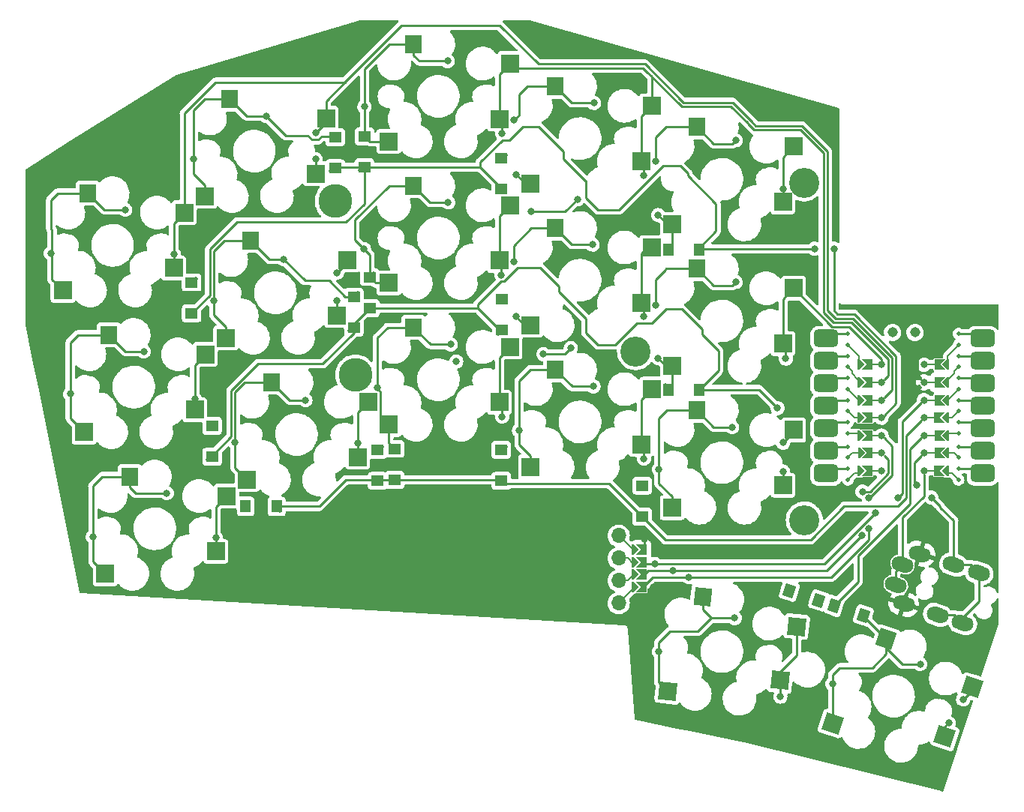
<source format=gbl>
%TF.GenerationSoftware,KiCad,Pcbnew,(6.0.8)*%
%TF.CreationDate,2022-10-28T13:14:18+09:00*%
%TF.ProjectId,selen-full_narrow,73656c65-6e2d-4667-956c-6c5f6e617272,rev?*%
%TF.SameCoordinates,Original*%
%TF.FileFunction,Copper,L2,Bot*%
%TF.FilePolarity,Positive*%
%FSLAX46Y46*%
G04 Gerber Fmt 4.6, Leading zero omitted, Abs format (unit mm)*
G04 Created by KiCad (PCBNEW (6.0.8)) date 2022-10-28 13:14:18*
%MOMM*%
%LPD*%
G01*
G04 APERTURE LIST*
G04 Aperture macros list*
%AMRoundRect*
0 Rectangle with rounded corners*
0 $1 Rounding radius*
0 $2 $3 $4 $5 $6 $7 $8 $9 X,Y pos of 4 corners*
0 Add a 4 corners polygon primitive as box body*
4,1,4,$2,$3,$4,$5,$6,$7,$8,$9,$2,$3,0*
0 Add four circle primitives for the rounded corners*
1,1,$1+$1,$2,$3*
1,1,$1+$1,$4,$5*
1,1,$1+$1,$6,$7*
1,1,$1+$1,$8,$9*
0 Add four rect primitives between the rounded corners*
20,1,$1+$1,$2,$3,$4,$5,0*
20,1,$1+$1,$4,$5,$6,$7,0*
20,1,$1+$1,$6,$7,$8,$9,0*
20,1,$1+$1,$8,$9,$2,$3,0*%
%AMHorizOval*
0 Thick line with rounded ends*
0 $1 width*
0 $2 $3 position (X,Y) of the first rounded end (center of the circle)*
0 $4 $5 position (X,Y) of the second rounded end (center of the circle)*
0 Add line between two ends*
20,1,$1,$2,$3,$4,$5,0*
0 Add two circle primitives to create the rounded ends*
1,1,$1,$2,$3*
1,1,$1,$4,$5*%
%AMRotRect*
0 Rectangle, with rotation*
0 The origin of the aperture is its center*
0 $1 length*
0 $2 width*
0 $3 Rotation angle, in degrees counterclockwise*
0 Add horizontal line*
21,1,$1,$2,0,0,$3*%
%AMFreePoly0*
4,1,6,0.600000,0.200000,0.000000,-0.400000,-0.600000,0.200000,-0.600000,0.400000,0.600000,0.400000,0.600000,0.200000,0.600000,0.200000,$1*%
%AMFreePoly1*
4,1,6,0.600000,-0.250000,-0.600000,-0.250000,-0.600000,1.000000,0.000000,0.400000,0.600000,1.000000,0.600000,-0.250000,0.600000,-0.250000,$1*%
G04 Aperture macros list end*
%TA.AperFunction,EtchedComponent*%
%ADD10C,0.200000*%
%TD*%
%TA.AperFunction,EtchedComponent*%
%ADD11C,0.250000*%
%TD*%
%TA.AperFunction,SMDPad,CuDef*%
%ADD12R,1.400000X1.200000*%
%TD*%
%TA.AperFunction,ComponentPad*%
%ADD13C,0.500000*%
%TD*%
%TA.AperFunction,SMDPad,CuDef*%
%ADD14RotRect,1.200000X1.400000X342.000000*%
%TD*%
%TA.AperFunction,SMDPad,CuDef*%
%ADD15R,2.000000X2.000000*%
%TD*%
%TA.AperFunction,SMDPad,CuDef*%
%ADD16R,1.900000X2.000000*%
%TD*%
%TA.AperFunction,SMDPad,CuDef*%
%ADD17FreePoly0,90.000000*%
%TD*%
%TA.AperFunction,ComponentPad*%
%ADD18O,1.700000X1.700000*%
%TD*%
%TA.AperFunction,SMDPad,CuDef*%
%ADD19FreePoly1,90.000000*%
%TD*%
%TA.AperFunction,SMDPad,CuDef*%
%ADD20R,1.200000X1.400000*%
%TD*%
%TA.AperFunction,ComponentPad*%
%ADD21C,3.800000*%
%TD*%
%TA.AperFunction,SMDPad,CuDef*%
%ADD22RotRect,2.000000X2.000000X354.000000*%
%TD*%
%TA.AperFunction,SMDPad,CuDef*%
%ADD23RotRect,1.900000X2.000000X354.000000*%
%TD*%
%TA.AperFunction,ComponentPad*%
%ADD24C,3.400000*%
%TD*%
%TA.AperFunction,SMDPad,CuDef*%
%ADD25RotRect,2.000000X2.000000X342.000000*%
%TD*%
%TA.AperFunction,SMDPad,CuDef*%
%ADD26RotRect,1.900000X2.000000X342.000000*%
%TD*%
%TA.AperFunction,ComponentPad*%
%ADD27HorizOval,1.700000X-0.380423X0.123607X0.380423X-0.123607X0*%
%TD*%
%TA.AperFunction,SMDPad,CuDef*%
%ADD28RoundRect,0.499745X-0.874395X-0.499745X0.874395X-0.499745X0.874395X0.499745X-0.874395X0.499745X0*%
%TD*%
%TA.AperFunction,SMDPad,CuDef*%
%ADD29FreePoly0,270.000000*%
%TD*%
%TA.AperFunction,ComponentPad*%
%ADD30C,0.800000*%
%TD*%
%TA.AperFunction,SMDPad,CuDef*%
%ADD31FreePoly1,270.000000*%
%TD*%
%TA.AperFunction,SMDPad,CuDef*%
%ADD32C,1.143000*%
%TD*%
%TA.AperFunction,ViaPad*%
%ADD33C,0.800000*%
%TD*%
%TA.AperFunction,Conductor*%
%ADD34C,0.250000*%
%TD*%
G04 APERTURE END LIST*
D10*
%TO.C,J2*%
X169700000Y-122540000D02*
X170350000Y-123190000D01*
X168700000Y-127620000D02*
X170420000Y-125900000D01*
X169700000Y-125080000D02*
X170350000Y-124430000D01*
X168700000Y-120000000D02*
X170400000Y-121700000D01*
X168700000Y-125080000D02*
X169700000Y-125080000D01*
X168700000Y-122540000D02*
X169700000Y-122540000D01*
%TO.C,U1*%
X203150408Y-106687504D02*
X204563796Y-106687504D01*
X206563796Y-110687504D02*
X205638184Y-110687504D01*
X203150408Y-100687504D02*
X204588184Y-100687504D01*
X203150408Y-112687504D02*
X204563796Y-112687504D01*
X195813796Y-99687504D02*
X195813796Y-100087504D01*
X206313796Y-112937504D02*
X205613796Y-112937504D01*
D11*
X194563796Y-104687504D02*
X192962579Y-104687504D01*
X194563796Y-112437504D02*
X192962579Y-112437504D01*
D10*
X198364408Y-100687504D02*
X197088184Y-100687504D01*
X195063796Y-101687504D02*
X195688184Y-102311892D01*
X207063796Y-100937504D02*
X206563796Y-101437504D01*
X203150408Y-108687504D02*
X204588184Y-108687504D01*
X195313796Y-112937504D02*
X196013796Y-112937504D01*
X198364408Y-110687504D02*
X197112572Y-110687504D01*
X194563796Y-111187504D02*
X195063796Y-110687504D01*
X207063796Y-111187504D02*
X206563796Y-110687504D01*
X206563796Y-101687504D02*
X205813796Y-102437504D01*
X203150408Y-110687504D02*
X204588184Y-110687504D01*
X206563796Y-101437504D02*
X206563796Y-101687504D01*
D11*
X194563796Y-97187504D02*
X192962579Y-97187504D01*
X207063796Y-112437504D02*
X208380924Y-112437504D01*
D10*
X203150408Y-104687504D02*
X204588184Y-104687504D01*
X192962579Y-105073511D02*
X192962579Y-105351296D01*
X207063796Y-105937504D02*
X206313796Y-106687504D01*
X195313796Y-106687504D02*
X195663796Y-106687504D01*
X198364408Y-104687504D02*
X197088184Y-104687504D01*
D11*
X194563796Y-102187504D02*
X192962579Y-102187504D01*
D10*
X194563796Y-98437504D02*
X195813796Y-99687504D01*
X198364408Y-106687504D02*
X197063796Y-106687504D01*
X194563796Y-103437504D02*
X195813796Y-104687504D01*
X194563796Y-113687504D02*
X195313796Y-112937504D01*
D11*
X194563796Y-109937504D02*
X192962579Y-109937504D01*
X207063796Y-109937504D02*
X208880669Y-109937504D01*
D10*
X203150408Y-102687504D02*
X204588184Y-102687504D01*
D11*
X194563796Y-107187504D02*
X192962579Y-107187504D01*
D10*
X195063796Y-110687504D02*
X195712572Y-110687504D01*
X194563796Y-108437504D02*
X195688184Y-108437504D01*
D11*
X207063796Y-102187504D02*
X208563796Y-102187504D01*
X207063796Y-97187504D02*
X208380924Y-97187504D01*
D10*
X194563796Y-105937504D02*
X195313796Y-106687504D01*
X198364408Y-112687504D02*
X197063796Y-112687504D01*
X195063796Y-101437504D02*
X195063796Y-101687504D01*
X207063796Y-103437504D02*
X205813796Y-104687504D01*
D11*
X207063796Y-107187504D02*
X208880669Y-107187504D01*
D10*
X198364408Y-102687504D02*
X197088184Y-102687504D01*
X205813796Y-99687504D02*
X205813796Y-100087504D01*
D11*
X194563796Y-99687504D02*
X192962579Y-99687504D01*
X207063796Y-104687504D02*
X208880669Y-104687504D01*
D10*
X206313796Y-106687504D02*
X205613796Y-106687504D01*
X194563796Y-100937504D02*
X195063796Y-101437504D01*
X207063796Y-98437504D02*
X205813796Y-99687504D01*
X198364408Y-108687504D02*
X197088184Y-108687504D01*
D11*
X207063796Y-99687504D02*
X208380924Y-99687504D01*
D10*
X207063796Y-108437504D02*
X205638184Y-108437504D01*
X207063796Y-113687504D02*
X206313796Y-112937504D01*
%TD*%
D12*
%TO.P,D9,1,K*%
%TO.N,Net-(D9-Pad1)*%
X155500000Y-93300000D03*
D13*
X155950000Y-92950000D03*
%TO.P,D9,2,A*%
%TO.N,row1*%
X155050000Y-97150000D03*
D12*
X155500000Y-96800000D03*
%TD*%
D13*
%TO.P,D4,1,K*%
%TO.N,Net-(D4-Pad1)*%
X155898000Y-77022000D03*
D12*
X155448000Y-77372000D03*
D13*
%TO.P,D4,2,A*%
%TO.N,row0*%
X154998000Y-81222000D03*
D12*
X155448000Y-80872000D03*
%TD*%
D13*
%TO.P,D12,1,K*%
%TO.N,Net-(D12-Pad1)*%
X141950000Y-109950000D03*
D12*
X141500000Y-110300000D03*
D13*
%TO.P,D12,2,A*%
%TO.N,row2*%
X141050000Y-114150000D03*
D12*
X141500000Y-113800000D03*
%TD*%
D13*
%TO.P,D17,1,K*%
%TO.N,row3*%
X192795490Y-127382309D03*
D14*
X192989302Y-127918440D03*
%TO.P,D17,2,A*%
%TO.N,Net-(D17-Pad2)*%
X196318000Y-129000000D03*
D13*
X196511812Y-129536131D03*
%TD*%
D15*
%TO.P,SW1,1,1*%
%TO.N,col0*%
X118478000Y-89761500D03*
X119678000Y-83521500D03*
D16*
%TO.P,SW1,2,2*%
%TO.N,Net-(D1-Pad2)*%
X108778000Y-81321500D03*
D15*
X105978000Y-92301500D03*
%TD*%
%TO.P,SW13,1,1*%
%TO.N,col1*%
X156441000Y-98693750D03*
X155241000Y-104933750D03*
%TO.P,SW13,2,2*%
%TO.N,Net-(D13-Pad2)*%
X142741000Y-107473750D03*
D16*
X145541000Y-96493750D03*
%TD*%
D12*
%TO.P,D15,1,K*%
%TO.N,row2*%
X171350000Y-117850000D03*
D13*
X170900000Y-118200000D03*
D12*
%TO.P,D15,2,A*%
%TO.N,Net-(D15-Pad2)*%
X171350000Y-114350000D03*
D13*
X171800000Y-114000000D03*
%TD*%
D12*
%TO.P,D8,1,K*%
%TO.N,row1*%
X140600000Y-94300000D03*
D13*
X140150000Y-94650000D03*
%TO.P,D8,2,A*%
%TO.N,Net-(D8-Pad2)*%
X141050000Y-90450000D03*
D12*
X140600000Y-90800000D03*
%TD*%
D17*
%TO.P,J2,*%
%TO.N,*%
X170600000Y-123000000D03*
D18*
X168700000Y-125080000D03*
X168700000Y-122540000D03*
D17*
X170600000Y-124400000D03*
D18*
X168700000Y-120000000D03*
D17*
X170600000Y-121600000D03*
X170600000Y-125800000D03*
D18*
X168700000Y-127620000D03*
D19*
%TO.P,J2,1,Pin_1*%
%TO.N,GND*%
X171600000Y-121600000D03*
%TO.P,J2,2,Pin_2*%
%TO.N,+3V3*%
X171600000Y-123000000D03*
%TO.P,J2,3,Pin_3*%
%TO.N,SCL*%
X171600000Y-124400000D03*
%TO.P,J2,4,Pin_4*%
%TO.N,SDA*%
X171600000Y-125800000D03*
%TD*%
D15*
%TO.P,SW7,1,1*%
%TO.N,col0*%
X138059750Y-88885000D03*
X136859750Y-95125000D03*
D16*
%TO.P,SW7,2,2*%
%TO.N,Net-(D7-Pad1)*%
X127159750Y-86685000D03*
D15*
X124359750Y-97665000D03*
%TD*%
D13*
%TO.P,D11,1,K*%
%TO.N,row2*%
X130450000Y-117150000D03*
D20*
X130100000Y-116700000D03*
D13*
%TO.P,D11,2,A*%
%TO.N,Net-(D11-Pad2)*%
X126250000Y-116250000D03*
D20*
X126600000Y-116700000D03*
%TD*%
D21*
%TO.P,REF\u002A\u002A,1*%
%TO.N,N/C*%
X136700000Y-82200000D03*
%TD*%
D15*
%TO.P,SW6,1,1*%
%TO.N,col0*%
X120859750Y-105761500D03*
X122059750Y-99521500D03*
%TO.P,SW6,2,2*%
%TO.N,Net-(D6-Pad2)*%
X108359750Y-108301500D03*
D16*
X111159750Y-97321500D03*
%TD*%
D15*
%TO.P,SW11,1,1*%
%TO.N,col0*%
X124441000Y-115521250D03*
X123241000Y-121761250D03*
%TO.P,SW11,2,2*%
%TO.N,Net-(D11-Pad2)*%
X110741000Y-124301250D03*
D16*
X113541000Y-113321250D03*
%TD*%
D15*
%TO.P,SW8,1,1*%
%TO.N,col1*%
X156441000Y-82693750D03*
X155241000Y-88933750D03*
D16*
%TO.P,SW8,2,2*%
%TO.N,Net-(D8-Pad2)*%
X145541000Y-80493750D03*
D15*
X142741000Y-91473750D03*
%TD*%
%TO.P,SW10,1,1*%
%TO.N,col2*%
X187240000Y-98299750D03*
X188440000Y-92059750D03*
D16*
%TO.P,SW10,2,2*%
%TO.N,Net-(D10-Pad2)*%
X177540000Y-89859750D03*
D15*
X174740000Y-100839750D03*
%TD*%
%TO.P,SW15,1,1*%
%TO.N,col2*%
X188440000Y-108060000D03*
X187240000Y-114300000D03*
D16*
%TO.P,SW15,2,2*%
%TO.N,Net-(D15-Pad2)*%
X177540000Y-105860000D03*
D15*
X174740000Y-116840000D03*
%TD*%
%TO.P,SW3,1,1*%
%TO.N,col1*%
X156441000Y-66693750D03*
X155241000Y-72933750D03*
%TO.P,SW3,2,2*%
%TO.N,Net-(D3-Pad2)*%
X142741000Y-75473750D03*
D16*
X145541000Y-64493750D03*
%TD*%
D22*
%TO.P,SW16,1,1*%
%TO.N,col1*%
X186936699Y-136343914D03*
X188782383Y-130263532D03*
D23*
%TO.P,SW16,2,2*%
%TO.N,Net-(D16-Pad1)*%
X178172057Y-126936223D03*
D22*
X174239673Y-137563394D03*
%TD*%
D12*
%TO.P,D3,1,K*%
%TO.N,row0*%
X140000000Y-78400000D03*
D13*
X139550000Y-78750000D03*
%TO.P,D3,2,A*%
%TO.N,Net-(D3-Pad2)*%
X140450000Y-74550000D03*
D12*
X140000000Y-74900000D03*
%TD*%
D20*
%TO.P,D5,1,K*%
%TO.N,row0*%
X177800000Y-87700000D03*
D13*
X178150000Y-88150000D03*
%TO.P,D5,2,A*%
%TO.N,Net-(D5-Pad2)*%
X173950000Y-87250000D03*
D20*
X174300000Y-87700000D03*
%TD*%
D12*
%TO.P,D1,1,K*%
%TO.N,row0*%
X120500000Y-94900000D03*
D13*
X120050000Y-95250000D03*
D12*
%TO.P,D1,2,A*%
%TO.N,Net-(D1-Pad2)*%
X120500000Y-91400000D03*
D13*
X120950000Y-91050000D03*
%TD*%
D15*
%TO.P,SW2,1,1*%
%TO.N,col0*%
X135678500Y-72885000D03*
X134478500Y-79125000D03*
%TO.P,SW2,2,2*%
%TO.N,Net-(D2-Pad1)*%
X121978500Y-81665000D03*
D16*
X124778500Y-70685000D03*
%TD*%
D24*
%TO.P,REF\u002A\u002A,1*%
%TO.N,N/C*%
X170600000Y-99200000D03*
X189650000Y-118250000D03*
X189650000Y-80150000D03*
%TD*%
D15*
%TO.P,SW9,1,1*%
%TO.N,col1*%
X171240500Y-93696250D03*
X172440500Y-87456250D03*
%TO.P,SW9,2,2*%
%TO.N,Net-(D9-Pad1)*%
X158740500Y-96236250D03*
D16*
X161540500Y-85256250D03*
%TD*%
D15*
%TO.P,SW5,1,1*%
%TO.N,col2*%
X188440000Y-76059750D03*
X187240000Y-82299750D03*
%TO.P,SW5,2,2*%
%TO.N,Net-(D5-Pad2)*%
X174740000Y-84839750D03*
D16*
X177540000Y-73859750D03*
%TD*%
D14*
%TO.P,D16,1,K*%
%TO.N,Net-(D16-Pad1)*%
X187951204Y-126224671D03*
D13*
X187757392Y-125688540D03*
%TO.P,D16,2,A*%
%TO.N,row3*%
X191473714Y-127842362D03*
D14*
X191279902Y-127306231D03*
%TD*%
D12*
%TO.P,D13,1,K*%
%TO.N,row2*%
X143400000Y-113700000D03*
D13*
X142950000Y-114050000D03*
%TO.P,D13,2,A*%
%TO.N,Net-(D13-Pad2)*%
X143850000Y-109850000D03*
D12*
X143400000Y-110200000D03*
%TD*%
D13*
%TO.P,D10,1,K*%
%TO.N,row1*%
X178150000Y-103950000D03*
D20*
X177800000Y-103500000D03*
D13*
%TO.P,D10,2,A*%
%TO.N,Net-(D10-Pad2)*%
X173950000Y-103050000D03*
D20*
X174300000Y-103500000D03*
%TD*%
D25*
%TO.P,SW17,1,1*%
%TO.N,col2*%
X208571824Y-137096629D03*
X205502290Y-142660401D03*
%TO.P,SW17,2,2*%
%TO.N,Net-(D17-Pad2)*%
X192829180Y-141213372D03*
D26*
X198885145Y-131636019D03*
%TD*%
D15*
%TO.P,SW12,1,1*%
%TO.N,col0*%
X139241000Y-111125000D03*
X140441000Y-104885000D03*
%TO.P,SW12,2,2*%
%TO.N,Net-(D12-Pad1)*%
X126741000Y-113665000D03*
D16*
X129541000Y-102685000D03*
%TD*%
D12*
%TO.P,D14,1,K*%
%TO.N,Net-(D14-Pad1)*%
X155448000Y-110300000D03*
D13*
X155898000Y-109950000D03*
D12*
%TO.P,D14,2,A*%
%TO.N,row2*%
X155448000Y-113800000D03*
D13*
X154998000Y-114150000D03*
%TD*%
D27*
%TO.P,J1,A*%
%TO.N,data*%
X199978485Y-125572745D03*
X200735577Y-123242657D03*
%TO.P,J1,B*%
%TO.N,+3V3*%
X209360337Y-124204952D03*
X207521686Y-129863739D03*
%TO.P,J1,C*%
X204668516Y-128936688D03*
X206507167Y-123277901D03*
%TO.P,J1,D*%
%TO.N,GND*%
X202702941Y-122041833D03*
X200864290Y-127700620D03*
%TD*%
D13*
%TO.P,D2,1,K*%
%TO.N,Net-(D2-Pad1)*%
X137150000Y-74650000D03*
D12*
X136700000Y-75000000D03*
%TO.P,D2,2,A*%
%TO.N,row0*%
X136700000Y-78500000D03*
D13*
X136250000Y-78850000D03*
%TD*%
D21*
%TO.P,REF\u002A\u002A,1*%
%TO.N,N/C*%
X139000000Y-101854000D03*
%TD*%
D15*
%TO.P,SW14,1,1*%
%TO.N,col1*%
X171240500Y-109696250D03*
X172440500Y-103456250D03*
%TO.P,SW14,2,2*%
%TO.N,Net-(D14-Pad1)*%
X158740500Y-112236250D03*
D16*
X161540500Y-101256250D03*
%TD*%
D13*
%TO.P,D7,1,K*%
%TO.N,Net-(D7-Pad1)*%
X139250000Y-92650000D03*
D12*
X138800000Y-93000000D03*
D13*
%TO.P,D7,2,A*%
%TO.N,row1*%
X138350000Y-96850000D03*
D12*
X138800000Y-96500000D03*
%TD*%
D15*
%TO.P,SW4,1,1*%
%TO.N,col1*%
X171240500Y-77696250D03*
X172440500Y-71456250D03*
%TO.P,SW4,2,2*%
%TO.N,Net-(D4-Pad1)*%
X158740500Y-80236250D03*
D16*
X161540500Y-69256250D03*
%TD*%
D13*
%TO.P,U1,*%
%TO.N,*%
X207063796Y-100937504D03*
X207063796Y-97187504D03*
X207063796Y-99687504D03*
X207063796Y-104687504D03*
D28*
X192088184Y-107891296D03*
D13*
X194563796Y-108437504D03*
X207063796Y-113687504D03*
X194563796Y-112437504D03*
X194563796Y-107187504D03*
D29*
X205588184Y-100687504D03*
D13*
X194563796Y-109937504D03*
X194563796Y-111187504D03*
D28*
X209755064Y-102811296D03*
X209755064Y-110431296D03*
D17*
X196063796Y-106687504D03*
D13*
X207063796Y-98437504D03*
D28*
X209755064Y-100271296D03*
X209755064Y-105351296D03*
D29*
X205563796Y-106687504D03*
D13*
X207063796Y-107187504D03*
D29*
X205588184Y-110687504D03*
D13*
X194563796Y-113687504D03*
D29*
X205588184Y-102687504D03*
D13*
X194563796Y-97187504D03*
D17*
X196088184Y-104687504D03*
X196112572Y-110687504D03*
D28*
X192088184Y-110431296D03*
D29*
X205563796Y-112687504D03*
D28*
X192088184Y-105351296D03*
X192088184Y-102811296D03*
D13*
X194563796Y-98437504D03*
D28*
X192088184Y-112971296D03*
D13*
X207063796Y-112437504D03*
D17*
X196088184Y-108687504D03*
D13*
X207063796Y-108437504D03*
X207063796Y-102187504D03*
X194563796Y-103437504D03*
D17*
X196088184Y-100687504D03*
D28*
X209755064Y-107891296D03*
D13*
X194563796Y-99687504D03*
X207063796Y-109937504D03*
X194563796Y-105937504D03*
X207063796Y-111187504D03*
D17*
X196063796Y-112687504D03*
D28*
X192088184Y-100271296D03*
D17*
X196088184Y-102687504D03*
D13*
X194563796Y-104687504D03*
X207063796Y-105937504D03*
D28*
X192088184Y-97731296D03*
X209755064Y-97731296D03*
D29*
X205588184Y-104687504D03*
D28*
X209755064Y-112971296D03*
D13*
X194563796Y-102187504D03*
D29*
X205588184Y-108687504D03*
D13*
X194563796Y-100937504D03*
X207063796Y-103437504D03*
D19*
%TO.P,U1,1,D0*%
%TO.N,col2*%
X197088184Y-100687504D03*
D30*
X198364408Y-100687504D03*
D19*
%TO.P,U1,2,D1*%
%TO.N,col1*%
X197088184Y-102687504D03*
D30*
X198364408Y-102687504D03*
%TO.P,U1,3,D2*%
%TO.N,col0*%
X198364408Y-104687504D03*
D19*
X197088184Y-104687504D03*
%TO.P,U1,4,D3*%
%TO.N,row0*%
X197063796Y-106687504D03*
D30*
X198364408Y-106687504D03*
D19*
%TO.P,U1,5,D4*%
%TO.N,SDA*%
X197088184Y-108687504D03*
D30*
X198364408Y-108687504D03*
D19*
%TO.P,U1,6,D5*%
%TO.N,SCL*%
X197112572Y-110687504D03*
D30*
X198364408Y-110687504D03*
%TO.P,U1,7,D6*%
%TO.N,unconnected-(U1-Pad7)*%
X198364408Y-112687504D03*
D19*
X197063796Y-112687504D03*
D31*
%TO.P,U1,8,D7*%
%TO.N,data*%
X204563796Y-112687504D03*
D30*
X203150408Y-112687504D03*
%TO.P,U1,9,D8*%
%TO.N,row1*%
X203150408Y-110687504D03*
D31*
X204588184Y-110687504D03*
%TO.P,U1,10,D9*%
%TO.N,row3*%
X204588184Y-108687504D03*
D30*
X203150408Y-108687504D03*
%TO.P,U1,11,D10*%
%TO.N,row2*%
X203150408Y-106687504D03*
D31*
X204563796Y-106687504D03*
%TO.P,U1,12,3V3*%
%TO.N,+3V3*%
X204588184Y-104687504D03*
D30*
X203150408Y-104687504D03*
%TO.P,U1,13,GND*%
%TO.N,GND*%
X203150408Y-102687504D03*
D31*
X204588184Y-102687504D03*
%TO.P,U1,14,5V*%
%TO.N,unconnected-(U1-Pad14)*%
X204588184Y-100687504D03*
D30*
X203150408Y-100687504D03*
D32*
%TO.P,U1,17*%
%TO.N,N/C*%
X202139381Y-97044929D03*
%TO.P,U1,18*%
X199599381Y-97044929D03*
%TD*%
D13*
%TO.P,D6,1,K*%
%TO.N,row1*%
X122350000Y-111450000D03*
D12*
X122800000Y-111100000D03*
%TO.P,D6,2,A*%
%TO.N,Net-(D6-Pad2)*%
X122800000Y-107600000D03*
D13*
X123250000Y-107250000D03*
%TD*%
D33*
%TO.N,*%
X150368000Y-100330000D03*
%TO.N,row0*%
X193000000Y-87600000D03*
X190800000Y-87600000D03*
%TO.N,Net-(D1-Pad2)*%
X104600000Y-88100000D03*
X113000000Y-83196501D03*
%TO.N,Net-(D2-Pad1)*%
X120700000Y-77500000D03*
X128900000Y-72600000D03*
%TO.N,Net-(D3-Pad2)*%
X149400000Y-66400000D03*
X140000000Y-71550000D03*
%TO.N,Net-(D4-Pad1)*%
X165900000Y-71131251D03*
X156857702Y-73098050D03*
X157150000Y-79200000D03*
%TO.N,Net-(D5-Pad2)*%
X181900000Y-75350000D03*
X173150000Y-83800000D03*
X172857452Y-77701800D03*
%TO.N,row1*%
X202336993Y-114300000D03*
X186612299Y-105587701D03*
%TO.N,Net-(D6-Pad2)*%
X106800000Y-104000000D03*
X115100000Y-99200000D03*
%TO.N,Net-(D7-Pad1)*%
X130900000Y-88800000D03*
X123000000Y-93500000D03*
%TO.N,Net-(D8-Pad2)*%
X149450000Y-82368751D03*
X139954000Y-87630000D03*
%TO.N,Net-(D9-Pad1)*%
X165750000Y-87131251D03*
X156840502Y-89100000D03*
X157100000Y-95250000D03*
%TO.N,Net-(D10-Pad2)*%
X181900000Y-91350000D03*
X172840002Y-94000000D03*
X173150000Y-99950000D03*
%TO.N,Net-(D11-Pad2)*%
X117700000Y-115196251D03*
X109350000Y-120100000D03*
%TO.N,Net-(D12-Pad1)*%
X133350000Y-104700000D03*
X125400000Y-109500000D03*
%TO.N,Net-(D13-Pad2)*%
X141465999Y-103265999D03*
X149750000Y-98400000D03*
%TO.N,Net-(D14-Pad1)*%
X157450000Y-108100000D03*
X165850000Y-103150000D03*
%TO.N,Net-(D15-Pad2)*%
X181500000Y-107750000D03*
X173250000Y-112500000D03*
%TO.N,Net-(D16-Pad1)*%
X173228000Y-133096000D03*
X181782524Y-129318850D03*
%TO.N,Net-(D17-Pad2)*%
X192829180Y-136761180D03*
X202718000Y-134500000D03*
%TO.N,col0*%
X136900000Y-90300000D03*
X118478000Y-88178000D03*
X139241000Y-109541000D03*
X134500000Y-77500000D03*
X123241000Y-120241000D03*
X136900000Y-93500000D03*
X120859750Y-104546501D03*
X134500000Y-74500000D03*
%TO.N,col1*%
X155550000Y-74550000D03*
X186944000Y-138176000D03*
X171550000Y-95200000D03*
X163300000Y-98800000D03*
X160200000Y-99500000D03*
X155450000Y-90550000D03*
X158800000Y-83400000D03*
X155550000Y-106550000D03*
X164030499Y-82030499D03*
X171550000Y-111300000D03*
X171500000Y-79300000D03*
%TO.N,col2*%
X187250000Y-112750000D03*
X187250000Y-109500000D03*
X207568000Y-138500000D03*
X205943000Y-141137094D03*
X187240000Y-80840000D03*
X187550000Y-100000000D03*
%TO.N,SDA*%
X176600000Y-124700000D03*
X196900000Y-115749000D03*
X196906150Y-119218448D03*
%TO.N,SCL*%
X196200000Y-115024500D03*
X196162299Y-119962299D03*
X174837700Y-123962300D03*
%TO.N,+3V3*%
X172800000Y-123200000D03*
X197700000Y-117424500D03*
X200200000Y-115700000D03*
X204000000Y-115700000D03*
%TO.N,GND*%
X172600000Y-125800000D03*
X203900000Y-98000000D03*
X151200000Y-84600000D03*
X149700000Y-105200000D03*
X185600000Y-71200000D03*
X131900000Y-115100000D03*
X117348000Y-94742000D03*
X188900000Y-103900000D03*
X150114000Y-110998000D03*
X183200000Y-78400000D03*
X209400000Y-118600000D03*
X171600000Y-120400000D03*
X171000000Y-84400000D03*
X189800000Y-85900000D03*
X177600000Y-93800000D03*
X145542000Y-83566000D03*
X167400000Y-73800000D03*
X138430000Y-76708000D03*
%TD*%
D34*
%TO.N,row0*%
X195272792Y-95000000D02*
X199989408Y-99716616D01*
X153076000Y-78400000D02*
X155448000Y-80772000D01*
X140000000Y-78400000D02*
X153076000Y-78400000D01*
X193000000Y-94600000D02*
X193400000Y-95000000D01*
X176500000Y-79350000D02*
X179675001Y-82525001D01*
X165005499Y-79955499D02*
X165005499Y-81850000D01*
X193400000Y-95000000D02*
X195272792Y-95000000D01*
X177800000Y-87500000D02*
X177900000Y-87600000D01*
X168757554Y-83207445D02*
X173714999Y-78250000D01*
X153076000Y-78400000D02*
X153076000Y-77830827D01*
X162450000Y-76600000D02*
X162450000Y-77450000D01*
X157882000Y-73800000D02*
X159650000Y-73800000D01*
X122550000Y-87650000D02*
X125600000Y-84600000D01*
X175650000Y-78250000D02*
X176500000Y-79100000D01*
X125600000Y-84600000D02*
X137900000Y-84600000D01*
X136700000Y-78400000D02*
X140000000Y-78400000D01*
X177900000Y-87600000D02*
X190800000Y-87600000D01*
X162450000Y-77450000D02*
X164900000Y-79900000D01*
X140000000Y-82500000D02*
X140000000Y-78400000D01*
X122550000Y-92850000D02*
X122550000Y-87650000D01*
X164900000Y-79900000D02*
X164950000Y-79900000D01*
X199989408Y-99716616D02*
X199989408Y-105062504D01*
X120500000Y-94900000D02*
X122550000Y-92850000D01*
X137900000Y-84600000D02*
X140000000Y-82500000D01*
X156332000Y-75350000D02*
X157882000Y-73800000D01*
X166362944Y-83207445D02*
X168757554Y-83207445D01*
X179675001Y-82525001D02*
X179675001Y-85624999D01*
X165005499Y-81850000D02*
X166362944Y-83207445D01*
X173714999Y-78250000D02*
X175650000Y-78250000D01*
X193000000Y-87600000D02*
X193000000Y-94600000D01*
X153076000Y-77830827D02*
X155556827Y-75350000D01*
X164950000Y-79900000D02*
X165005499Y-79955499D01*
X179675001Y-85624999D02*
X177800000Y-87500000D01*
X155556827Y-75350000D02*
X156332000Y-75350000D01*
X159650000Y-73800000D02*
X162450000Y-76600000D01*
X199989408Y-105062504D02*
X198664928Y-106386984D01*
X176500000Y-79100000D02*
X176500000Y-79350000D01*
%TO.N,Net-(D1-Pad2)*%
X108778000Y-81321500D02*
X110653001Y-83196501D01*
X104752999Y-91076499D02*
X104752999Y-85493502D01*
X105978000Y-92301500D02*
X104752999Y-91076499D01*
X104600000Y-82100000D02*
X105378500Y-81321500D01*
X104752999Y-85493502D02*
X104600000Y-85340503D01*
X104600000Y-85340503D02*
X104600000Y-82100000D01*
X110653001Y-83196501D02*
X113000000Y-83196501D01*
X105378500Y-81321500D02*
X108778000Y-81321500D01*
%TO.N,Net-(D2-Pad1)*%
X126693500Y-72600000D02*
X128900000Y-72600000D01*
X135200000Y-74900000D02*
X136700000Y-74900000D01*
X120700000Y-72000000D02*
X122015000Y-70685000D01*
X121978500Y-80415000D02*
X120700000Y-79136500D01*
X120700000Y-79136500D02*
X120700000Y-77500000D01*
X134800000Y-75300000D02*
X135200000Y-74900000D01*
X120700000Y-77500000D02*
X120700000Y-72000000D01*
X128900000Y-72600000D02*
X131107916Y-74807916D01*
X124778500Y-70685000D02*
X126693500Y-72600000D01*
X131107916Y-74807916D02*
X133607916Y-74807916D01*
X121978500Y-81665000D02*
X121978500Y-80415000D01*
X133607916Y-74807916D02*
X134100000Y-75300000D01*
X122015000Y-70685000D02*
X124778500Y-70685000D01*
X134100000Y-75300000D02*
X134800000Y-75300000D01*
%TO.N,Net-(D3-Pad2)*%
X140000000Y-71550000D02*
X140000000Y-67300000D01*
X142741000Y-75473750D02*
X140573750Y-75473750D01*
X146197250Y-66400000D02*
X149400000Y-66400000D01*
X140573750Y-75473750D02*
X140000000Y-74900000D01*
X145541000Y-65743750D02*
X146197250Y-66400000D01*
X140000000Y-74900000D02*
X140000000Y-71550000D01*
X142806250Y-64493750D02*
X145541000Y-64493750D01*
X145541000Y-64493750D02*
X145541000Y-65743750D01*
X140000000Y-67300000D02*
X142806250Y-64493750D01*
%TO.N,Net-(D4-Pad1)*%
X156857702Y-73098050D02*
X157429826Y-72525926D01*
X158393750Y-69256250D02*
X161540500Y-69256250D01*
X158186250Y-80236250D02*
X157150000Y-79200000D01*
X155776250Y-77272000D02*
X155448000Y-77272000D01*
X161540500Y-69256250D02*
X163415501Y-71131251D01*
X157429826Y-70220174D02*
X158393750Y-69256250D01*
X158740500Y-80236250D02*
X158186250Y-80236250D01*
X163415501Y-71131251D02*
X165900000Y-71131251D01*
X157429826Y-72525926D02*
X157429826Y-70220174D01*
%TO.N,Net-(D5-Pad2)*%
X174740000Y-84839750D02*
X174189750Y-84839750D01*
X174040250Y-73859750D02*
X173750000Y-74150000D01*
X174740000Y-87260000D02*
X174300000Y-87700000D01*
X174740000Y-84839750D02*
X174740000Y-87260000D01*
X172857452Y-75042548D02*
X172857452Y-77701800D01*
X177540000Y-73859750D02*
X174040250Y-73859750D01*
X174189750Y-84839750D02*
X173150000Y-83800000D01*
X179430250Y-75750000D02*
X177540000Y-73859750D01*
X173750000Y-74150000D02*
X172857452Y-75042548D01*
X181500000Y-75750000D02*
X179430250Y-75750000D01*
X181900000Y-75350000D02*
X181500000Y-75750000D01*
%TO.N,row1*%
X138800000Y-96500000D02*
X138800000Y-96100000D01*
X178100000Y-97250000D02*
X179950000Y-99100000D01*
X124950000Y-103613604D02*
X127963604Y-100600000D01*
X157275305Y-89750000D02*
X159850000Y-89750000D01*
X138800000Y-97100000D02*
X138800000Y-96500000D01*
X170750000Y-96000000D02*
X172450000Y-96000000D01*
X174015251Y-94434749D02*
X175815251Y-94434749D01*
X152798000Y-94300000D02*
X155448000Y-96950000D01*
X161950000Y-91850000D02*
X161950000Y-92450000D01*
X202336993Y-114300000D02*
X202062493Y-114025500D01*
X127963604Y-100600000D02*
X135300000Y-100600000D01*
X140600000Y-94300000D02*
X152798000Y-94300000D01*
X159850000Y-89750000D02*
X161950000Y-91850000D01*
X179950000Y-101350000D02*
X177800000Y-103500000D01*
X168300000Y-98450000D02*
X170750000Y-96000000D01*
X152798000Y-93902000D02*
X155425000Y-91275000D01*
X166355499Y-98450000D02*
X168300000Y-98450000D01*
X122800000Y-111100000D02*
X122800000Y-110950000D01*
X155425000Y-91275000D02*
X155750305Y-91275000D01*
X152798000Y-94300000D02*
X152798000Y-93902000D01*
X179950000Y-99100000D02*
X179950000Y-101350000D01*
X138800000Y-96100000D02*
X140600000Y-94300000D01*
X165005499Y-97100000D02*
X166355499Y-98450000D01*
X202062493Y-114025500D02*
X202062493Y-111775419D01*
X172450000Y-96000000D02*
X174015251Y-94434749D01*
X122800000Y-110950000D02*
X124950000Y-108800000D01*
X177800000Y-103500000D02*
X184524598Y-103500000D01*
X202062493Y-111775419D02*
X202849888Y-110988024D01*
X135300000Y-100600000D02*
X138800000Y-97100000D01*
X124950000Y-108800000D02*
X124950000Y-103613604D01*
X161950000Y-92450000D02*
X165005499Y-95505499D01*
X165005499Y-95505499D02*
X165005499Y-97100000D01*
X184524598Y-103500000D02*
X186612299Y-105587701D01*
X155750305Y-91275000D02*
X157275305Y-89750000D01*
X175815251Y-94434749D02*
X178100000Y-96719498D01*
X178100000Y-96719498D02*
X178100000Y-97250000D01*
%TO.N,Net-(D6-Pad2)*%
X106800000Y-106741750D02*
X106800000Y-104000000D01*
X106800000Y-98200000D02*
X107678500Y-97321500D01*
X107678500Y-97321500D02*
X111159750Y-97321500D01*
X106800000Y-104000000D02*
X106800000Y-98200000D01*
X113038250Y-99200000D02*
X115100000Y-99200000D01*
X111159750Y-97321500D02*
X113038250Y-99200000D01*
X108359750Y-108301500D02*
X106800000Y-106741750D01*
%TO.N,Net-(D7-Pad1)*%
X124359750Y-96415000D02*
X123000000Y-95055250D01*
X129274750Y-88800000D02*
X130900000Y-88800000D01*
X137800000Y-93000000D02*
X138800000Y-93000000D01*
X127159750Y-86685000D02*
X129274750Y-88800000D01*
X130900000Y-88800000D02*
X133300000Y-91200000D01*
X133300000Y-91200000D02*
X136000000Y-91200000D01*
X123000000Y-95055250D02*
X123000000Y-93500000D01*
X136000000Y-91200000D02*
X137800000Y-93000000D01*
X123000000Y-87900000D02*
X124215000Y-86685000D01*
X124359750Y-97665000D02*
X124359750Y-96415000D01*
X124215000Y-86685000D02*
X127159750Y-86685000D01*
X123000000Y-93500000D02*
X123000000Y-87900000D01*
%TO.N,Net-(D8-Pad2)*%
X138938000Y-86614000D02*
X138938000Y-84328000D01*
X140600000Y-88276000D02*
X139954000Y-87630000D01*
X147416001Y-82368751D02*
X149450000Y-82368751D01*
X145541000Y-80493750D02*
X147416001Y-82368751D01*
X138938000Y-84328000D02*
X142772250Y-80493750D01*
X142741000Y-91473750D02*
X141273750Y-91473750D01*
X140600000Y-90800000D02*
X140600000Y-88276000D01*
X139954000Y-87630000D02*
X138938000Y-86614000D01*
X141273750Y-91473750D02*
X140600000Y-90800000D01*
X142772250Y-80493750D02*
X145541000Y-80493750D01*
%TO.N,Net-(D9-Pad1)*%
X156840502Y-89100000D02*
X156840502Y-87259498D01*
X158843750Y-85256250D02*
X161540500Y-85256250D01*
X161540500Y-85256250D02*
X163415501Y-87131251D01*
X156840502Y-87259498D02*
X158843750Y-85256250D01*
X163415501Y-87131251D02*
X165750000Y-87131251D01*
X158086250Y-96236250D02*
X157100000Y-95250000D01*
X158740500Y-96236250D02*
X158086250Y-96236250D01*
%TO.N,Net-(D10-Pad2)*%
X181900000Y-91350000D02*
X181500000Y-91750000D01*
X174740000Y-100839750D02*
X174039750Y-100839750D01*
X174000000Y-89953055D02*
X174000000Y-89950000D01*
X181500000Y-91750000D02*
X179430250Y-91750000D01*
X172840002Y-94000000D02*
X172840002Y-91113053D01*
X174740000Y-103060000D02*
X174300000Y-103500000D01*
X172840002Y-91113053D02*
X174000000Y-89953055D01*
X174000000Y-89950000D02*
X174090250Y-89859750D01*
X179430250Y-91750000D02*
X177540000Y-89859750D01*
X174740000Y-100839750D02*
X174740000Y-103060000D01*
X174039750Y-100839750D02*
X173150000Y-99950000D01*
X174090250Y-89859750D02*
X177540000Y-89859750D01*
%TO.N,row2*%
X167611251Y-114111251D02*
X171350000Y-117850000D01*
X155448000Y-113700000D02*
X155859251Y-114111251D01*
X201162493Y-115762812D02*
X201162493Y-108675419D01*
X143400000Y-113700000D02*
X137900000Y-113700000D01*
X200225305Y-116700000D02*
X201162493Y-115762812D01*
X137900000Y-113700000D02*
X134900000Y-116700000D01*
X155859251Y-114111251D02*
X167611251Y-114111251D01*
X201162493Y-108675419D02*
X202849888Y-106988024D01*
X190382299Y-120467701D02*
X173967701Y-120467701D01*
X173967701Y-120467701D02*
X171350000Y-117850000D01*
X143400000Y-113700000D02*
X155448000Y-113700000D01*
X134900000Y-116700000D02*
X130100000Y-116700000D01*
X194150000Y-116700000D02*
X200225305Y-116700000D01*
X190382299Y-120467701D02*
X194150000Y-116700000D01*
%TO.N,Net-(D11-Pad2)*%
X110741000Y-124301250D02*
X109350000Y-122910250D01*
X114166001Y-115196251D02*
X117700000Y-115196251D01*
X113541000Y-114571250D02*
X114166001Y-115196251D01*
X109350000Y-120100000D02*
X109350000Y-114400000D01*
X110428750Y-113321250D02*
X113541000Y-113321250D01*
X109350000Y-122910250D02*
X109350000Y-120100000D01*
X109350000Y-114400000D02*
X110428750Y-113321250D01*
X113541000Y-113321250D02*
X113541000Y-114571250D01*
%TO.N,Net-(D12-Pad1)*%
X126741000Y-113665000D02*
X125400000Y-112324000D01*
X126515000Y-102685000D02*
X129541000Y-102685000D01*
X125400000Y-112324000D02*
X125400000Y-109500000D01*
X125400000Y-109500000D02*
X125400000Y-103800000D01*
X129541000Y-102685000D02*
X131556000Y-104700000D01*
X125400000Y-103800000D02*
X126515000Y-102685000D01*
X131556000Y-104700000D02*
X133350000Y-104700000D01*
%TO.N,Net-(D13-Pad2)*%
X147447250Y-98400000D02*
X149750000Y-98400000D01*
X142741000Y-107473750D02*
X141766000Y-106498750D01*
X141465999Y-103418750D02*
X141465999Y-103265999D01*
X145541000Y-96493750D02*
X147447250Y-98400000D01*
X142741000Y-107473750D02*
X142741000Y-109541000D01*
X142741000Y-109541000D02*
X143400000Y-110200000D01*
X141766000Y-103718751D02*
X141465999Y-103418750D01*
X142606250Y-96493750D02*
X145541000Y-96493750D01*
X141766000Y-106498750D02*
X141766000Y-103718751D01*
X141465999Y-103265999D02*
X141465999Y-97634001D01*
X141465999Y-97634001D02*
X142606250Y-96493750D01*
%TO.N,Net-(D14-Pad1)*%
X157450000Y-108100000D02*
X157450000Y-102550000D01*
X158743750Y-101256250D02*
X161540500Y-101256250D01*
X158740500Y-110986250D02*
X157450000Y-109695750D01*
X157450000Y-102550000D02*
X158743750Y-101256250D01*
X163434250Y-103150000D02*
X165850000Y-103150000D01*
X161540500Y-101256250D02*
X163434250Y-103150000D01*
X158740500Y-112236250D02*
X158740500Y-110986250D01*
X157450000Y-109695750D02*
X157450000Y-108100000D01*
%TO.N,Net-(D15-Pad2)*%
X174140000Y-105860000D02*
X177540000Y-105860000D01*
X177540000Y-105860000D02*
X179430000Y-107750000D01*
X173250000Y-106750000D02*
X174140000Y-105860000D01*
X174740000Y-116840000D02*
X174740000Y-115590000D01*
X173250000Y-114100000D02*
X173250000Y-112500000D01*
X174740000Y-115590000D02*
X173250000Y-114100000D01*
X173250000Y-112500000D02*
X173250000Y-106750000D01*
X179430000Y-107750000D02*
X181500000Y-107750000D01*
%TO.N,row3*%
X195707742Y-122292258D02*
X201612493Y-116387507D01*
X201612493Y-116387507D02*
X201612493Y-110225420D01*
X201612493Y-110225420D02*
X202849888Y-108988025D01*
X192989302Y-127918440D02*
X195707742Y-125200000D01*
X195707742Y-125200000D02*
X195707742Y-122292258D01*
%TO.N,Net-(D16-Pad1)*%
X179105814Y-129318850D02*
X178172057Y-128385093D01*
X178172057Y-128385093D02*
X178172057Y-126936223D01*
X181782524Y-129318850D02*
X179105814Y-129318850D01*
X173228000Y-133096000D02*
X173228000Y-132080000D01*
X174239673Y-137563394D02*
X173228000Y-136551721D01*
X173228000Y-132080000D02*
X174498000Y-130810000D01*
X173228000Y-136551721D02*
X173228000Y-133096000D01*
X174498000Y-130810000D02*
X177614664Y-130810000D01*
X177614664Y-130810000D02*
X179105814Y-129318850D01*
%TO.N,Net-(D17-Pad2)*%
X192829180Y-141213372D02*
X192829180Y-136761180D01*
X192829180Y-136761180D02*
X192829180Y-135747828D01*
X198885145Y-131636019D02*
X196318000Y-129068874D01*
X202068000Y-134500000D02*
X202718000Y-134500000D01*
X196318000Y-129068874D02*
X196318000Y-129000000D01*
X198885145Y-132687481D02*
X200697664Y-134500000D01*
X197308493Y-134923507D02*
X198885145Y-133346855D01*
X193653501Y-134923507D02*
X197308493Y-134923507D01*
X198885145Y-131636019D02*
X198885145Y-132687481D01*
X198885145Y-133346855D02*
X198885145Y-131636019D01*
X192829180Y-135747828D02*
X193653501Y-134923507D01*
X200697664Y-134500000D02*
X202068000Y-134500000D01*
%TO.N,col0*%
X171657042Y-66750000D02*
X175991791Y-71084749D01*
X199539408Y-103512504D02*
X198664928Y-104386984D01*
X136859750Y-95125000D02*
X136859750Y-93540250D01*
X119678000Y-83521500D02*
X119678000Y-72322000D01*
X123200000Y-68800000D02*
X137800000Y-68800000D01*
X199539408Y-99903012D02*
X199539408Y-103512504D01*
X192250000Y-94596958D02*
X193153042Y-95500000D01*
X139241000Y-111125000D02*
X139241000Y-109541000D01*
X136859750Y-93540250D02*
X136900000Y-93500000D01*
X192250000Y-76613604D02*
X192250000Y-94596958D01*
X195136396Y-95500000D02*
X199539408Y-99903012D01*
X119678000Y-72322000D02*
X123200000Y-68800000D01*
X138000000Y-68600000D02*
X144200000Y-62400000D01*
X120859750Y-100721500D02*
X120859750Y-105761500D01*
X193153042Y-95500000D02*
X195136396Y-95500000D01*
X183700000Y-73263604D02*
X184171145Y-73734749D01*
X144200000Y-62400000D02*
X155286396Y-62400000D01*
X118478000Y-88178000D02*
X118478000Y-84721500D01*
X123241000Y-116721250D02*
X124441000Y-115521250D01*
X123241000Y-121761250D02*
X123241000Y-120241000D01*
X139241000Y-109541000D02*
X139241000Y-106085000D01*
X135678500Y-73321500D02*
X134500000Y-74500000D01*
X138059750Y-88885000D02*
X138059750Y-89140250D01*
X175991791Y-71084749D02*
X181557541Y-71084749D01*
X183700000Y-73227208D02*
X183700000Y-73263604D01*
X181557541Y-71084749D02*
X183700000Y-73227208D01*
X138059750Y-89140250D02*
X136900000Y-90300000D01*
X139241000Y-106085000D02*
X140441000Y-104885000D01*
X135678500Y-72885000D02*
X135678500Y-73321500D01*
X134478500Y-77521500D02*
X134500000Y-77500000D01*
X122059750Y-99521500D02*
X120859750Y-100721500D01*
X189371145Y-73734749D02*
X192250000Y-76613604D01*
X135678500Y-72885000D02*
X135678500Y-70921500D01*
X159636396Y-66750000D02*
X171657042Y-66750000D01*
X155286396Y-62400000D02*
X159636396Y-66750000D01*
X135678500Y-70921500D02*
X138000000Y-68600000D01*
X123241000Y-120241000D02*
X123241000Y-116721250D01*
X137800000Y-68800000D02*
X138000000Y-68600000D01*
X184171145Y-73734749D02*
X189371145Y-73734749D01*
X134478500Y-79125000D02*
X134478500Y-77521500D01*
X118478000Y-84721500D02*
X119678000Y-83521500D01*
X118478000Y-89761500D02*
X118478000Y-88178000D01*
%TO.N,col1*%
X186936699Y-135338406D02*
X188782383Y-133492722D01*
X186936699Y-136343914D02*
X186936699Y-135338406D01*
X155241000Y-99893750D02*
X156441000Y-98693750D01*
X183984749Y-74184749D02*
X189184749Y-74184749D01*
X171500000Y-77955750D02*
X171240500Y-77696250D01*
X191800000Y-76800000D02*
X191800000Y-94783354D01*
X175805395Y-71534749D02*
X181371145Y-71534749D01*
X155241000Y-104933750D02*
X155241000Y-99893750D01*
X194950000Y-95950000D02*
X199089408Y-100089408D01*
X172440500Y-71456250D02*
X172440500Y-68169854D01*
X189184749Y-74184749D02*
X191800000Y-76800000D01*
X181371145Y-71534749D02*
X183250000Y-73413604D01*
X155241000Y-88933750D02*
X155241000Y-83893750D01*
X192966646Y-95950000D02*
X194950000Y-95950000D01*
X171550000Y-110005750D02*
X171240500Y-109696250D01*
X155450000Y-89142750D02*
X155241000Y-88933750D01*
X158800000Y-83400000D02*
X162660998Y-83400000D01*
X172440500Y-68169854D02*
X171470646Y-67200000D01*
X155450000Y-90550000D02*
X155450000Y-89142750D01*
X191800000Y-94783354D02*
X192966646Y-95950000D01*
X155241000Y-83893750D02*
X156441000Y-82693750D01*
X186944000Y-138176000D02*
X186944000Y-136351215D01*
X171500000Y-79300000D02*
X171500000Y-77955750D01*
X155241000Y-67893750D02*
X156441000Y-66693750D01*
X171240500Y-77696250D02*
X171240500Y-72656250D01*
X162660998Y-83400000D02*
X164030499Y-82030499D01*
X186944000Y-136351215D02*
X186936699Y-136343914D01*
X155550000Y-106550000D02*
X155550000Y-105242750D01*
X162600000Y-99500000D02*
X160200000Y-99500000D01*
X183250000Y-73413604D02*
X183250000Y-73450000D01*
X171240500Y-72656250D02*
X172440500Y-71456250D01*
X171550000Y-95200000D02*
X171550000Y-94005750D01*
X171240500Y-109696250D02*
X171240500Y-104656250D01*
X156441000Y-66693750D02*
X156947250Y-67200000D01*
X163300000Y-98800000D02*
X162600000Y-99500000D01*
X171470646Y-67200000D02*
X175805395Y-71534749D01*
X171550000Y-94005750D02*
X171240500Y-93696250D01*
X155550000Y-74550000D02*
X155550000Y-73242750D01*
X155241000Y-72933750D02*
X155241000Y-67893750D01*
X171240500Y-104656250D02*
X171949000Y-103947750D01*
X171240500Y-88164750D02*
X171949000Y-87456250D01*
X156947250Y-67200000D02*
X171470646Y-67200000D01*
X199089408Y-100089408D02*
X199089408Y-101962504D01*
X199089408Y-101962504D02*
X198664928Y-102386984D01*
X155550000Y-105242750D02*
X155241000Y-104933750D01*
X188782383Y-133492722D02*
X188782383Y-130263532D01*
X171240500Y-93696250D02*
X171240500Y-88164750D01*
X155550000Y-73242750D02*
X155241000Y-72933750D01*
X183250000Y-73450000D02*
X183984749Y-74184749D01*
X171550000Y-111300000D02*
X171550000Y-110005750D01*
%TO.N,col2*%
X187240000Y-80840000D02*
X187240000Y-77259750D01*
X187240000Y-77259750D02*
X188440000Y-76059750D01*
X208571824Y-137096629D02*
X208571824Y-137496176D01*
X187550000Y-98609750D02*
X187240000Y-98299750D01*
X187240000Y-114300000D02*
X187240000Y-112760000D01*
X208571824Y-137496176D02*
X207568000Y-138500000D01*
X205502290Y-142660401D02*
X205502290Y-141577804D01*
X198364408Y-100086463D02*
X198364408Y-100262504D01*
X205502290Y-141577804D02*
X205943000Y-141137094D01*
X188440000Y-108060000D02*
X188440000Y-108310000D01*
X187240000Y-112760000D02*
X187250000Y-112750000D01*
X187550000Y-100000000D02*
X187550000Y-98609750D01*
X194677945Y-96400000D02*
X198364408Y-100086463D01*
X187240000Y-93259750D02*
X188440000Y-92059750D01*
X188440000Y-92059750D02*
X192780250Y-96400000D01*
X188440000Y-108310000D02*
X187250000Y-109500000D01*
X187240000Y-82299750D02*
X187240000Y-80840000D01*
X187240000Y-98299750D02*
X187240000Y-93259750D01*
X192780250Y-96400000D02*
X194677945Y-96400000D01*
%TO.N,SDA*%
X197000000Y-115749000D02*
X199550000Y-113199000D01*
X192663604Y-124700000D02*
X196906150Y-120457454D01*
X171600000Y-125600000D02*
X172500000Y-124700000D01*
X172500000Y-124700000D02*
X192663604Y-124700000D01*
X196900000Y-115749000D02*
X197000000Y-115749000D01*
X196906150Y-120457454D02*
X196906150Y-119218448D01*
X199550000Y-109873097D02*
X198664928Y-108988025D01*
X199550000Y-113199000D02*
X199550000Y-109873097D01*
%TO.N,SCL*%
X196200000Y-115024500D02*
X197052717Y-115024500D01*
X172037700Y-123962300D02*
X171600000Y-124400000D01*
X199100000Y-112977217D02*
X199100000Y-111423096D01*
X174337700Y-123962300D02*
X192162298Y-123962300D01*
X199100000Y-111423096D02*
X198664928Y-110988024D01*
X197052717Y-115024500D02*
X199100000Y-112977217D01*
X174837700Y-123962300D02*
X172037700Y-123962300D01*
X192162298Y-123962300D02*
X196162299Y-119962299D01*
%TO.N,data*%
X199978485Y-123999749D02*
X200735577Y-123242657D01*
X200735577Y-117939118D02*
X203150408Y-115524287D01*
X200735577Y-123242657D02*
X200735577Y-117939118D01*
X203150408Y-115524287D02*
X203150408Y-113112504D01*
X199978485Y-125572745D02*
X199978485Y-123999749D01*
%TO.N,+3V3*%
X206594635Y-128936688D02*
X207521686Y-129863739D01*
X205000000Y-116700000D02*
X205000000Y-116800000D01*
X205000000Y-116800000D02*
X206507167Y-118307167D01*
X200712493Y-107125419D02*
X202849888Y-104988024D01*
X204668516Y-128936688D02*
X206594635Y-128936688D01*
X209360337Y-124204952D02*
X209360337Y-127439663D01*
X209360337Y-127439663D02*
X207521686Y-129278314D01*
X204000000Y-115700000D02*
X205000000Y-116700000D01*
X208433286Y-123277901D02*
X209360337Y-124204952D01*
X171800000Y-123200000D02*
X171600000Y-123000000D01*
X206507167Y-123277901D02*
X208433286Y-123277901D01*
X200200000Y-115700000D02*
X200712493Y-115187507D01*
X171800000Y-123200000D02*
X191900000Y-123200000D01*
X197700000Y-117424500D02*
X197675500Y-117424500D01*
X200712493Y-115187507D02*
X200712493Y-107125419D01*
X197675500Y-117424500D02*
X192700000Y-122400000D01*
X207521686Y-129278314D02*
X207521686Y-129863739D01*
X206507167Y-118307167D02*
X206507167Y-123277901D01*
X191900000Y-123200000D02*
X192700000Y-122400000D01*
X192700000Y-122400000D02*
X192100000Y-123000000D01*
%TO.N,GND*%
X202425408Y-101925409D02*
X202868435Y-102368436D01*
X202425408Y-99474592D02*
X202425408Y-101925409D01*
X171600000Y-121600000D02*
X171600000Y-120400000D01*
X202868435Y-102368436D02*
X202849887Y-102386984D01*
X203900000Y-98000000D02*
X202425408Y-99474592D01*
%TD*%
%TA.AperFunction,Conductor*%
%TO.N,GND*%
G36*
X143817548Y-61820502D02*
G01*
X143864041Y-61874158D01*
X143874145Y-61944432D01*
X143844651Y-62009012D01*
X143828723Y-62024419D01*
X143813325Y-62036888D01*
X143803194Y-62051144D01*
X143789587Y-62067244D01*
X137676002Y-68180829D01*
X137675995Y-68180835D01*
X137619235Y-68237595D01*
X137556923Y-68271621D01*
X137530140Y-68274500D01*
X123214435Y-68274500D01*
X123209159Y-68274389D01*
X123196894Y-68273875D01*
X123150081Y-68271913D01*
X123141715Y-68273875D01*
X123141716Y-68273875D01*
X123109908Y-68281335D01*
X123098238Y-68283498D01*
X123057354Y-68289099D01*
X123049474Y-68292509D01*
X123044649Y-68294597D01*
X123023380Y-68301631D01*
X123018271Y-68302829D01*
X123018269Y-68302830D01*
X123009907Y-68304791D01*
X123002381Y-68308929D01*
X123002377Y-68308930D01*
X122973747Y-68324670D01*
X122963102Y-68329886D01*
X122925217Y-68346280D01*
X122918540Y-68351687D01*
X122914460Y-68354991D01*
X122895870Y-68367483D01*
X122883737Y-68374153D01*
X122875995Y-68380836D01*
X122852791Y-68404040D01*
X122842991Y-68412865D01*
X122813325Y-68436888D01*
X122803194Y-68451144D01*
X122789587Y-68467244D01*
X119316636Y-71940195D01*
X119312827Y-71943848D01*
X119269288Y-71983884D01*
X119264760Y-71991187D01*
X119264759Y-71991188D01*
X119247543Y-72018955D01*
X119240820Y-72028737D01*
X119215872Y-72061604D01*
X119212710Y-72069591D01*
X119212708Y-72069594D01*
X119210772Y-72074483D01*
X119200713Y-72094484D01*
X119193418Y-72106250D01*
X119186140Y-72131301D01*
X119181905Y-72145877D01*
X119178060Y-72157105D01*
X119166033Y-72187484D01*
X119166032Y-72187487D01*
X119162871Y-72195472D01*
X119161974Y-72204009D01*
X119161972Y-72204016D01*
X119161423Y-72209239D01*
X119157112Y-72231215D01*
X119153249Y-72244512D01*
X119152766Y-72251091D01*
X119152705Y-72251927D01*
X119152500Y-72254712D01*
X119152500Y-72287539D01*
X119151810Y-72300710D01*
X119147821Y-72338662D01*
X119149253Y-72347128D01*
X119149253Y-72347131D01*
X119150736Y-72355898D01*
X119152500Y-72376910D01*
X119152500Y-81995001D01*
X119132498Y-82063122D01*
X119078842Y-82109615D01*
X119026500Y-82121001D01*
X118646482Y-82121001D01*
X118641589Y-82121776D01*
X118641588Y-82121776D01*
X118562494Y-82134302D01*
X118562492Y-82134303D01*
X118552696Y-82135854D01*
X118543859Y-82140357D01*
X118543858Y-82140357D01*
X118531747Y-82146528D01*
X118439658Y-82193450D01*
X118349950Y-82283158D01*
X118345449Y-82291992D01*
X118345448Y-82291993D01*
X118310717Y-82360157D01*
X118261969Y-82411773D01*
X118193054Y-82428839D01*
X118125853Y-82405939D01*
X118100047Y-82381650D01*
X117979036Y-82230334D01*
X117979035Y-82230333D01*
X117976184Y-82226768D01*
X117917688Y-82172124D01*
X117777972Y-82041608D01*
X117777969Y-82041606D01*
X117774636Y-82038492D01*
X117548021Y-81881284D01*
X117542415Y-81878495D01*
X117305173Y-81760468D01*
X117305170Y-81760467D01*
X117301086Y-81758435D01*
X117039002Y-81672520D01*
X117034510Y-81671740D01*
X116771043Y-81625994D01*
X116771035Y-81625993D01*
X116767262Y-81625338D01*
X116757029Y-81624829D01*
X116681695Y-81621078D01*
X116681687Y-81621078D01*
X116680124Y-81621000D01*
X116507930Y-81621000D01*
X116505662Y-81621165D01*
X116505650Y-81621165D01*
X116371397Y-81630906D01*
X116302917Y-81635875D01*
X116298462Y-81636859D01*
X116298459Y-81636859D01*
X116038053Y-81694352D01*
X116038050Y-81694353D01*
X116033597Y-81695336D01*
X115775681Y-81793051D01*
X115771694Y-81795265D01*
X115771693Y-81795266D01*
X115540149Y-81923877D01*
X115534572Y-81926975D01*
X115530940Y-81929747D01*
X115323014Y-82088432D01*
X115315322Y-82094302D01*
X115312129Y-82097568D01*
X115312127Y-82097570D01*
X115125717Y-82288258D01*
X115125713Y-82288263D01*
X115122523Y-82291526D01*
X115119836Y-82295218D01*
X115119834Y-82295220D01*
X114969252Y-82502098D01*
X114960213Y-82514516D01*
X114831794Y-82758601D01*
X114739955Y-83018668D01*
X114725848Y-83090243D01*
X114693029Y-83256753D01*
X114686620Y-83289268D01*
X114686393Y-83293822D01*
X114686393Y-83293824D01*
X114673155Y-83559735D01*
X114672906Y-83564733D01*
X114699102Y-83839292D01*
X114700187Y-83843726D01*
X114700188Y-83843732D01*
X114762379Y-84097886D01*
X114764657Y-84107194D01*
X114868199Y-84362826D01*
X114870500Y-84366756D01*
X114870503Y-84366762D01*
X115005255Y-84596903D01*
X115005260Y-84596910D01*
X115007558Y-84600835D01*
X115010405Y-84604395D01*
X115175825Y-84811241D01*
X115179816Y-84816232D01*
X115183157Y-84819353D01*
X115368435Y-84992430D01*
X115381364Y-85004508D01*
X115607979Y-85161716D01*
X115612055Y-85163744D01*
X115612057Y-85163745D01*
X115850827Y-85282532D01*
X115850830Y-85282533D01*
X115854914Y-85284565D01*
X116116998Y-85370480D01*
X116121489Y-85371260D01*
X116121490Y-85371260D01*
X116384957Y-85417006D01*
X116384965Y-85417007D01*
X116388738Y-85417662D01*
X116392575Y-85417853D01*
X116474305Y-85421922D01*
X116474313Y-85421922D01*
X116475876Y-85422000D01*
X116648070Y-85422000D01*
X116650338Y-85421835D01*
X116650350Y-85421835D01*
X116786955Y-85411923D01*
X116853083Y-85407125D01*
X116857538Y-85406141D01*
X116857541Y-85406141D01*
X117117947Y-85348648D01*
X117117950Y-85348647D01*
X117122403Y-85347664D01*
X117380319Y-85249949D01*
X117416665Y-85229761D01*
X117617435Y-85118243D01*
X117617436Y-85118242D01*
X117621428Y-85116025D01*
X117750059Y-85017857D01*
X117816345Y-84992430D01*
X117885856Y-85006877D01*
X117936522Y-85056610D01*
X117952500Y-85118020D01*
X117952500Y-85943329D01*
X117932498Y-86011450D01*
X117878842Y-86057943D01*
X117808568Y-86068047D01*
X117763495Y-86052446D01*
X117760345Y-86050627D01*
X117755829Y-86047465D01*
X117749883Y-86044692D01*
X117546645Y-85949920D01*
X117546643Y-85949919D01*
X117541663Y-85947597D01*
X117536355Y-85946175D01*
X117536353Y-85946174D01*
X117318723Y-85887861D01*
X117318722Y-85887861D01*
X117313408Y-85886437D01*
X117195910Y-85876157D01*
X117139690Y-85871238D01*
X117139683Y-85871238D01*
X117136966Y-85871000D01*
X117019034Y-85871000D01*
X117016317Y-85871238D01*
X117016310Y-85871238D01*
X116960090Y-85876157D01*
X116842592Y-85886437D01*
X116837278Y-85887861D01*
X116837277Y-85887861D01*
X116619647Y-85946174D01*
X116619645Y-85946175D01*
X116614337Y-85947597D01*
X116609355Y-85949920D01*
X116609350Y-85949922D01*
X116575373Y-85965766D01*
X116533323Y-85977073D01*
X116435661Y-85985789D01*
X116430247Y-85987270D01*
X116430242Y-85987271D01*
X116329421Y-86014853D01*
X116220349Y-86044692D01*
X116215291Y-86047104D01*
X116215287Y-86047106D01*
X116134076Y-86085842D01*
X116018871Y-86140792D01*
X115837595Y-86271052D01*
X115772752Y-86337965D01*
X115690910Y-86422419D01*
X115682251Y-86431354D01*
X115557750Y-86616632D01*
X115555491Y-86621778D01*
X115555490Y-86621780D01*
X115536117Y-86665914D01*
X115468026Y-86821029D01*
X115466718Y-86826477D01*
X115466716Y-86826483D01*
X115417378Y-87031990D01*
X115415915Y-87038085D01*
X115413724Y-87076084D01*
X115403848Y-87247382D01*
X115403066Y-87260938D01*
X115429883Y-87482544D01*
X115482604Y-87653917D01*
X115495519Y-87695900D01*
X115493519Y-87696515D01*
X115499805Y-87758021D01*
X115467694Y-87821340D01*
X115406447Y-87857248D01*
X115375926Y-87861000D01*
X115317930Y-87861000D01*
X115315662Y-87861165D01*
X115315650Y-87861165D01*
X115181397Y-87870906D01*
X115112917Y-87875875D01*
X115108462Y-87876859D01*
X115108459Y-87876859D01*
X114848053Y-87934352D01*
X114848050Y-87934353D01*
X114843597Y-87935336D01*
X114585681Y-88033051D01*
X114581694Y-88035265D01*
X114581693Y-88035266D01*
X114348565Y-88164757D01*
X114344572Y-88166975D01*
X114269122Y-88224557D01*
X114134391Y-88327381D01*
X114125322Y-88334302D01*
X114122129Y-88337568D01*
X114122127Y-88337570D01*
X113935717Y-88528258D01*
X113935713Y-88528263D01*
X113932523Y-88531526D01*
X113929836Y-88535218D01*
X113929834Y-88535220D01*
X113776163Y-88746342D01*
X113770213Y-88754516D01*
X113641794Y-88998601D01*
X113549955Y-89258668D01*
X113536037Y-89329282D01*
X113498153Y-89521492D01*
X113496620Y-89529268D01*
X113496393Y-89533822D01*
X113496393Y-89533824D01*
X113483167Y-89799500D01*
X113482906Y-89804733D01*
X113509102Y-90079292D01*
X113510187Y-90083726D01*
X113510188Y-90083732D01*
X113571490Y-90334250D01*
X113574657Y-90347194D01*
X113574909Y-90347815D01*
X113576782Y-90417788D01*
X113540010Y-90478520D01*
X113499621Y-90503363D01*
X113315681Y-90573051D01*
X113311694Y-90575265D01*
X113311693Y-90575266D01*
X113083084Y-90702247D01*
X113074572Y-90706975D01*
X112987486Y-90773437D01*
X112883684Y-90852657D01*
X112855322Y-90874302D01*
X112852129Y-90877568D01*
X112852127Y-90877570D01*
X112665717Y-91068258D01*
X112665713Y-91068263D01*
X112662523Y-91071526D01*
X112659836Y-91075218D01*
X112659834Y-91075220D01*
X112504957Y-91287999D01*
X112500213Y-91294516D01*
X112371794Y-91538601D01*
X112279955Y-91798668D01*
X112262547Y-91886991D01*
X112234823Y-92027651D01*
X112226620Y-92069268D01*
X112226393Y-92073822D01*
X112226393Y-92073824D01*
X112213510Y-92332608D01*
X112212906Y-92344733D01*
X112239102Y-92619292D01*
X112240187Y-92623726D01*
X112240188Y-92623732D01*
X112297855Y-92859396D01*
X112304657Y-92887194D01*
X112408199Y-93142826D01*
X112410500Y-93146756D01*
X112410503Y-93146762D01*
X112545255Y-93376903D01*
X112545260Y-93376910D01*
X112547558Y-93380835D01*
X112550405Y-93384395D01*
X112702736Y-93574874D01*
X112719816Y-93596232D01*
X112723157Y-93599353D01*
X112915164Y-93778716D01*
X112921364Y-93784508D01*
X113147979Y-93941716D01*
X113152055Y-93943744D01*
X113152057Y-93943745D01*
X113390827Y-94062532D01*
X113390830Y-94062533D01*
X113394914Y-94064565D01*
X113656998Y-94150480D01*
X113661489Y-94151260D01*
X113661490Y-94151260D01*
X113924957Y-94197006D01*
X113924965Y-94197007D01*
X113928738Y-94197662D01*
X113932575Y-94197853D01*
X114014305Y-94201922D01*
X114014313Y-94201922D01*
X114015876Y-94202000D01*
X114188070Y-94202000D01*
X114190338Y-94201835D01*
X114190350Y-94201835D01*
X114324603Y-94192094D01*
X114393083Y-94187125D01*
X114397538Y-94186141D01*
X114397541Y-94186141D01*
X114657947Y-94128648D01*
X114657950Y-94128647D01*
X114662403Y-94127664D01*
X114920319Y-94029949D01*
X114933437Y-94022663D01*
X115157435Y-93898243D01*
X115157436Y-93898242D01*
X115161428Y-93896025D01*
X115380678Y-93728698D01*
X115408404Y-93700336D01*
X115570283Y-93534742D01*
X115570287Y-93534737D01*
X115573477Y-93531474D01*
X115576166Y-93527780D01*
X115733100Y-93312176D01*
X115733102Y-93312173D01*
X115735787Y-93308484D01*
X115864206Y-93064399D01*
X115956045Y-92804332D01*
X115982574Y-92669737D01*
X116008499Y-92538204D01*
X116008500Y-92538198D01*
X116009380Y-92533732D01*
X116009607Y-92529176D01*
X116022867Y-92262836D01*
X116022867Y-92262830D01*
X116023094Y-92258267D01*
X115996898Y-91983708D01*
X115995812Y-91979268D01*
X115932428Y-91720238D01*
X115932426Y-91720232D01*
X115931343Y-91715806D01*
X115931091Y-91715185D01*
X115929218Y-91645212D01*
X115965990Y-91584480D01*
X116006379Y-91559637D01*
X116190319Y-91489949D01*
X116236313Y-91464402D01*
X116427435Y-91358243D01*
X116427436Y-91358242D01*
X116431428Y-91356025D01*
X116621934Y-91210635D01*
X116647046Y-91191470D01*
X116647047Y-91191469D01*
X116650678Y-91188698D01*
X116653873Y-91185430D01*
X116840283Y-90994742D01*
X116840287Y-90994737D01*
X116843477Y-90991474D01*
X116900363Y-90913321D01*
X116956622Y-90870017D01*
X117027363Y-90864003D01*
X117090126Y-90897190D01*
X117114499Y-90930268D01*
X117143804Y-90987780D01*
X117149950Y-90999842D01*
X117239658Y-91089550D01*
X117352696Y-91147146D01*
X117362485Y-91148696D01*
X117362487Y-91148697D01*
X117389849Y-91153030D01*
X117446481Y-91162000D01*
X117520350Y-91162000D01*
X119273500Y-91161999D01*
X119341621Y-91182001D01*
X119388114Y-91235657D01*
X119399500Y-91287999D01*
X119399501Y-91662128D01*
X119399501Y-92031518D01*
X119400276Y-92036409D01*
X119400276Y-92036412D01*
X119412750Y-92115173D01*
X119414354Y-92125304D01*
X119418855Y-92134137D01*
X119418857Y-92134142D01*
X119421715Y-92139751D01*
X119471950Y-92238342D01*
X119561658Y-92328050D01*
X119674696Y-92385646D01*
X119684485Y-92387196D01*
X119684487Y-92387197D01*
X119711849Y-92391530D01*
X119768481Y-92400500D01*
X120499852Y-92400500D01*
X121231518Y-92400499D01*
X121236412Y-92399724D01*
X121315506Y-92387198D01*
X121315508Y-92387197D01*
X121325304Y-92385646D01*
X121337298Y-92379535D01*
X121396658Y-92349289D01*
X121438342Y-92328050D01*
X121528050Y-92238342D01*
X121585646Y-92125304D01*
X121588766Y-92105609D01*
X121592249Y-92083615D01*
X121600500Y-92031519D01*
X121600499Y-91105211D01*
X121601756Y-91087457D01*
X121602585Y-91081636D01*
X121605134Y-91063723D01*
X121605278Y-91050000D01*
X121604781Y-91045893D01*
X121601412Y-91018054D01*
X121600499Y-91002916D01*
X121600499Y-90768482D01*
X121595181Y-90734901D01*
X121587198Y-90684494D01*
X121587197Y-90684492D01*
X121585646Y-90674696D01*
X121580103Y-90663816D01*
X121566742Y-90637595D01*
X121528050Y-90561658D01*
X121438342Y-90471950D01*
X121325304Y-90414354D01*
X121315515Y-90412804D01*
X121315513Y-90412803D01*
X121284605Y-90407908D01*
X121231519Y-90399500D01*
X120958113Y-90399500D01*
X120957454Y-90399498D01*
X120878775Y-90399086D01*
X120878769Y-90399086D01*
X120874684Y-90399065D01*
X120873274Y-90399403D01*
X120871598Y-90399500D01*
X120862925Y-90399500D01*
X120004500Y-90399501D01*
X119936379Y-90379499D01*
X119889886Y-90325843D01*
X119878500Y-90273501D01*
X119878499Y-88734937D01*
X119878499Y-88729982D01*
X119870591Y-88680050D01*
X119865198Y-88645994D01*
X119865197Y-88645992D01*
X119863646Y-88636196D01*
X119806050Y-88523158D01*
X119716342Y-88433450D01*
X119603304Y-88375854D01*
X119593515Y-88374304D01*
X119593513Y-88374303D01*
X119566151Y-88369970D01*
X119509519Y-88361000D01*
X119405640Y-88361000D01*
X119337519Y-88340998D01*
X119291026Y-88287342D01*
X119280866Y-88217465D01*
X119282250Y-88207617D01*
X119283251Y-88200493D01*
X119283565Y-88178000D01*
X119263546Y-87999528D01*
X119204485Y-87829927D01*
X119189325Y-87805665D01*
X119113049Y-87683599D01*
X119109316Y-87677625D01*
X119104352Y-87672626D01*
X119040094Y-87607918D01*
X119006287Y-87545487D01*
X119003500Y-87519134D01*
X119003500Y-85048000D01*
X119023502Y-84979879D01*
X119077158Y-84933386D01*
X119129500Y-84922000D01*
X120635974Y-84921999D01*
X120709518Y-84921999D01*
X120714412Y-84921224D01*
X120793506Y-84908698D01*
X120793508Y-84908697D01*
X120803304Y-84907146D01*
X120916342Y-84849550D01*
X121006050Y-84759842D01*
X121063646Y-84646804D01*
X121078500Y-84553019D01*
X121078499Y-83191500D01*
X121098501Y-83123379D01*
X121152157Y-83076886D01*
X121204499Y-83065500D01*
X122936934Y-83065499D01*
X123010018Y-83065499D01*
X123014912Y-83064724D01*
X123094006Y-83052198D01*
X123094008Y-83052197D01*
X123103804Y-83050646D01*
X123119115Y-83042845D01*
X123167818Y-83018029D01*
X123216842Y-82993050D01*
X123306550Y-82903342D01*
X123311049Y-82894512D01*
X123311052Y-82894508D01*
X123330216Y-82856895D01*
X123378963Y-82805279D01*
X123447878Y-82788213D01*
X123515080Y-82811113D01*
X123540886Y-82835402D01*
X123618717Y-82932724D01*
X123640316Y-82959732D01*
X123643657Y-82962853D01*
X123804941Y-83113516D01*
X123841864Y-83148008D01*
X124068479Y-83305216D01*
X124072555Y-83307244D01*
X124072557Y-83307245D01*
X124311327Y-83426032D01*
X124311330Y-83426033D01*
X124315414Y-83428065D01*
X124577498Y-83513980D01*
X124581989Y-83514760D01*
X124581990Y-83514760D01*
X124845457Y-83560506D01*
X124845465Y-83560507D01*
X124849238Y-83561162D01*
X124853075Y-83561353D01*
X124934805Y-83565422D01*
X124934813Y-83565422D01*
X124936376Y-83565500D01*
X125108570Y-83565500D01*
X125110838Y-83565335D01*
X125110850Y-83565335D01*
X125245103Y-83555594D01*
X125313583Y-83550625D01*
X125318038Y-83549641D01*
X125318041Y-83549641D01*
X125578447Y-83492148D01*
X125578450Y-83492147D01*
X125582903Y-83491164D01*
X125840819Y-83393449D01*
X125847272Y-83389865D01*
X126077935Y-83261743D01*
X126077936Y-83261742D01*
X126081928Y-83259525D01*
X126224643Y-83150608D01*
X126297546Y-83094970D01*
X126297547Y-83094969D01*
X126301178Y-83092198D01*
X126305490Y-83087787D01*
X126490783Y-82898242D01*
X126490787Y-82898237D01*
X126493977Y-82894974D01*
X126501188Y-82885067D01*
X126653600Y-82675676D01*
X126653602Y-82675673D01*
X126656287Y-82671984D01*
X126784706Y-82427899D01*
X126876545Y-82167832D01*
X126897323Y-82062414D01*
X126928999Y-81901704D01*
X126929000Y-81901698D01*
X126929880Y-81897232D01*
X126931317Y-81868376D01*
X126943367Y-81626336D01*
X126943367Y-81626330D01*
X126943594Y-81621767D01*
X126917398Y-81347208D01*
X126910190Y-81317748D01*
X126852929Y-81083744D01*
X126851843Y-81079306D01*
X126748301Y-80823674D01*
X126746000Y-80819744D01*
X126745997Y-80819738D01*
X126611245Y-80589597D01*
X126611240Y-80589590D01*
X126608942Y-80585665D01*
X126594097Y-80567102D01*
X126439536Y-80373834D01*
X126439535Y-80373833D01*
X126436684Y-80370268D01*
X126419812Y-80354507D01*
X126238472Y-80185108D01*
X126238469Y-80185106D01*
X126235136Y-80181992D01*
X126008521Y-80024784D01*
X126000501Y-80020794D01*
X125765671Y-79903967D01*
X125765668Y-79903966D01*
X125761586Y-79901935D01*
X125714056Y-79886354D01*
X125658357Y-79868095D01*
X125599857Y-79827868D01*
X125572391Y-79762399D01*
X125578797Y-79706408D01*
X125595531Y-79659021D01*
X125606545Y-79627832D01*
X125643016Y-79442792D01*
X125658999Y-79361704D01*
X125659000Y-79361698D01*
X125659880Y-79357232D01*
X125660245Y-79349903D01*
X125673367Y-79086336D01*
X125673367Y-79086330D01*
X125673594Y-79081767D01*
X125647398Y-78807208D01*
X125645330Y-78798753D01*
X125582929Y-78543744D01*
X125581843Y-78539306D01*
X125478301Y-78283674D01*
X125476000Y-78279744D01*
X125475997Y-78279738D01*
X125341245Y-78049597D01*
X125341240Y-78049590D01*
X125338942Y-78045665D01*
X125328466Y-78032565D01*
X125169536Y-77833834D01*
X125169535Y-77833833D01*
X125166684Y-77830268D01*
X125125390Y-77791693D01*
X124968472Y-77645108D01*
X124968469Y-77645106D01*
X124965136Y-77641992D01*
X124738521Y-77484784D01*
X124734443Y-77482755D01*
X124495673Y-77363968D01*
X124495670Y-77363967D01*
X124491586Y-77361935D01*
X124229502Y-77276020D01*
X124225010Y-77275240D01*
X123961543Y-77229494D01*
X123961535Y-77229493D01*
X123957762Y-77228838D01*
X123947529Y-77228329D01*
X123872195Y-77224578D01*
X123872187Y-77224578D01*
X123870624Y-77224500D01*
X123776462Y-77224500D01*
X123708341Y-77204498D01*
X123661848Y-77150842D01*
X123651744Y-77080568D01*
X123661088Y-77047859D01*
X123688474Y-76985471D01*
X123689782Y-76980023D01*
X123689784Y-76980017D01*
X123739275Y-76773872D01*
X123739275Y-76773871D01*
X123740585Y-76768415D01*
X123749320Y-76616915D01*
X123753111Y-76551169D01*
X123753111Y-76551166D01*
X123753434Y-76545562D01*
X123746017Y-76484271D01*
X125175168Y-76484271D01*
X125175255Y-76488273D01*
X125175255Y-76488280D01*
X125181615Y-76779742D01*
X125181849Y-76790465D01*
X125227383Y-77093330D01*
X125228479Y-77097190D01*
X125228480Y-77097195D01*
X125267287Y-77233878D01*
X125311031Y-77387953D01*
X125312611Y-77391649D01*
X125312612Y-77391651D01*
X125326250Y-77423547D01*
X125431437Y-77669560D01*
X125586649Y-77933585D01*
X125774151Y-78175747D01*
X125776999Y-78178590D01*
X125956791Y-78358068D01*
X125990904Y-78392122D01*
X125994085Y-78394576D01*
X125994086Y-78394577D01*
X126230201Y-78576739D01*
X126230205Y-78576742D01*
X126233394Y-78579202D01*
X126242864Y-78584747D01*
X126487126Y-78727768D01*
X126497689Y-78733953D01*
X126501374Y-78735521D01*
X126501378Y-78735523D01*
X126609801Y-78781657D01*
X126779506Y-78853867D01*
X127074275Y-78937001D01*
X127268561Y-78965864D01*
X127373919Y-78981516D01*
X127373921Y-78981516D01*
X127377218Y-78982006D01*
X127380549Y-78982146D01*
X127380553Y-78982146D01*
X127417237Y-78983683D01*
X127460584Y-78985500D01*
X127655974Y-78985500D01*
X127779415Y-78977626D01*
X127880139Y-78971201D01*
X127880144Y-78971200D01*
X127884147Y-78970945D01*
X127888084Y-78970183D01*
X127888086Y-78970183D01*
X128180901Y-78913530D01*
X128180905Y-78913529D01*
X128184838Y-78912768D01*
X128475700Y-78816856D01*
X128752018Y-78684763D01*
X128889189Y-78596193D01*
X129005939Y-78520809D01*
X129005940Y-78520808D01*
X129009312Y-78518631D01*
X129013234Y-78515323D01*
X129198310Y-78359197D01*
X129243410Y-78321152D01*
X129418747Y-78130141D01*
X129447804Y-78098487D01*
X129447806Y-78098485D01*
X129450519Y-78095529D01*
X129453172Y-78091776D01*
X129546241Y-77960085D01*
X129627280Y-77845418D01*
X129767596Y-77580965D01*
X129768945Y-77578423D01*
X129768946Y-77578421D01*
X129770828Y-77574874D01*
X129772480Y-77570491D01*
X129877419Y-77292044D01*
X129877421Y-77292038D01*
X129878836Y-77288283D01*
X129902367Y-77189126D01*
X129948624Y-76994207D01*
X129948625Y-76994202D01*
X129949553Y-76990291D01*
X129981832Y-76685729D01*
X129981484Y-76669737D01*
X129975239Y-76383552D01*
X129975239Y-76383547D01*
X129975151Y-76379535D01*
X129929617Y-76076670D01*
X129924727Y-76059444D01*
X129871424Y-75871703D01*
X129845969Y-75782047D01*
X129841873Y-75772466D01*
X129818806Y-75718518D01*
X129725563Y-75500440D01*
X129570351Y-75236415D01*
X129382849Y-74994253D01*
X129237190Y-74848848D01*
X129168937Y-74780714D01*
X129166096Y-74777878D01*
X129144521Y-74761233D01*
X128926799Y-74593261D01*
X128926795Y-74593258D01*
X128923606Y-74590798D01*
X128865081Y-74556530D01*
X128662775Y-74438075D01*
X128662772Y-74438073D01*
X128659311Y-74436047D01*
X128655626Y-74434479D01*
X128655622Y-74434477D01*
X128514666Y-74374500D01*
X128377494Y-74316133D01*
X128082725Y-74232999D01*
X127852514Y-74198799D01*
X127783081Y-74188484D01*
X127783079Y-74188484D01*
X127779782Y-74187994D01*
X127776451Y-74187854D01*
X127776447Y-74187854D01*
X127739763Y-74186317D01*
X127696416Y-74184500D01*
X127501026Y-74184500D01*
X127377585Y-74192374D01*
X127276861Y-74198799D01*
X127276856Y-74198800D01*
X127272853Y-74199055D01*
X127268916Y-74199817D01*
X127268914Y-74199817D01*
X126976099Y-74256470D01*
X126976095Y-74256471D01*
X126972162Y-74257232D01*
X126681300Y-74353144D01*
X126404982Y-74485237D01*
X126401612Y-74487413D01*
X126153030Y-74647920D01*
X126147688Y-74651369D01*
X126144623Y-74653954D01*
X126144621Y-74653956D01*
X126051443Y-74732559D01*
X125913590Y-74848848D01*
X125761354Y-75014693D01*
X125712716Y-75067679D01*
X125706481Y-75074471D01*
X125704167Y-75077746D01*
X125704164Y-75077749D01*
X125644049Y-75162810D01*
X125529720Y-75324582D01*
X125386172Y-75595126D01*
X125384757Y-75598882D01*
X125384756Y-75598883D01*
X125279668Y-75877727D01*
X125278164Y-75881717D01*
X125272084Y-75907339D01*
X125211356Y-76163239D01*
X125207447Y-76179709D01*
X125175168Y-76484271D01*
X123746017Y-76484271D01*
X123726617Y-76323956D01*
X123660981Y-76110600D01*
X123648177Y-76085792D01*
X123561172Y-75917226D01*
X123558599Y-75912241D01*
X123555190Y-75907799D01*
X123555188Y-75907795D01*
X123426120Y-75739590D01*
X123422710Y-75735146D01*
X123257607Y-75584914D01*
X123068510Y-75466293D01*
X122882848Y-75391658D01*
X122866597Y-75385125D01*
X122866595Y-75385124D01*
X122861395Y-75383034D01*
X122855907Y-75381897D01*
X122855902Y-75381896D01*
X122682865Y-75346062D01*
X122642810Y-75337767D01*
X122638199Y-75337501D01*
X122638198Y-75337501D01*
X122617334Y-75336298D01*
X122571339Y-75324702D01*
X122542163Y-75311097D01*
X122381783Y-75268124D01*
X122319223Y-75251361D01*
X122319222Y-75251361D01*
X122313908Y-75249937D01*
X122198890Y-75239874D01*
X122140190Y-75234738D01*
X122140183Y-75234738D01*
X122137466Y-75234500D01*
X122019534Y-75234500D01*
X122016817Y-75234738D01*
X122016810Y-75234738D01*
X121958110Y-75239874D01*
X121843092Y-75249937D01*
X121837778Y-75251361D01*
X121837777Y-75251361D01*
X121620147Y-75309674D01*
X121620145Y-75309675D01*
X121614837Y-75311097D01*
X121609857Y-75313419D01*
X121609855Y-75313420D01*
X121404750Y-75409063D01*
X121334559Y-75419724D01*
X121269746Y-75390744D01*
X121230889Y-75331325D01*
X121225500Y-75294868D01*
X121225500Y-74500294D01*
X121245502Y-74432173D01*
X121299158Y-74385680D01*
X121369432Y-74375576D01*
X121423317Y-74396765D01*
X121608479Y-74525216D01*
X121612555Y-74527244D01*
X121612557Y-74527245D01*
X121851327Y-74646032D01*
X121851330Y-74646033D01*
X121855414Y-74648065D01*
X122117498Y-74733980D01*
X122121989Y-74734760D01*
X122121990Y-74734760D01*
X122385457Y-74780506D01*
X122385465Y-74780507D01*
X122389238Y-74781162D01*
X122393075Y-74781353D01*
X122474805Y-74785422D01*
X122474813Y-74785422D01*
X122476376Y-74785500D01*
X122648570Y-74785500D01*
X122650838Y-74785335D01*
X122650850Y-74785335D01*
X122789040Y-74775308D01*
X122853583Y-74770625D01*
X122858038Y-74769641D01*
X122858041Y-74769641D01*
X123118447Y-74712148D01*
X123118450Y-74712147D01*
X123122903Y-74711164D01*
X123380819Y-74613449D01*
X123408651Y-74597990D01*
X123617935Y-74481743D01*
X123617936Y-74481742D01*
X123621928Y-74479525D01*
X123775159Y-74362582D01*
X123837546Y-74314970D01*
X123837547Y-74314969D01*
X123841178Y-74312198D01*
X123867277Y-74285500D01*
X124030783Y-74118242D01*
X124030787Y-74118237D01*
X124033977Y-74114974D01*
X124036666Y-74111280D01*
X124193600Y-73895676D01*
X124193602Y-73895673D01*
X124196287Y-73891984D01*
X124324706Y-73647899D01*
X124416545Y-73387832D01*
X124437323Y-73282414D01*
X124468999Y-73121704D01*
X124469000Y-73121698D01*
X124469880Y-73117232D01*
X124470914Y-73096466D01*
X124483367Y-72846336D01*
X124483367Y-72846330D01*
X124483594Y-72841767D01*
X124457398Y-72567208D01*
X124450906Y-72540675D01*
X124392929Y-72303744D01*
X124391843Y-72299306D01*
X124390129Y-72295075D01*
X124390127Y-72295068D01*
X124375438Y-72258804D01*
X124368402Y-72188157D01*
X124400678Y-72124921D01*
X124462019Y-72089173D01*
X124492221Y-72085500D01*
X125189120Y-72085499D01*
X125383640Y-72085499D01*
X125451761Y-72105501D01*
X125472735Y-72122404D01*
X126311695Y-72961364D01*
X126315348Y-72965173D01*
X126355384Y-73008712D01*
X126362687Y-73013240D01*
X126362688Y-73013241D01*
X126390455Y-73030457D01*
X126400237Y-73037180D01*
X126433104Y-73062128D01*
X126441091Y-73065290D01*
X126441094Y-73065292D01*
X126445983Y-73067228D01*
X126465984Y-73077287D01*
X126477750Y-73084582D01*
X126517381Y-73096096D01*
X126528605Y-73099940D01*
X126558984Y-73111967D01*
X126558987Y-73111968D01*
X126566972Y-73115129D01*
X126575509Y-73116026D01*
X126575516Y-73116028D01*
X126580739Y-73116577D01*
X126602716Y-73120888D01*
X126609678Y-73122911D01*
X126609680Y-73122911D01*
X126616012Y-73124751D01*
X126622827Y-73125251D01*
X126623904Y-73125331D01*
X126623917Y-73125331D01*
X126626212Y-73125500D01*
X126659039Y-73125500D01*
X126672210Y-73126190D01*
X126710162Y-73130179D01*
X126718628Y-73128747D01*
X126718631Y-73128747D01*
X126727398Y-73127264D01*
X126748410Y-73125500D01*
X128241097Y-73125500D01*
X128309218Y-73145502D01*
X128331734Y-73163973D01*
X128386514Y-73220699D01*
X128536789Y-73319036D01*
X128705116Y-73381636D01*
X128712097Y-73382567D01*
X128712099Y-73382568D01*
X128876149Y-73404457D01*
X128876153Y-73404457D01*
X128883130Y-73405388D01*
X128890141Y-73404750D01*
X128890144Y-73404750D01*
X128894446Y-73404358D01*
X128896843Y-73404140D01*
X128966495Y-73417885D01*
X128997357Y-73440526D01*
X130726111Y-75169280D01*
X130729764Y-75173089D01*
X130769800Y-75216628D01*
X130804884Y-75238381D01*
X130814652Y-75245095D01*
X130847521Y-75270044D01*
X130855502Y-75273204D01*
X130855504Y-75273205D01*
X130860390Y-75275139D01*
X130880406Y-75285207D01*
X130892166Y-75292498D01*
X130900410Y-75294893D01*
X130900412Y-75294894D01*
X130931790Y-75304010D01*
X130943019Y-75307855D01*
X130973402Y-75319884D01*
X130973404Y-75319884D01*
X130981389Y-75323046D01*
X130995014Y-75324478D01*
X130995158Y-75324493D01*
X131017138Y-75328806D01*
X131030428Y-75332667D01*
X131037009Y-75333150D01*
X131037013Y-75333151D01*
X131038320Y-75333247D01*
X131038333Y-75333247D01*
X131040628Y-75333416D01*
X131073445Y-75333416D01*
X131086616Y-75334106D01*
X131124578Y-75338096D01*
X131133050Y-75336663D01*
X131133051Y-75336663D01*
X131141812Y-75335181D01*
X131162825Y-75333416D01*
X131865899Y-75333416D01*
X131934020Y-75353418D01*
X131980513Y-75407074D01*
X131990617Y-75477348D01*
X131961123Y-75541928D01*
X131939425Y-75561739D01*
X131838095Y-75634552D01*
X131805178Y-75668520D01*
X131690372Y-75786990D01*
X131682751Y-75794854D01*
X131591480Y-75930680D01*
X131563637Y-75972116D01*
X131558250Y-75980132D01*
X131555991Y-75985278D01*
X131555990Y-75985280D01*
X131540272Y-76021086D01*
X131468526Y-76184529D01*
X131467218Y-76189977D01*
X131467216Y-76189983D01*
X131420744Y-76383552D01*
X131416415Y-76401585D01*
X131412874Y-76463008D01*
X131404000Y-76616915D01*
X131403566Y-76624438D01*
X131430383Y-76846044D01*
X131490997Y-77043077D01*
X131496019Y-77059400D01*
X131494019Y-77060015D01*
X131500305Y-77121521D01*
X131468194Y-77184840D01*
X131406947Y-77220748D01*
X131376426Y-77224500D01*
X131318430Y-77224500D01*
X131316162Y-77224665D01*
X131316150Y-77224665D01*
X131181897Y-77234406D01*
X131113417Y-77239375D01*
X131108962Y-77240359D01*
X131108959Y-77240359D01*
X130848553Y-77297852D01*
X130848550Y-77297853D01*
X130844097Y-77298836D01*
X130586181Y-77396551D01*
X130582194Y-77398765D01*
X130582193Y-77398766D01*
X130349920Y-77527782D01*
X130345072Y-77530475D01*
X130290727Y-77571950D01*
X130143260Y-77684494D01*
X130125822Y-77697802D01*
X130122629Y-77701068D01*
X130122627Y-77701070D01*
X129936217Y-77891758D01*
X129936213Y-77891763D01*
X129933023Y-77895026D01*
X129930336Y-77898718D01*
X129930334Y-77898720D01*
X129784928Y-78098487D01*
X129770713Y-78118016D01*
X129642294Y-78362101D01*
X129550455Y-78622168D01*
X129538118Y-78684763D01*
X129500871Y-78873738D01*
X129497120Y-78892768D01*
X129496893Y-78897322D01*
X129496893Y-78897324D01*
X129484047Y-79155367D01*
X129483406Y-79168233D01*
X129509602Y-79442792D01*
X129510687Y-79447226D01*
X129510688Y-79447232D01*
X129572423Y-79699521D01*
X129575157Y-79710694D01*
X129575409Y-79711315D01*
X129577282Y-79781288D01*
X129540510Y-79842020D01*
X129500121Y-79866863D01*
X129316181Y-79936551D01*
X129312194Y-79938765D01*
X129312193Y-79938766D01*
X129079702Y-80067903D01*
X129075072Y-80070475D01*
X128981614Y-80141800D01*
X128924539Y-80185359D01*
X128855822Y-80237802D01*
X128852629Y-80241068D01*
X128852627Y-80241070D01*
X128666217Y-80431758D01*
X128666213Y-80431763D01*
X128663023Y-80435026D01*
X128660336Y-80438718D01*
X128660334Y-80438720D01*
X128518572Y-80633481D01*
X128500713Y-80658016D01*
X128372294Y-80902101D01*
X128280455Y-81162168D01*
X128279401Y-81167516D01*
X128237055Y-81382363D01*
X128227120Y-81432768D01*
X128226893Y-81437322D01*
X128226893Y-81437324D01*
X128213710Y-81702130D01*
X128213406Y-81708233D01*
X128239602Y-81982792D01*
X128240687Y-81987226D01*
X128240688Y-81987232D01*
X128297185Y-82218115D01*
X128305157Y-82250694D01*
X128408699Y-82506326D01*
X128411000Y-82510256D01*
X128411003Y-82510262D01*
X128545755Y-82740403D01*
X128545760Y-82740410D01*
X128548058Y-82744335D01*
X128550905Y-82747895D01*
X128697793Y-82931568D01*
X128720316Y-82959732D01*
X128723657Y-82962853D01*
X128884941Y-83113516D01*
X128921864Y-83148008D01*
X129148479Y-83305216D01*
X129152555Y-83307244D01*
X129152557Y-83307245D01*
X129391327Y-83426032D01*
X129391330Y-83426033D01*
X129395414Y-83428065D01*
X129657498Y-83513980D01*
X129661989Y-83514760D01*
X129661990Y-83514760D01*
X129925457Y-83560506D01*
X129925465Y-83560507D01*
X129929238Y-83561162D01*
X129933075Y-83561353D01*
X130014805Y-83565422D01*
X130014813Y-83565422D01*
X130016376Y-83565500D01*
X130188570Y-83565500D01*
X130190838Y-83565335D01*
X130190850Y-83565335D01*
X130325103Y-83555594D01*
X130393583Y-83550625D01*
X130398038Y-83549641D01*
X130398041Y-83549641D01*
X130658447Y-83492148D01*
X130658450Y-83492147D01*
X130662903Y-83491164D01*
X130920819Y-83393449D01*
X130927272Y-83389865D01*
X131157935Y-83261743D01*
X131157936Y-83261742D01*
X131161928Y-83259525D01*
X131304643Y-83150608D01*
X131377546Y-83094970D01*
X131377547Y-83094969D01*
X131381178Y-83092198D01*
X131385490Y-83087787D01*
X131570783Y-82898242D01*
X131570787Y-82898237D01*
X131573977Y-82894974D01*
X131581188Y-82885067D01*
X131733600Y-82675676D01*
X131733602Y-82675673D01*
X131736287Y-82671984D01*
X131864706Y-82427899D01*
X131956545Y-82167832D01*
X131977323Y-82062414D01*
X132008999Y-81901704D01*
X132009000Y-81901698D01*
X132009880Y-81897232D01*
X132011317Y-81868376D01*
X132023367Y-81626336D01*
X132023367Y-81626330D01*
X132023594Y-81621767D01*
X131997398Y-81347208D01*
X131991145Y-81321654D01*
X131932928Y-81083738D01*
X131932926Y-81083732D01*
X131931843Y-81079306D01*
X131931591Y-81078685D01*
X131929718Y-81008712D01*
X131966490Y-80947980D01*
X132006879Y-80923137D01*
X132190819Y-80853449D01*
X132207849Y-80843990D01*
X132427935Y-80721743D01*
X132427936Y-80721742D01*
X132431928Y-80719525D01*
X132651178Y-80552198D01*
X132657725Y-80545501D01*
X132840783Y-80358242D01*
X132840787Y-80358237D01*
X132843977Y-80354974D01*
X132900863Y-80276821D01*
X132957122Y-80233517D01*
X133027863Y-80227503D01*
X133090626Y-80260690D01*
X133114999Y-80293768D01*
X133144304Y-80351280D01*
X133150450Y-80363342D01*
X133240158Y-80453050D01*
X133353196Y-80510646D01*
X133362985Y-80512196D01*
X133362987Y-80512197D01*
X133390349Y-80516530D01*
X133446981Y-80525500D01*
X133475104Y-80525500D01*
X134830583Y-80525499D01*
X134898703Y-80545501D01*
X134945196Y-80599157D01*
X134955300Y-80669431D01*
X134925314Y-80734576D01*
X134873700Y-80793431D01*
X134873695Y-80793437D01*
X134870975Y-80796539D01*
X134868686Y-80799965D01*
X134868682Y-80799970D01*
X134779982Y-80932720D01*
X134703434Y-81047282D01*
X134701610Y-81050981D01*
X134701607Y-81050986D01*
X134644576Y-81166634D01*
X134570055Y-81317748D01*
X134568729Y-81321653D01*
X134568729Y-81321654D01*
X134488742Y-81557289D01*
X134473120Y-81603309D01*
X134472316Y-81607353D01*
X134472314Y-81607359D01*
X134415248Y-81894250D01*
X134414287Y-81899080D01*
X134414018Y-81903185D01*
X134414017Y-81903192D01*
X134398473Y-82140357D01*
X134394564Y-82200000D01*
X134394834Y-82204119D01*
X134413470Y-82488448D01*
X134414287Y-82500920D01*
X134415089Y-82504953D01*
X134415090Y-82504959D01*
X134472314Y-82792641D01*
X134473120Y-82796691D01*
X134474447Y-82800600D01*
X134474448Y-82800604D01*
X134566270Y-83071103D01*
X134570055Y-83082252D01*
X134604115Y-83151319D01*
X134692857Y-83331269D01*
X134703434Y-83352718D01*
X134708797Y-83360744D01*
X134867814Y-83598730D01*
X134870975Y-83603461D01*
X134873689Y-83606555D01*
X134873693Y-83606561D01*
X135022602Y-83776358D01*
X135069811Y-83830189D01*
X135072900Y-83832898D01*
X135072907Y-83832905D01*
X135096697Y-83853768D01*
X135134725Y-83913721D01*
X135134303Y-83984716D01*
X135095565Y-84044213D01*
X135030810Y-84073322D01*
X135013620Y-84074500D01*
X125614426Y-84074500D01*
X125609149Y-84074389D01*
X125608553Y-84074364D01*
X125550081Y-84071913D01*
X125541715Y-84073875D01*
X125541716Y-84073875D01*
X125509908Y-84081335D01*
X125498238Y-84083498D01*
X125457354Y-84089099D01*
X125449474Y-84092509D01*
X125444649Y-84094597D01*
X125423380Y-84101631D01*
X125418271Y-84102829D01*
X125418269Y-84102830D01*
X125409907Y-84104791D01*
X125402381Y-84108929D01*
X125402377Y-84108930D01*
X125373747Y-84124670D01*
X125363102Y-84129886D01*
X125325217Y-84146280D01*
X125318540Y-84151687D01*
X125314460Y-84154991D01*
X125295870Y-84167483D01*
X125283737Y-84174153D01*
X125275995Y-84180836D01*
X125252791Y-84204040D01*
X125242991Y-84212865D01*
X125213325Y-84236888D01*
X125203194Y-84251144D01*
X125189587Y-84267244D01*
X122188636Y-87268195D01*
X122184827Y-87271848D01*
X122141288Y-87311884D01*
X122136760Y-87319187D01*
X122136759Y-87319188D01*
X122119543Y-87346955D01*
X122112820Y-87356737D01*
X122087872Y-87389604D01*
X122084710Y-87397591D01*
X122084708Y-87397594D01*
X122082772Y-87402483D01*
X122072713Y-87422484D01*
X122065418Y-87434250D01*
X122057626Y-87461070D01*
X122053905Y-87473877D01*
X122050060Y-87485105D01*
X122038033Y-87515484D01*
X122038032Y-87515487D01*
X122034871Y-87523472D01*
X122033974Y-87532009D01*
X122033972Y-87532016D01*
X122033423Y-87537239D01*
X122029112Y-87559215D01*
X122025249Y-87572512D01*
X122024500Y-87582712D01*
X122024500Y-87615539D01*
X122023810Y-87628710D01*
X122019821Y-87666662D01*
X122021253Y-87675128D01*
X122021253Y-87675131D01*
X122022736Y-87683898D01*
X122024500Y-87704910D01*
X122024500Y-92580140D01*
X122004498Y-92648261D01*
X121987595Y-92669235D01*
X120794235Y-93862595D01*
X120731923Y-93896621D01*
X120705140Y-93899500D01*
X119854224Y-93899501D01*
X119768482Y-93899501D01*
X119763589Y-93900276D01*
X119763588Y-93900276D01*
X119684494Y-93912802D01*
X119684492Y-93912803D01*
X119674696Y-93914354D01*
X119665859Y-93918857D01*
X119665858Y-93918857D01*
X119646968Y-93928482D01*
X119561658Y-93971950D01*
X119471950Y-94061658D01*
X119414354Y-94174696D01*
X119412804Y-94184485D01*
X119412803Y-94184487D01*
X119410686Y-94197853D01*
X119399500Y-94268481D01*
X119399500Y-94273434D01*
X119399501Y-95198855D01*
X119398423Y-95215303D01*
X119396745Y-95228050D01*
X119394758Y-95243138D01*
X119396113Y-95255408D01*
X119398740Y-95279205D01*
X119399501Y-95293032D01*
X119399501Y-95531518D01*
X119400276Y-95536409D01*
X119400276Y-95536412D01*
X119408430Y-95587896D01*
X119414354Y-95625304D01*
X119418855Y-95634137D01*
X119418857Y-95634142D01*
X119424235Y-95644697D01*
X119471950Y-95738342D01*
X119561658Y-95828050D01*
X119674696Y-95885646D01*
X119684485Y-95887196D01*
X119684487Y-95887197D01*
X119711849Y-95891530D01*
X119768481Y-95900500D01*
X120041897Y-95900500D01*
X120043876Y-95900516D01*
X120110900Y-95901569D01*
X120110902Y-95901569D01*
X120118495Y-95901688D01*
X120122499Y-95900771D01*
X120127671Y-95900500D01*
X120617706Y-95900500D01*
X121231518Y-95900499D01*
X121250013Y-95897570D01*
X121315506Y-95887198D01*
X121315508Y-95887197D01*
X121325304Y-95885646D01*
X121349266Y-95873437D01*
X121359750Y-95868095D01*
X121438342Y-95828050D01*
X121528050Y-95738342D01*
X121585646Y-95625304D01*
X121587468Y-95613805D01*
X121594266Y-95570878D01*
X121600500Y-95531519D01*
X121600499Y-94594860D01*
X121620501Y-94526739D01*
X121637404Y-94505765D01*
X122169497Y-93973672D01*
X122231809Y-93939646D01*
X122302624Y-93944711D01*
X122358301Y-93985802D01*
X122361759Y-93991512D01*
X122366654Y-93996580D01*
X122366654Y-93996581D01*
X122439137Y-94071639D01*
X122472069Y-94134535D01*
X122474500Y-94159166D01*
X122474500Y-95040815D01*
X122474389Y-95046091D01*
X122471913Y-95105169D01*
X122477622Y-95129509D01*
X122481337Y-95145347D01*
X122483500Y-95157021D01*
X122487847Y-95188753D01*
X122489099Y-95197896D01*
X122492510Y-95205777D01*
X122492510Y-95205779D01*
X122494595Y-95210597D01*
X122501627Y-95231860D01*
X122501789Y-95232550D01*
X122504790Y-95245343D01*
X122524681Y-95281525D01*
X122529888Y-95292155D01*
X122546280Y-95330033D01*
X122551686Y-95336709D01*
X122551687Y-95336711D01*
X122554992Y-95340792D01*
X122567480Y-95359376D01*
X122574153Y-95371513D01*
X122580836Y-95379255D01*
X122604040Y-95402459D01*
X122612865Y-95412259D01*
X122636888Y-95441925D01*
X122651144Y-95452056D01*
X122667244Y-95465663D01*
X123276327Y-96074746D01*
X123310353Y-96137058D01*
X123305288Y-96207873D01*
X123262741Y-96264709D01*
X123234524Y-96279342D01*
X123234446Y-96279354D01*
X123121408Y-96336950D01*
X123031700Y-96426658D01*
X122974104Y-96539696D01*
X122972554Y-96549485D01*
X122972553Y-96549487D01*
X122968778Y-96573324D01*
X122959250Y-96633481D01*
X122959251Y-97376529D01*
X122959251Y-97995000D01*
X122939249Y-98063121D01*
X122885593Y-98109614D01*
X122833251Y-98121000D01*
X121101297Y-98121001D01*
X121028232Y-98121001D01*
X121023339Y-98121776D01*
X121023338Y-98121776D01*
X120944244Y-98134302D01*
X120944242Y-98134303D01*
X120934446Y-98135854D01*
X120925609Y-98140357D01*
X120925608Y-98140357D01*
X120902855Y-98151951D01*
X120821408Y-98193450D01*
X120731700Y-98283158D01*
X120727199Y-98291992D01*
X120727198Y-98291993D01*
X120705519Y-98334541D01*
X120699585Y-98346188D01*
X120692467Y-98360157D01*
X120643719Y-98411773D01*
X120574804Y-98428839D01*
X120507603Y-98405939D01*
X120481797Y-98381650D01*
X120360786Y-98230334D01*
X120360785Y-98230333D01*
X120357934Y-98226768D01*
X120295471Y-98168418D01*
X120159722Y-98041608D01*
X120159719Y-98041606D01*
X120156386Y-98038492D01*
X119929771Y-97881284D01*
X119925693Y-97879255D01*
X119686923Y-97760468D01*
X119686920Y-97760467D01*
X119682836Y-97758435D01*
X119420752Y-97672520D01*
X119416260Y-97671740D01*
X119152793Y-97625994D01*
X119152785Y-97625993D01*
X119149012Y-97625338D01*
X119138779Y-97624829D01*
X119063445Y-97621078D01*
X119063437Y-97621078D01*
X119061874Y-97621000D01*
X118889680Y-97621000D01*
X118887412Y-97621165D01*
X118887400Y-97621165D01*
X118753147Y-97630906D01*
X118684667Y-97635875D01*
X118680212Y-97636859D01*
X118680209Y-97636859D01*
X118419803Y-97694352D01*
X118419800Y-97694353D01*
X118415347Y-97695336D01*
X118157431Y-97793051D01*
X118153444Y-97795265D01*
X118153443Y-97795266D01*
X117920778Y-97924500D01*
X117916322Y-97926975D01*
X117869794Y-97962484D01*
X117704764Y-98088432D01*
X117697072Y-98094302D01*
X117693879Y-98097568D01*
X117693877Y-98097570D01*
X117507467Y-98288258D01*
X117507463Y-98288263D01*
X117504273Y-98291526D01*
X117501586Y-98295218D01*
X117501584Y-98295220D01*
X117351002Y-98502098D01*
X117341963Y-98514516D01*
X117213544Y-98758601D01*
X117121705Y-99018668D01*
X117107469Y-99090897D01*
X117069325Y-99284425D01*
X117068370Y-99289268D01*
X117068143Y-99293822D01*
X117068143Y-99293824D01*
X117055301Y-99551785D01*
X117054656Y-99564733D01*
X117080852Y-99839292D01*
X117081937Y-99843726D01*
X117081938Y-99843732D01*
X117136630Y-100067238D01*
X117146407Y-100107194D01*
X117249949Y-100362826D01*
X117252250Y-100366756D01*
X117252253Y-100366762D01*
X117387005Y-100596903D01*
X117387010Y-100596910D01*
X117389308Y-100600835D01*
X117392155Y-100604395D01*
X117552384Y-100804750D01*
X117561566Y-100816232D01*
X117564907Y-100819353D01*
X117750185Y-100992430D01*
X117763114Y-101004508D01*
X117989729Y-101161716D01*
X117993805Y-101163744D01*
X117993807Y-101163745D01*
X118232577Y-101282532D01*
X118232580Y-101282533D01*
X118236664Y-101284565D01*
X118498748Y-101370480D01*
X118503239Y-101371260D01*
X118503240Y-101371260D01*
X118766707Y-101417006D01*
X118766715Y-101417007D01*
X118770488Y-101417662D01*
X118774325Y-101417853D01*
X118856055Y-101421922D01*
X118856063Y-101421922D01*
X118857626Y-101422000D01*
X119029820Y-101422000D01*
X119032088Y-101421835D01*
X119032100Y-101421835D01*
X119168705Y-101411923D01*
X119234833Y-101407125D01*
X119239288Y-101406141D01*
X119239291Y-101406141D01*
X119499697Y-101348648D01*
X119499700Y-101348647D01*
X119504153Y-101347664D01*
X119762069Y-101249949D01*
X119784581Y-101237445D01*
X119999185Y-101118243D01*
X119999186Y-101118242D01*
X120003178Y-101116025D01*
X120131809Y-101017857D01*
X120198095Y-100992430D01*
X120267606Y-101006877D01*
X120318272Y-101056610D01*
X120334250Y-101118020D01*
X120334250Y-101943329D01*
X120314248Y-102011450D01*
X120260592Y-102057943D01*
X120190318Y-102068047D01*
X120145245Y-102052446D01*
X120142095Y-102050627D01*
X120137579Y-102047465D01*
X120131633Y-102044692D01*
X119928395Y-101949920D01*
X119928393Y-101949919D01*
X119923413Y-101947597D01*
X119918105Y-101946175D01*
X119918103Y-101946174D01*
X119700473Y-101887861D01*
X119700472Y-101887861D01*
X119695158Y-101886437D01*
X119577660Y-101876157D01*
X119521440Y-101871238D01*
X119521433Y-101871238D01*
X119518716Y-101871000D01*
X119400784Y-101871000D01*
X119398067Y-101871238D01*
X119398060Y-101871238D01*
X119341840Y-101876157D01*
X119224342Y-101886437D01*
X119219028Y-101887861D01*
X119219027Y-101887861D01*
X119001397Y-101946174D01*
X119001395Y-101946175D01*
X118996087Y-101947597D01*
X118991105Y-101949920D01*
X118991100Y-101949922D01*
X118957123Y-101965766D01*
X118915073Y-101977073D01*
X118817411Y-101985789D01*
X118811997Y-101987270D01*
X118811992Y-101987271D01*
X118711171Y-102014853D01*
X118602099Y-102044692D01*
X118597041Y-102047104D01*
X118597037Y-102047106D01*
X118516367Y-102085584D01*
X118400621Y-102140792D01*
X118239479Y-102256584D01*
X118224457Y-102267379D01*
X118219345Y-102271052D01*
X118158427Y-102333914D01*
X118072660Y-102422419D01*
X118064001Y-102431354D01*
X117939500Y-102616632D01*
X117937241Y-102621778D01*
X117937240Y-102621780D01*
X117917892Y-102665856D01*
X117849776Y-102821029D01*
X117848468Y-102826477D01*
X117848466Y-102826483D01*
X117798975Y-103032628D01*
X117797665Y-103038085D01*
X117794492Y-103093118D01*
X117786390Y-103233647D01*
X117784816Y-103260938D01*
X117811633Y-103482544D01*
X117871324Y-103676576D01*
X117877269Y-103695900D01*
X117875269Y-103696515D01*
X117881555Y-103758021D01*
X117849444Y-103821340D01*
X117788197Y-103857248D01*
X117757676Y-103861000D01*
X117699680Y-103861000D01*
X117697412Y-103861165D01*
X117697400Y-103861165D01*
X117564737Y-103870791D01*
X117494667Y-103875875D01*
X117490212Y-103876859D01*
X117490209Y-103876859D01*
X117229803Y-103934352D01*
X117229800Y-103934353D01*
X117225347Y-103935336D01*
X116967431Y-104033051D01*
X116963444Y-104035265D01*
X116963443Y-104035266D01*
X116730315Y-104164757D01*
X116726322Y-104166975D01*
X116648243Y-104226563D01*
X116511171Y-104331174D01*
X116507072Y-104334302D01*
X116503879Y-104337568D01*
X116503877Y-104337570D01*
X116317467Y-104528258D01*
X116317463Y-104528263D01*
X116314273Y-104531526D01*
X116311586Y-104535218D01*
X116311584Y-104535220D01*
X116157913Y-104746342D01*
X116151963Y-104754516D01*
X116023544Y-104998601D01*
X115931705Y-105258668D01*
X115916259Y-105337034D01*
X115880244Y-105519761D01*
X115878370Y-105529268D01*
X115878143Y-105533822D01*
X115878143Y-105533824D01*
X115865453Y-105788731D01*
X115864656Y-105804733D01*
X115890852Y-106079292D01*
X115891937Y-106083726D01*
X115891938Y-106083732D01*
X115954419Y-106339068D01*
X115956407Y-106347194D01*
X115956659Y-106347815D01*
X115958532Y-106417788D01*
X115921760Y-106478520D01*
X115881371Y-106503363D01*
X115697431Y-106573051D01*
X115693444Y-106575265D01*
X115693443Y-106575266D01*
X115475422Y-106696366D01*
X115456322Y-106706975D01*
X115367017Y-106775131D01*
X115270425Y-106848848D01*
X115237072Y-106874302D01*
X115233879Y-106877568D01*
X115233877Y-106877570D01*
X115047467Y-107068258D01*
X115047463Y-107068263D01*
X115044273Y-107071526D01*
X115041586Y-107075218D01*
X115041584Y-107075220D01*
X114886707Y-107287999D01*
X114881963Y-107294516D01*
X114753544Y-107538601D01*
X114661705Y-107798668D01*
X114644559Y-107885658D01*
X114609272Y-108064694D01*
X114608370Y-108069268D01*
X114608143Y-108073822D01*
X114608143Y-108073824D01*
X114594920Y-108339431D01*
X114594656Y-108344733D01*
X114620852Y-108619292D01*
X114621937Y-108623726D01*
X114621938Y-108623732D01*
X114678511Y-108854924D01*
X114686407Y-108887194D01*
X114789949Y-109142826D01*
X114792250Y-109146756D01*
X114792253Y-109146762D01*
X114927005Y-109376903D01*
X114927010Y-109376910D01*
X114929308Y-109380835D01*
X114932155Y-109384395D01*
X115094708Y-109587656D01*
X115101566Y-109596232D01*
X115104907Y-109599353D01*
X115299571Y-109781198D01*
X115303114Y-109784508D01*
X115529729Y-109941716D01*
X115533805Y-109943744D01*
X115533807Y-109943745D01*
X115772577Y-110062532D01*
X115772580Y-110062533D01*
X115776664Y-110064565D01*
X116038748Y-110150480D01*
X116043239Y-110151260D01*
X116043240Y-110151260D01*
X116306707Y-110197006D01*
X116306715Y-110197007D01*
X116310488Y-110197662D01*
X116314325Y-110197853D01*
X116396055Y-110201922D01*
X116396063Y-110201922D01*
X116397626Y-110202000D01*
X116569820Y-110202000D01*
X116572088Y-110201835D01*
X116572100Y-110201835D01*
X116706353Y-110192094D01*
X116774833Y-110187125D01*
X116779288Y-110186141D01*
X116779291Y-110186141D01*
X117039697Y-110128648D01*
X117039700Y-110128647D01*
X117044153Y-110127664D01*
X117302069Y-110029949D01*
X117315187Y-110022663D01*
X117539185Y-109898243D01*
X117539186Y-109898242D01*
X117543178Y-109896025D01*
X117748296Y-109739483D01*
X117758796Y-109731470D01*
X117758797Y-109731469D01*
X117762428Y-109728698D01*
X117765623Y-109725430D01*
X117952033Y-109534742D01*
X117952037Y-109534737D01*
X117955227Y-109531474D01*
X117961764Y-109522493D01*
X118114850Y-109312176D01*
X118114852Y-109312173D01*
X118117537Y-109308484D01*
X118245956Y-109064399D01*
X118337795Y-108804332D01*
X118361962Y-108681720D01*
X118390249Y-108538204D01*
X118390250Y-108538198D01*
X118391130Y-108533732D01*
X118391471Y-108526891D01*
X118404617Y-108262836D01*
X118404617Y-108262830D01*
X118404844Y-108258267D01*
X118378648Y-107983708D01*
X118377562Y-107979268D01*
X118314178Y-107720238D01*
X118314176Y-107720232D01*
X118313093Y-107715806D01*
X118312841Y-107715185D01*
X118310968Y-107645212D01*
X118347740Y-107584480D01*
X118388129Y-107559637D01*
X118572069Y-107489949D01*
X118607855Y-107470072D01*
X118809185Y-107358243D01*
X118809186Y-107358242D01*
X118813178Y-107356025D01*
X118950320Y-107251361D01*
X119028796Y-107191470D01*
X119028797Y-107191469D01*
X119032428Y-107188698D01*
X119037890Y-107183111D01*
X119222033Y-106994742D01*
X119222037Y-106994737D01*
X119225227Y-106991474D01*
X119233719Y-106979808D01*
X119255216Y-106950273D01*
X119282113Y-106913321D01*
X119338372Y-106870017D01*
X119409113Y-106864003D01*
X119471876Y-106897190D01*
X119496249Y-106930268D01*
X119525554Y-106987780D01*
X119531700Y-106999842D01*
X119621408Y-107089550D01*
X119734446Y-107147146D01*
X119744235Y-107148696D01*
X119744237Y-107148697D01*
X119766122Y-107152163D01*
X119828231Y-107162000D01*
X119899008Y-107162000D01*
X121573500Y-107161999D01*
X121641621Y-107182001D01*
X121688114Y-107235657D01*
X121699500Y-107287999D01*
X121699501Y-107761118D01*
X121699501Y-108231518D01*
X121700276Y-108236409D01*
X121700276Y-108236412D01*
X121712739Y-108315105D01*
X121714354Y-108325304D01*
X121718855Y-108334137D01*
X121718857Y-108334142D01*
X121724254Y-108344733D01*
X121771950Y-108438342D01*
X121861658Y-108528050D01*
X121974696Y-108585646D01*
X121984485Y-108587196D01*
X121984487Y-108587197D01*
X122011733Y-108591512D01*
X122068481Y-108600500D01*
X122799852Y-108600500D01*
X123531518Y-108600499D01*
X123536412Y-108599724D01*
X123615506Y-108587198D01*
X123615508Y-108587197D01*
X123625304Y-108585646D01*
X123738342Y-108528050D01*
X123828050Y-108438342D01*
X123885646Y-108325304D01*
X123887262Y-108315105D01*
X123894555Y-108269052D01*
X123900500Y-108231519D01*
X123900499Y-107305211D01*
X123901756Y-107287457D01*
X123904553Y-107267805D01*
X123905134Y-107263723D01*
X123905278Y-107250000D01*
X123901981Y-107222758D01*
X123901412Y-107218054D01*
X123900499Y-107202916D01*
X123900499Y-106968482D01*
X123898364Y-106955002D01*
X123887198Y-106884494D01*
X123887197Y-106884492D01*
X123885646Y-106874696D01*
X123880718Y-106865023D01*
X123862885Y-106830026D01*
X123828050Y-106761658D01*
X123738342Y-106671950D01*
X123625304Y-106614354D01*
X123615515Y-106612804D01*
X123615513Y-106612803D01*
X123588151Y-106608470D01*
X123531519Y-106599500D01*
X123258113Y-106599500D01*
X123257454Y-106599498D01*
X123178775Y-106599086D01*
X123178769Y-106599086D01*
X123174684Y-106599065D01*
X123173274Y-106599403D01*
X123171598Y-106599500D01*
X123163743Y-106599500D01*
X122386250Y-106599501D01*
X122318129Y-106579499D01*
X122271636Y-106525843D01*
X122260250Y-106473501D01*
X122260249Y-104734937D01*
X122260249Y-104729982D01*
X122258024Y-104715932D01*
X122246948Y-104645994D01*
X122246947Y-104645992D01*
X122245396Y-104636196D01*
X122237989Y-104621658D01*
X122227207Y-104600499D01*
X122187800Y-104523158D01*
X122098092Y-104433450D01*
X121985054Y-104375854D01*
X121975265Y-104374304D01*
X121975263Y-104374303D01*
X121947424Y-104369894D01*
X121891269Y-104361000D01*
X121732392Y-104361000D01*
X121664271Y-104340998D01*
X121617778Y-104287342D01*
X121613400Y-104276436D01*
X121588551Y-104205078D01*
X121588550Y-104205076D01*
X121586235Y-104198428D01*
X121579097Y-104187004D01*
X121494799Y-104052100D01*
X121491066Y-104046126D01*
X121480282Y-104035266D01*
X121421844Y-103976419D01*
X121388037Y-103913988D01*
X121385250Y-103887635D01*
X121385250Y-101048000D01*
X121405252Y-100979879D01*
X121458908Y-100933386D01*
X121511250Y-100922000D01*
X123017724Y-100921999D01*
X123091268Y-100921999D01*
X123096162Y-100921224D01*
X123175256Y-100908698D01*
X123175258Y-100908697D01*
X123185054Y-100907146D01*
X123198051Y-100900524D01*
X123232476Y-100882983D01*
X123298092Y-100849550D01*
X123387800Y-100759842D01*
X123445396Y-100646804D01*
X123460250Y-100553019D01*
X123460249Y-99191500D01*
X123480251Y-99123379D01*
X123533907Y-99076886D01*
X123586249Y-99065500D01*
X125318203Y-99065499D01*
X125391268Y-99065499D01*
X125396162Y-99064724D01*
X125475256Y-99052198D01*
X125475258Y-99052197D01*
X125485054Y-99050646D01*
X125500365Y-99042845D01*
X125547814Y-99018668D01*
X125598092Y-98993050D01*
X125687800Y-98903342D01*
X125692299Y-98894512D01*
X125692302Y-98894508D01*
X125711466Y-98856895D01*
X125760213Y-98805279D01*
X125829128Y-98788213D01*
X125896330Y-98811113D01*
X125922136Y-98835402D01*
X126005940Y-98940193D01*
X126021566Y-98959732D01*
X126024907Y-98962853D01*
X126219311Y-99144455D01*
X126223114Y-99148008D01*
X126449729Y-99305216D01*
X126453805Y-99307244D01*
X126453807Y-99307245D01*
X126692577Y-99426032D01*
X126692580Y-99426033D01*
X126696664Y-99428065D01*
X126958748Y-99513980D01*
X126963239Y-99514760D01*
X126963240Y-99514760D01*
X127226707Y-99560506D01*
X127226715Y-99560507D01*
X127230488Y-99561162D01*
X127234325Y-99561353D01*
X127316055Y-99565422D01*
X127316063Y-99565422D01*
X127317626Y-99565500D01*
X127489820Y-99565500D01*
X127492088Y-99565335D01*
X127492100Y-99565335D01*
X127626353Y-99555594D01*
X127694833Y-99550625D01*
X127699288Y-99549641D01*
X127699291Y-99549641D01*
X127959697Y-99492148D01*
X127959700Y-99492147D01*
X127964153Y-99491164D01*
X128222069Y-99393449D01*
X128273104Y-99365102D01*
X128459185Y-99261743D01*
X128459186Y-99261742D01*
X128463178Y-99259525D01*
X128633109Y-99129837D01*
X128678796Y-99094970D01*
X128678797Y-99094969D01*
X128682428Y-99092198D01*
X128695607Y-99078717D01*
X128872033Y-98898242D01*
X128872037Y-98898237D01*
X128875227Y-98894974D01*
X128879084Y-98889675D01*
X129034850Y-98675676D01*
X129034852Y-98675673D01*
X129037537Y-98671984D01*
X129165956Y-98427899D01*
X129257795Y-98167832D01*
X129278573Y-98062414D01*
X129310249Y-97901704D01*
X129310250Y-97901698D01*
X129311130Y-97897232D01*
X129312392Y-97871883D01*
X129324617Y-97626336D01*
X129324617Y-97626330D01*
X129324844Y-97621767D01*
X129298648Y-97347208D01*
X129297066Y-97340739D01*
X129234179Y-97083744D01*
X129233093Y-97079306D01*
X129129551Y-96823674D01*
X129127250Y-96819744D01*
X129127247Y-96819738D01*
X128992495Y-96589597D01*
X128992490Y-96589590D01*
X128990192Y-96585665D01*
X128971590Y-96562405D01*
X128820786Y-96373834D01*
X128820785Y-96373833D01*
X128817934Y-96370268D01*
X128798186Y-96351820D01*
X128619722Y-96185108D01*
X128619719Y-96185106D01*
X128616386Y-96181992D01*
X128389771Y-96024784D01*
X128362133Y-96011034D01*
X128146921Y-95903967D01*
X128146918Y-95903966D01*
X128142836Y-95901935D01*
X128111095Y-95891530D01*
X128039607Y-95868095D01*
X127981107Y-95827868D01*
X127953641Y-95762399D01*
X127960047Y-95706408D01*
X127976781Y-95659021D01*
X127987795Y-95627832D01*
X128009200Y-95519230D01*
X128040249Y-95361704D01*
X128040250Y-95361698D01*
X128041130Y-95357232D01*
X128041710Y-95345582D01*
X128054617Y-95086336D01*
X128054617Y-95086330D01*
X128054844Y-95081767D01*
X128028648Y-94807208D01*
X128026580Y-94798753D01*
X127964179Y-94543744D01*
X127963093Y-94539306D01*
X127859551Y-94283674D01*
X127857250Y-94279744D01*
X127857247Y-94279738D01*
X127722495Y-94049597D01*
X127722490Y-94049590D01*
X127720192Y-94045665D01*
X127705852Y-94027734D01*
X127550786Y-93833834D01*
X127550785Y-93833833D01*
X127547934Y-93830268D01*
X127515289Y-93799773D01*
X127349722Y-93645108D01*
X127349719Y-93645106D01*
X127346386Y-93641992D01*
X127119771Y-93484784D01*
X127115693Y-93482755D01*
X126876923Y-93363968D01*
X126876920Y-93363967D01*
X126872836Y-93361935D01*
X126610752Y-93276020D01*
X126589615Y-93272350D01*
X126342793Y-93229494D01*
X126342785Y-93229493D01*
X126339012Y-93228838D01*
X126328779Y-93228329D01*
X126253445Y-93224578D01*
X126253437Y-93224578D01*
X126251874Y-93224500D01*
X126157712Y-93224500D01*
X126089591Y-93204498D01*
X126043098Y-93150842D01*
X126032994Y-93080568D01*
X126042338Y-93047859D01*
X126069724Y-92985471D01*
X126071032Y-92980023D01*
X126071034Y-92980017D01*
X126120525Y-92773872D01*
X126120525Y-92773871D01*
X126121835Y-92768415D01*
X126128623Y-92650682D01*
X126134361Y-92551169D01*
X126134361Y-92551166D01*
X126134684Y-92545562D01*
X126127267Y-92484271D01*
X127556418Y-92484271D01*
X127556505Y-92488273D01*
X127556505Y-92488280D01*
X127562618Y-92768415D01*
X127563099Y-92790465D01*
X127608633Y-93093330D01*
X127609729Y-93097190D01*
X127609730Y-93097195D01*
X127640002Y-93203816D01*
X127692281Y-93387953D01*
X127812687Y-93669560D01*
X127967899Y-93933585D01*
X128155401Y-94175747D01*
X128158249Y-94178590D01*
X128338041Y-94358068D01*
X128372154Y-94392122D01*
X128375335Y-94394576D01*
X128375336Y-94394577D01*
X128611451Y-94576739D01*
X128611455Y-94576742D01*
X128614644Y-94579202D01*
X128625154Y-94585356D01*
X128868376Y-94727768D01*
X128878939Y-94733953D01*
X128882624Y-94735521D01*
X128882628Y-94735523D01*
X128992348Y-94782209D01*
X129160756Y-94853867D01*
X129455525Y-94937001D01*
X129673828Y-94969432D01*
X129755169Y-94981516D01*
X129755171Y-94981516D01*
X129758468Y-94982006D01*
X129761799Y-94982146D01*
X129761803Y-94982146D01*
X129798487Y-94983683D01*
X129841834Y-94985500D01*
X130037224Y-94985500D01*
X130160665Y-94977626D01*
X130261389Y-94971201D01*
X130261394Y-94971200D01*
X130265397Y-94970945D01*
X130269334Y-94970183D01*
X130269336Y-94970183D01*
X130562151Y-94913530D01*
X130562155Y-94913529D01*
X130566088Y-94912768D01*
X130856950Y-94816856D01*
X131133268Y-94684763D01*
X131207603Y-94636766D01*
X131387189Y-94520809D01*
X131387190Y-94520808D01*
X131390562Y-94518631D01*
X131394484Y-94515323D01*
X131576118Y-94362101D01*
X131624660Y-94321152D01*
X131802271Y-94127664D01*
X131829054Y-94098487D01*
X131829056Y-94098485D01*
X131831769Y-94095529D01*
X131843146Y-94079432D01*
X131927491Y-93960085D01*
X132008530Y-93845418D01*
X132152078Y-93574874D01*
X132156400Y-93563407D01*
X132258669Y-93292044D01*
X132258671Y-93292038D01*
X132260086Y-93288283D01*
X132294648Y-93142645D01*
X132329874Y-92994207D01*
X132329875Y-92994202D01*
X132330803Y-92990291D01*
X132363082Y-92685729D01*
X132362734Y-92669737D01*
X132356489Y-92383552D01*
X132356489Y-92383547D01*
X132356401Y-92379535D01*
X132310867Y-92076670D01*
X132308766Y-92069268D01*
X132252674Y-91871703D01*
X132227219Y-91782047D01*
X132224608Y-91775939D01*
X132200693Y-91720008D01*
X132106813Y-91500440D01*
X131951601Y-91236415D01*
X131764099Y-90994253D01*
X131603035Y-90833470D01*
X131550187Y-90780714D01*
X131547346Y-90777878D01*
X131525771Y-90761233D01*
X131308049Y-90593261D01*
X131308045Y-90593258D01*
X131304856Y-90590798D01*
X131243115Y-90554647D01*
X131044025Y-90438075D01*
X131044022Y-90438073D01*
X131040561Y-90436047D01*
X131036876Y-90434479D01*
X131036872Y-90434477D01*
X130880748Y-90368046D01*
X130758744Y-90316133D01*
X130463975Y-90232999D01*
X130233764Y-90198799D01*
X130164331Y-90188484D01*
X130164329Y-90188484D01*
X130161032Y-90187994D01*
X130157701Y-90187854D01*
X130157697Y-90187854D01*
X130120518Y-90186296D01*
X130077666Y-90184500D01*
X129882276Y-90184500D01*
X129758835Y-90192374D01*
X129658111Y-90198799D01*
X129658106Y-90198800D01*
X129654103Y-90199055D01*
X129650166Y-90199817D01*
X129650164Y-90199817D01*
X129357349Y-90256470D01*
X129357345Y-90256471D01*
X129353412Y-90257232D01*
X129062550Y-90353144D01*
X128786232Y-90485237D01*
X128782862Y-90487413D01*
X128534280Y-90647920D01*
X128528938Y-90651369D01*
X128525873Y-90653954D01*
X128525871Y-90653956D01*
X128432693Y-90732559D01*
X128294840Y-90848848D01*
X128146605Y-91010334D01*
X128096708Y-91064692D01*
X128087731Y-91074471D01*
X128085417Y-91077746D01*
X128085414Y-91077749D01*
X128030142Y-91155958D01*
X127910970Y-91324582D01*
X127767422Y-91595126D01*
X127766007Y-91598882D01*
X127766006Y-91598883D01*
X127661517Y-91876138D01*
X127659414Y-91881717D01*
X127658485Y-91885632D01*
X127590885Y-92170491D01*
X127588697Y-92179709D01*
X127556418Y-92484271D01*
X126127267Y-92484271D01*
X126107867Y-92323956D01*
X126042231Y-92110600D01*
X126029427Y-92085792D01*
X125942422Y-91917226D01*
X125939849Y-91912241D01*
X125936440Y-91907799D01*
X125936438Y-91907795D01*
X125807370Y-91739590D01*
X125803960Y-91735146D01*
X125638857Y-91584914D01*
X125449760Y-91466293D01*
X125277320Y-91396973D01*
X125247847Y-91385125D01*
X125247845Y-91385124D01*
X125242645Y-91383034D01*
X125237157Y-91381897D01*
X125237152Y-91381896D01*
X125064115Y-91346062D01*
X125024060Y-91337767D01*
X125019449Y-91337501D01*
X125019448Y-91337501D01*
X124998584Y-91336298D01*
X124952589Y-91324702D01*
X124923413Y-91311097D01*
X124733647Y-91260250D01*
X124700473Y-91251361D01*
X124700472Y-91251361D01*
X124695158Y-91249937D01*
X124580140Y-91239874D01*
X124521440Y-91234738D01*
X124521433Y-91234738D01*
X124518716Y-91234500D01*
X124400784Y-91234500D01*
X124398067Y-91234738D01*
X124398060Y-91234738D01*
X124339360Y-91239874D01*
X124224342Y-91249937D01*
X124219028Y-91251361D01*
X124219027Y-91251361D01*
X124001397Y-91309674D01*
X124001395Y-91309675D01*
X123996087Y-91311097D01*
X123991107Y-91313419D01*
X123991105Y-91313420D01*
X123786902Y-91408642D01*
X123786899Y-91408644D01*
X123781921Y-91410965D01*
X123723768Y-91451684D01*
X123656497Y-91474371D01*
X123587637Y-91457086D01*
X123539052Y-91405317D01*
X123525500Y-91348470D01*
X123525500Y-90436167D01*
X123545502Y-90368046D01*
X123599158Y-90321553D01*
X123669432Y-90311449D01*
X123737510Y-90344090D01*
X123763114Y-90368008D01*
X123989729Y-90525216D01*
X123993805Y-90527244D01*
X123993807Y-90527245D01*
X124232577Y-90646032D01*
X124232580Y-90646033D01*
X124236664Y-90648065D01*
X124498748Y-90733980D01*
X124503239Y-90734760D01*
X124503240Y-90734760D01*
X124766707Y-90780506D01*
X124766715Y-90780507D01*
X124770488Y-90781162D01*
X124774325Y-90781353D01*
X124856055Y-90785422D01*
X124856063Y-90785422D01*
X124857626Y-90785500D01*
X125029820Y-90785500D01*
X125032088Y-90785335D01*
X125032100Y-90785335D01*
X125175403Y-90774937D01*
X125234833Y-90770625D01*
X125239288Y-90769641D01*
X125239291Y-90769641D01*
X125499697Y-90712148D01*
X125499700Y-90712147D01*
X125504153Y-90711164D01*
X125762069Y-90613449D01*
X125798415Y-90593261D01*
X125999185Y-90481743D01*
X125999186Y-90481742D01*
X126003178Y-90479525D01*
X126156409Y-90362582D01*
X126218796Y-90314970D01*
X126218797Y-90314969D01*
X126222428Y-90312198D01*
X126225623Y-90308930D01*
X126412033Y-90118242D01*
X126412037Y-90118237D01*
X126415227Y-90114974D01*
X126417916Y-90111280D01*
X126574850Y-89895676D01*
X126574852Y-89895673D01*
X126577537Y-89891984D01*
X126705956Y-89647899D01*
X126797795Y-89387832D01*
X126818573Y-89282414D01*
X126850249Y-89121704D01*
X126850250Y-89121698D01*
X126851130Y-89117232D01*
X126854154Y-89056487D01*
X126864617Y-88846336D01*
X126864617Y-88846330D01*
X126864844Y-88841767D01*
X126838648Y-88567208D01*
X126837349Y-88561897D01*
X126774179Y-88303744D01*
X126773093Y-88299306D01*
X126771379Y-88295075D01*
X126771377Y-88295068D01*
X126756688Y-88258804D01*
X126749652Y-88188157D01*
X126781928Y-88124921D01*
X126843269Y-88089173D01*
X126873471Y-88085500D01*
X127570370Y-88085499D01*
X127764890Y-88085499D01*
X127833011Y-88105501D01*
X127853985Y-88122404D01*
X128892945Y-89161364D01*
X128896598Y-89165173D01*
X128927005Y-89198240D01*
X128936634Y-89208712D01*
X128971718Y-89230465D01*
X128981486Y-89237179D01*
X129014355Y-89262128D01*
X129022336Y-89265288D01*
X129022338Y-89265289D01*
X129027224Y-89267223D01*
X129047240Y-89277291D01*
X129059000Y-89284582D01*
X129067244Y-89286977D01*
X129067246Y-89286978D01*
X129098624Y-89296094D01*
X129109853Y-89299939D01*
X129140236Y-89311968D01*
X129140238Y-89311968D01*
X129148223Y-89315130D01*
X129161848Y-89316562D01*
X129161992Y-89316577D01*
X129183972Y-89320890D01*
X129197262Y-89324751D01*
X129203843Y-89325234D01*
X129203847Y-89325235D01*
X129205154Y-89325331D01*
X129205167Y-89325331D01*
X129207462Y-89325500D01*
X129240279Y-89325500D01*
X129253450Y-89326190D01*
X129291412Y-89330180D01*
X129299884Y-89328747D01*
X129299885Y-89328747D01*
X129308646Y-89327265D01*
X129329659Y-89325500D01*
X130241097Y-89325500D01*
X130309218Y-89345502D01*
X130331734Y-89363973D01*
X130386514Y-89420699D01*
X130536789Y-89519036D01*
X130705116Y-89581636D01*
X130712097Y-89582567D01*
X130712099Y-89582568D01*
X130876149Y-89604457D01*
X130876153Y-89604457D01*
X130883130Y-89605388D01*
X130890141Y-89604750D01*
X130890144Y-89604750D01*
X130894446Y-89604358D01*
X130896843Y-89604140D01*
X130966495Y-89617885D01*
X130997357Y-89640526D01*
X132918195Y-91561364D01*
X132921848Y-91565173D01*
X132961884Y-91608712D01*
X132996968Y-91630465D01*
X133006736Y-91637179D01*
X133039605Y-91662128D01*
X133047586Y-91665288D01*
X133047588Y-91665289D01*
X133052474Y-91667223D01*
X133072490Y-91677291D01*
X133084250Y-91684582D01*
X133092494Y-91686977D01*
X133092496Y-91686978D01*
X133123874Y-91696094D01*
X133135103Y-91699939D01*
X133165486Y-91711968D01*
X133165488Y-91711968D01*
X133173473Y-91715130D01*
X133187098Y-91716562D01*
X133187242Y-91716577D01*
X133209222Y-91720890D01*
X133222512Y-91724751D01*
X133229093Y-91725234D01*
X133229097Y-91725235D01*
X133230404Y-91725331D01*
X133230417Y-91725331D01*
X133232712Y-91725500D01*
X133265529Y-91725500D01*
X133278700Y-91726190D01*
X133316662Y-91730180D01*
X133325128Y-91728748D01*
X133325131Y-91728748D01*
X133333904Y-91727264D01*
X133354916Y-91725500D01*
X133874131Y-91725500D01*
X133942252Y-91745502D01*
X133988745Y-91799158D01*
X133998849Y-91869432D01*
X133978713Y-91921775D01*
X133942635Y-91975465D01*
X133942630Y-91975474D01*
X133939500Y-91980132D01*
X133937241Y-91985278D01*
X133937240Y-91985280D01*
X133921522Y-92021086D01*
X133849776Y-92184529D01*
X133848468Y-92189977D01*
X133848466Y-92189983D01*
X133802959Y-92379535D01*
X133797665Y-92401585D01*
X133796607Y-92419943D01*
X133785250Y-92616915D01*
X133784816Y-92624438D01*
X133811633Y-92846044D01*
X133855137Y-92987457D01*
X133877269Y-93059400D01*
X133875269Y-93060015D01*
X133881555Y-93121521D01*
X133849444Y-93184840D01*
X133788197Y-93220748D01*
X133757676Y-93224500D01*
X133699680Y-93224500D01*
X133697412Y-93224665D01*
X133697400Y-93224665D01*
X133563147Y-93234406D01*
X133494667Y-93239375D01*
X133490212Y-93240359D01*
X133490209Y-93240359D01*
X133229803Y-93297852D01*
X133229800Y-93297853D01*
X133225347Y-93298836D01*
X132967431Y-93396551D01*
X132963444Y-93398765D01*
X132963443Y-93398766D01*
X132731174Y-93527780D01*
X132726322Y-93530475D01*
X132653240Y-93586250D01*
X132521035Y-93687146D01*
X132507072Y-93697802D01*
X132503879Y-93701068D01*
X132503877Y-93701070D01*
X132317467Y-93891758D01*
X132317463Y-93891763D01*
X132314273Y-93895026D01*
X132311586Y-93898718D01*
X132311584Y-93898720D01*
X132159066Y-94108258D01*
X132151963Y-94118016D01*
X132023544Y-94362101D01*
X131931705Y-94622168D01*
X131917313Y-94695188D01*
X131884355Y-94862405D01*
X131878370Y-94892768D01*
X131878143Y-94897322D01*
X131878143Y-94897324D01*
X131865024Y-95160847D01*
X131864656Y-95168233D01*
X131890852Y-95442792D01*
X131891937Y-95447226D01*
X131891938Y-95447232D01*
X131954756Y-95703946D01*
X131956407Y-95710694D01*
X131956659Y-95711315D01*
X131958532Y-95781288D01*
X131921760Y-95842020D01*
X131881371Y-95866863D01*
X131697431Y-95936551D01*
X131693444Y-95938765D01*
X131693443Y-95938766D01*
X131485160Y-96054457D01*
X131456322Y-96070475D01*
X131420531Y-96097790D01*
X131243143Y-96233169D01*
X131237072Y-96237802D01*
X131233879Y-96241068D01*
X131233877Y-96241070D01*
X131047467Y-96431758D01*
X131047463Y-96431763D01*
X131044273Y-96435026D01*
X131041586Y-96438718D01*
X131041584Y-96438720D01*
X130886707Y-96651499D01*
X130881963Y-96658016D01*
X130753544Y-96902101D01*
X130661705Y-97162168D01*
X130650061Y-97221243D01*
X130609300Y-97428050D01*
X130608370Y-97432768D01*
X130608143Y-97437322D01*
X130608143Y-97437324D01*
X130595218Y-97696953D01*
X130594656Y-97708233D01*
X130620852Y-97982792D01*
X130621937Y-97987226D01*
X130621938Y-97987232D01*
X130672873Y-98195384D01*
X130686407Y-98250694D01*
X130789949Y-98506326D01*
X130792250Y-98510256D01*
X130792253Y-98510262D01*
X130927005Y-98740403D01*
X130927010Y-98740410D01*
X130929308Y-98744335D01*
X130932155Y-98747895D01*
X131083863Y-98937595D01*
X131101566Y-98959732D01*
X131104907Y-98962853D01*
X131299311Y-99144455D01*
X131303114Y-99148008D01*
X131529729Y-99305216D01*
X131533805Y-99307244D01*
X131533807Y-99307245D01*
X131772577Y-99426032D01*
X131772580Y-99426033D01*
X131776664Y-99428065D01*
X132038748Y-99513980D01*
X132043239Y-99514760D01*
X132043240Y-99514760D01*
X132306707Y-99560506D01*
X132306715Y-99560507D01*
X132310488Y-99561162D01*
X132314325Y-99561353D01*
X132396055Y-99565422D01*
X132396063Y-99565422D01*
X132397626Y-99565500D01*
X132569820Y-99565500D01*
X132572088Y-99565335D01*
X132572100Y-99565335D01*
X132706353Y-99555594D01*
X132774833Y-99550625D01*
X132779288Y-99549641D01*
X132779291Y-99549641D01*
X133039697Y-99492148D01*
X133039700Y-99492147D01*
X133044153Y-99491164D01*
X133302069Y-99393449D01*
X133353104Y-99365102D01*
X133539185Y-99261743D01*
X133539186Y-99261742D01*
X133543178Y-99259525D01*
X133713109Y-99129837D01*
X133758796Y-99094970D01*
X133758797Y-99094969D01*
X133762428Y-99092198D01*
X133775607Y-99078717D01*
X133952033Y-98898242D01*
X133952037Y-98898237D01*
X133955227Y-98894974D01*
X133959084Y-98889675D01*
X134114850Y-98675676D01*
X134114852Y-98675673D01*
X134117537Y-98671984D01*
X134245956Y-98427899D01*
X134337795Y-98167832D01*
X134358573Y-98062414D01*
X134390249Y-97901704D01*
X134390250Y-97901698D01*
X134391130Y-97897232D01*
X134392392Y-97871883D01*
X134404617Y-97626336D01*
X134404617Y-97626330D01*
X134404844Y-97621767D01*
X134378648Y-97347208D01*
X134377562Y-97342768D01*
X134314178Y-97083738D01*
X134314176Y-97083732D01*
X134313093Y-97079306D01*
X134312841Y-97078685D01*
X134310968Y-97008712D01*
X134347740Y-96947980D01*
X134388129Y-96923137D01*
X134572069Y-96853449D01*
X134585167Y-96846174D01*
X134809185Y-96721743D01*
X134809186Y-96721742D01*
X134813178Y-96719525D01*
X134970897Y-96599157D01*
X135028796Y-96554970D01*
X135028797Y-96554969D01*
X135032428Y-96552198D01*
X135038975Y-96545501D01*
X135222033Y-96358242D01*
X135222037Y-96358237D01*
X135225227Y-96354974D01*
X135233767Y-96343242D01*
X135268929Y-96294934D01*
X135282113Y-96276821D01*
X135338372Y-96233517D01*
X135409113Y-96227503D01*
X135471876Y-96260690D01*
X135496249Y-96293768D01*
X135525554Y-96351280D01*
X135531700Y-96363342D01*
X135621408Y-96453050D01*
X135734446Y-96510646D01*
X135744235Y-96512196D01*
X135744237Y-96512197D01*
X135771407Y-96516500D01*
X135828231Y-96525500D01*
X135899008Y-96525500D01*
X137573501Y-96525499D01*
X137641622Y-96545501D01*
X137688115Y-96599157D01*
X137699501Y-96651499D01*
X137699501Y-96798855D01*
X137698423Y-96815300D01*
X137694758Y-96843138D01*
X137698366Y-96875820D01*
X137698740Y-96879205D01*
X137699501Y-96893032D01*
X137699501Y-97131518D01*
X137700276Y-97136409D01*
X137700276Y-97136412D01*
X137708477Y-97188192D01*
X137714354Y-97225304D01*
X137718855Y-97234137D01*
X137718857Y-97234142D01*
X137746099Y-97287607D01*
X137759203Y-97357384D01*
X137732503Y-97423169D01*
X137722927Y-97433905D01*
X136419848Y-98736983D01*
X135119236Y-100037595D01*
X135056924Y-100071621D01*
X135030141Y-100074500D01*
X127978039Y-100074500D01*
X127972763Y-100074389D01*
X127960498Y-100073875D01*
X127913685Y-100071913D01*
X127873499Y-100081338D01*
X127861833Y-100083500D01*
X127829468Y-100087933D01*
X127829466Y-100087934D01*
X127820958Y-100089099D01*
X127813077Y-100092510D01*
X127813075Y-100092510D01*
X127808257Y-100094595D01*
X127786994Y-100101627D01*
X127781879Y-100102827D01*
X127781877Y-100102828D01*
X127773511Y-100104790D01*
X127765986Y-100108927D01*
X127765983Y-100108928D01*
X127737342Y-100124674D01*
X127726682Y-100129896D01*
X127696702Y-100142869D01*
X127696699Y-100142871D01*
X127688821Y-100146280D01*
X127682148Y-100151683D01*
X127682144Y-100151686D01*
X127678060Y-100154993D01*
X127659474Y-100167482D01*
X127653129Y-100170970D01*
X127653125Y-100170973D01*
X127647342Y-100174152D01*
X127639599Y-100180835D01*
X127616390Y-100204044D01*
X127606590Y-100212869D01*
X127603948Y-100215009D01*
X127583603Y-100231483D01*
X127583601Y-100231485D01*
X127576929Y-100236888D01*
X127571955Y-100243887D01*
X127571954Y-100243888D01*
X127566802Y-100251138D01*
X127553191Y-100267243D01*
X124588636Y-103231799D01*
X124584827Y-103235452D01*
X124541288Y-103275488D01*
X124536760Y-103282791D01*
X124536759Y-103282792D01*
X124519543Y-103310559D01*
X124512820Y-103320341D01*
X124487872Y-103353208D01*
X124484710Y-103361195D01*
X124484708Y-103361198D01*
X124482772Y-103366087D01*
X124472713Y-103386088D01*
X124465418Y-103397854D01*
X124455731Y-103431197D01*
X124453905Y-103437481D01*
X124450060Y-103448709D01*
X124438033Y-103479088D01*
X124438032Y-103479091D01*
X124434871Y-103487076D01*
X124433974Y-103495613D01*
X124433972Y-103495620D01*
X124433423Y-103500843D01*
X124429112Y-103522819D01*
X124425249Y-103536116D01*
X124424500Y-103546316D01*
X124424500Y-103579143D01*
X124423810Y-103592314D01*
X124419821Y-103630266D01*
X124421253Y-103638732D01*
X124421253Y-103638735D01*
X124422736Y-103647502D01*
X124424500Y-103668514D01*
X124424500Y-108530141D01*
X124404498Y-108598262D01*
X124387595Y-108619236D01*
X122944236Y-110062595D01*
X122881924Y-110096621D01*
X122855141Y-110099500D01*
X122141218Y-110099501D01*
X122068482Y-110099501D01*
X122063589Y-110100276D01*
X122063588Y-110100276D01*
X121984494Y-110112802D01*
X121984492Y-110112803D01*
X121974696Y-110114354D01*
X121965859Y-110118857D01*
X121965858Y-110118857D01*
X121951747Y-110126047D01*
X121861658Y-110171950D01*
X121771950Y-110261658D01*
X121714354Y-110374696D01*
X121699500Y-110468481D01*
X121699501Y-110937592D01*
X121699501Y-111398855D01*
X121698423Y-111415303D01*
X121695791Y-111435295D01*
X121694758Y-111443138D01*
X121697732Y-111470072D01*
X121698740Y-111479205D01*
X121699501Y-111493032D01*
X121699501Y-111731518D01*
X121700276Y-111736409D01*
X121700276Y-111736412D01*
X121712538Y-111813835D01*
X121714354Y-111825304D01*
X121718855Y-111834137D01*
X121718857Y-111834142D01*
X121720393Y-111837156D01*
X121771950Y-111938342D01*
X121861658Y-112028050D01*
X121974696Y-112085646D01*
X121984485Y-112087196D01*
X121984487Y-112087197D01*
X122010243Y-112091276D01*
X122068481Y-112100500D01*
X122341897Y-112100500D01*
X122343876Y-112100516D01*
X122410900Y-112101569D01*
X122410902Y-112101569D01*
X122418495Y-112101688D01*
X122422499Y-112100771D01*
X122427671Y-112100500D01*
X122917706Y-112100500D01*
X123531518Y-112100499D01*
X123536412Y-112099724D01*
X123615506Y-112087198D01*
X123615508Y-112087197D01*
X123625304Y-112085646D01*
X123634572Y-112080924D01*
X123675639Y-112059999D01*
X123738342Y-112028050D01*
X123828050Y-111938342D01*
X123885646Y-111825304D01*
X123887764Y-111811936D01*
X123892678Y-111780904D01*
X123900500Y-111731519D01*
X123900499Y-110644860D01*
X123920501Y-110576739D01*
X123937404Y-110555765D01*
X124550024Y-109943145D01*
X124612336Y-109909119D01*
X124683151Y-109914184D01*
X124739987Y-109956731D01*
X124746894Y-109966968D01*
X124758109Y-109985486D01*
X124758111Y-109985489D01*
X124761759Y-109991512D01*
X124766648Y-109996575D01*
X124766649Y-109996576D01*
X124839137Y-110071639D01*
X124872069Y-110134535D01*
X124874500Y-110159166D01*
X124874500Y-112309565D01*
X124874389Y-112314841D01*
X124871913Y-112373919D01*
X124881337Y-112414097D01*
X124883500Y-112425770D01*
X124884149Y-112430507D01*
X124887237Y-112453050D01*
X124889099Y-112466646D01*
X124892510Y-112474527D01*
X124892510Y-112474529D01*
X124894595Y-112479347D01*
X124901627Y-112500610D01*
X124902828Y-112505729D01*
X124904790Y-112514093D01*
X124924681Y-112550275D01*
X124929888Y-112560905D01*
X124946280Y-112598783D01*
X124951686Y-112605459D01*
X124951687Y-112605461D01*
X124954992Y-112609542D01*
X124967480Y-112628126D01*
X124974153Y-112640263D01*
X124980836Y-112648005D01*
X125004040Y-112671209D01*
X125012865Y-112681009D01*
X125036888Y-112710675D01*
X125051144Y-112720806D01*
X125067244Y-112734413D01*
X125303595Y-112970764D01*
X125337621Y-113033076D01*
X125340500Y-113059859D01*
X125340501Y-113557954D01*
X125340501Y-113994750D01*
X125320499Y-114062871D01*
X125266843Y-114109364D01*
X125214501Y-114120750D01*
X123482547Y-114120751D01*
X123409482Y-114120751D01*
X123404589Y-114121526D01*
X123404588Y-114121526D01*
X123325494Y-114134052D01*
X123325492Y-114134053D01*
X123315696Y-114135604D01*
X123202658Y-114193200D01*
X123112950Y-114282908D01*
X123108449Y-114291742D01*
X123108448Y-114291743D01*
X123095998Y-114316178D01*
X123078001Y-114351500D01*
X123073717Y-114359907D01*
X123024969Y-114411523D01*
X122956054Y-114428589D01*
X122888853Y-114405689D01*
X122863047Y-114381400D01*
X122742036Y-114230084D01*
X122742035Y-114230083D01*
X122739184Y-114226518D01*
X122698700Y-114188700D01*
X122540972Y-114041358D01*
X122540969Y-114041356D01*
X122537636Y-114038242D01*
X122311021Y-113881034D01*
X122274896Y-113863062D01*
X122068173Y-113760218D01*
X122068170Y-113760217D01*
X122064086Y-113758185D01*
X121802002Y-113672270D01*
X121751193Y-113663448D01*
X121534043Y-113625744D01*
X121534035Y-113625743D01*
X121530262Y-113625088D01*
X121520029Y-113624579D01*
X121444695Y-113620828D01*
X121444687Y-113620828D01*
X121443124Y-113620750D01*
X121270930Y-113620750D01*
X121268662Y-113620915D01*
X121268650Y-113620915D01*
X121134397Y-113630656D01*
X121065917Y-113635625D01*
X121061462Y-113636609D01*
X121061459Y-113636609D01*
X120801053Y-113694102D01*
X120801050Y-113694103D01*
X120796597Y-113695086D01*
X120538681Y-113792801D01*
X120534694Y-113795015D01*
X120534693Y-113795016D01*
X120405479Y-113866788D01*
X120297572Y-113926725D01*
X120227552Y-113980163D01*
X120085558Y-114088530D01*
X120078322Y-114094052D01*
X120075129Y-114097318D01*
X120075127Y-114097320D01*
X119888717Y-114288008D01*
X119888713Y-114288013D01*
X119885523Y-114291276D01*
X119882836Y-114294968D01*
X119882834Y-114294970D01*
X119726018Y-114510413D01*
X119723213Y-114514266D01*
X119594794Y-114758351D01*
X119502955Y-115018418D01*
X119491431Y-115076887D01*
X119450895Y-115282550D01*
X119449620Y-115289018D01*
X119449393Y-115293572D01*
X119449393Y-115293574D01*
X119436155Y-115559485D01*
X119435906Y-115564483D01*
X119462102Y-115839042D01*
X119463187Y-115843476D01*
X119463188Y-115843482D01*
X119521406Y-116081397D01*
X119527657Y-116106944D01*
X119631199Y-116362576D01*
X119633500Y-116366506D01*
X119633503Y-116366512D01*
X119768255Y-116596653D01*
X119768260Y-116596660D01*
X119770558Y-116600585D01*
X119773405Y-116604145D01*
X119891028Y-116751224D01*
X119942816Y-116815982D01*
X119946157Y-116819103D01*
X120137254Y-116997616D01*
X120144364Y-117004258D01*
X120370979Y-117161466D01*
X120375055Y-117163494D01*
X120375057Y-117163495D01*
X120613827Y-117282282D01*
X120613830Y-117282283D01*
X120617914Y-117284315D01*
X120879998Y-117370230D01*
X120884489Y-117371010D01*
X120884490Y-117371010D01*
X121147957Y-117416756D01*
X121147965Y-117416757D01*
X121151738Y-117417412D01*
X121155575Y-117417603D01*
X121237305Y-117421672D01*
X121237313Y-117421672D01*
X121238876Y-117421750D01*
X121411070Y-117421750D01*
X121413338Y-117421585D01*
X121413350Y-117421585D01*
X121558486Y-117411054D01*
X121616083Y-117406875D01*
X121620538Y-117405891D01*
X121620541Y-117405891D01*
X121880947Y-117348398D01*
X121880950Y-117348397D01*
X121885403Y-117347414D01*
X122143319Y-117249699D01*
X122154597Y-117243435D01*
X122380435Y-117117993D01*
X122380436Y-117117992D01*
X122384428Y-117115775D01*
X122513059Y-117017607D01*
X122579345Y-116992180D01*
X122648856Y-117006627D01*
X122699522Y-117056360D01*
X122715500Y-117117770D01*
X122715500Y-117943079D01*
X122695498Y-118011200D01*
X122641842Y-118057693D01*
X122571568Y-118067797D01*
X122526495Y-118052196D01*
X122523345Y-118050377D01*
X122518829Y-118047215D01*
X122512883Y-118044442D01*
X122309645Y-117949670D01*
X122309643Y-117949669D01*
X122304663Y-117947347D01*
X122299355Y-117945925D01*
X122299353Y-117945924D01*
X122081723Y-117887611D01*
X122081722Y-117887611D01*
X122076408Y-117886187D01*
X121961390Y-117876124D01*
X121902690Y-117870988D01*
X121902683Y-117870988D01*
X121899966Y-117870750D01*
X121782034Y-117870750D01*
X121779317Y-117870988D01*
X121779310Y-117870988D01*
X121720610Y-117876124D01*
X121605592Y-117886187D01*
X121600278Y-117887611D01*
X121600277Y-117887611D01*
X121382647Y-117945924D01*
X121382645Y-117945925D01*
X121377337Y-117947347D01*
X121372355Y-117949670D01*
X121372350Y-117949672D01*
X121338373Y-117965516D01*
X121296323Y-117976823D01*
X121198661Y-117985539D01*
X121193247Y-117987020D01*
X121193242Y-117987021D01*
X121079470Y-118018146D01*
X120983349Y-118044442D01*
X120978291Y-118046854D01*
X120978287Y-118046856D01*
X120930258Y-118069765D01*
X120781871Y-118140542D01*
X120600595Y-118270802D01*
X120556479Y-118316326D01*
X120453910Y-118422169D01*
X120445251Y-118431104D01*
X120320750Y-118616382D01*
X120231026Y-118820779D01*
X120229718Y-118826227D01*
X120229716Y-118826233D01*
X120185162Y-119011814D01*
X120178915Y-119037835D01*
X120178592Y-119043440D01*
X120166670Y-119250220D01*
X120166066Y-119260688D01*
X120192883Y-119482294D01*
X120237259Y-119626541D01*
X120258519Y-119695650D01*
X120256519Y-119696265D01*
X120262805Y-119757771D01*
X120230694Y-119821090D01*
X120169447Y-119856998D01*
X120138926Y-119860750D01*
X120080930Y-119860750D01*
X120078662Y-119860915D01*
X120078650Y-119860915D01*
X119944397Y-119870656D01*
X119875917Y-119875625D01*
X119871462Y-119876609D01*
X119871459Y-119876609D01*
X119611053Y-119934102D01*
X119611050Y-119934103D01*
X119606597Y-119935086D01*
X119348681Y-120032801D01*
X119344694Y-120035015D01*
X119344693Y-120035016D01*
X119260527Y-120081766D01*
X119107572Y-120166725D01*
X118888322Y-120334052D01*
X118885129Y-120337318D01*
X118885127Y-120337320D01*
X118698717Y-120528008D01*
X118698713Y-120528013D01*
X118695523Y-120531276D01*
X118692836Y-120534968D01*
X118692834Y-120534970D01*
X118536635Y-120749565D01*
X118533213Y-120754266D01*
X118404794Y-120998351D01*
X118312955Y-121258418D01*
X118300618Y-121321013D01*
X118267073Y-121491206D01*
X118259620Y-121529018D01*
X118259393Y-121533572D01*
X118259393Y-121533574D01*
X118248758Y-121747205D01*
X118245906Y-121804483D01*
X118272102Y-122079042D01*
X118273187Y-122083476D01*
X118273188Y-122083482D01*
X118333657Y-122330596D01*
X118337657Y-122346944D01*
X118337909Y-122347565D01*
X118339782Y-122417538D01*
X118303010Y-122478270D01*
X118262621Y-122503113D01*
X118078681Y-122572801D01*
X118074694Y-122575015D01*
X118074693Y-122575016D01*
X117841565Y-122704507D01*
X117837572Y-122706725D01*
X117765311Y-122761873D01*
X117648221Y-122851234D01*
X117618322Y-122874052D01*
X117615129Y-122877318D01*
X117615127Y-122877320D01*
X117428717Y-123068008D01*
X117428713Y-123068013D01*
X117425523Y-123071276D01*
X117422836Y-123074968D01*
X117422834Y-123074970D01*
X117294133Y-123251787D01*
X117263213Y-123294266D01*
X117134794Y-123538351D01*
X117042955Y-123798418D01*
X117034012Y-123843793D01*
X116991925Y-124057325D01*
X116989620Y-124069018D01*
X116989393Y-124073572D01*
X116989393Y-124073574D01*
X116976170Y-124339190D01*
X116975906Y-124344483D01*
X117002102Y-124619042D01*
X117003187Y-124623476D01*
X117003188Y-124623482D01*
X117046288Y-124799616D01*
X117067657Y-124886944D01*
X117171199Y-125142576D01*
X117173500Y-125146506D01*
X117173503Y-125146512D01*
X117308255Y-125376653D01*
X117308260Y-125376660D01*
X117310558Y-125380585D01*
X117313405Y-125384145D01*
X117462705Y-125570834D01*
X117482816Y-125595982D01*
X117486157Y-125599103D01*
X117673499Y-125774108D01*
X117684364Y-125784258D01*
X117910979Y-125941466D01*
X117915055Y-125943494D01*
X117915057Y-125943495D01*
X118153827Y-126062282D01*
X118153830Y-126062283D01*
X118157914Y-126064315D01*
X118419998Y-126150230D01*
X118424489Y-126151010D01*
X118424490Y-126151010D01*
X118687957Y-126196756D01*
X118687965Y-126196757D01*
X118691738Y-126197412D01*
X118695575Y-126197603D01*
X118777305Y-126201672D01*
X118777313Y-126201672D01*
X118778876Y-126201750D01*
X118951070Y-126201750D01*
X118953338Y-126201585D01*
X118953350Y-126201585D01*
X119087603Y-126191844D01*
X119156083Y-126186875D01*
X119160538Y-126185891D01*
X119160541Y-126185891D01*
X119420947Y-126128398D01*
X119420950Y-126128397D01*
X119425403Y-126127414D01*
X119683319Y-126029699D01*
X119708249Y-126015852D01*
X119920435Y-125897993D01*
X119920436Y-125897992D01*
X119924428Y-125895775D01*
X120105084Y-125757902D01*
X120140046Y-125731220D01*
X120140047Y-125731219D01*
X120143678Y-125728448D01*
X120156801Y-125715024D01*
X120333283Y-125534492D01*
X120333287Y-125534487D01*
X120336477Y-125531224D01*
X120348406Y-125514836D01*
X120496100Y-125311926D01*
X120496102Y-125311923D01*
X120498787Y-125308234D01*
X120627206Y-125064149D01*
X120719045Y-124804082D01*
X120743729Y-124678847D01*
X120771499Y-124537954D01*
X120771500Y-124537948D01*
X120772380Y-124533482D01*
X120777463Y-124431391D01*
X120785867Y-124262586D01*
X120785867Y-124262580D01*
X120786094Y-124258017D01*
X120759898Y-123983458D01*
X120758329Y-123977046D01*
X120695428Y-123719988D01*
X120695426Y-123719982D01*
X120694343Y-123715556D01*
X120694091Y-123714935D01*
X120692218Y-123644962D01*
X120728990Y-123584230D01*
X120769379Y-123559387D01*
X120953319Y-123489699D01*
X120978953Y-123475461D01*
X121190435Y-123357993D01*
X121190436Y-123357992D01*
X121194428Y-123355775D01*
X121345298Y-123240634D01*
X121410046Y-123191220D01*
X121410047Y-123191219D01*
X121413678Y-123188448D01*
X121416873Y-123185180D01*
X121603283Y-122994492D01*
X121603287Y-122994487D01*
X121606477Y-122991224D01*
X121663363Y-122913071D01*
X121719622Y-122869767D01*
X121790363Y-122863753D01*
X121853126Y-122896940D01*
X121877499Y-122930018D01*
X121900069Y-122974312D01*
X121912950Y-122999592D01*
X122002658Y-123089300D01*
X122115696Y-123146896D01*
X122125485Y-123148446D01*
X122125487Y-123148447D01*
X122152849Y-123152780D01*
X122209481Y-123161750D01*
X123240791Y-123161750D01*
X124272518Y-123161749D01*
X124277412Y-123160974D01*
X124356506Y-123148448D01*
X124356508Y-123148447D01*
X124366304Y-123146896D01*
X124376473Y-123141715D01*
X124397895Y-123130799D01*
X124479342Y-123089300D01*
X124569050Y-122999592D01*
X124626646Y-122886554D01*
X124628548Y-122874549D01*
X124635979Y-122827625D01*
X124641500Y-122792769D01*
X124641499Y-120729732D01*
X124635352Y-120690918D01*
X124628198Y-120645744D01*
X124628197Y-120645742D01*
X124626646Y-120635946D01*
X124569050Y-120522908D01*
X124479342Y-120433200D01*
X124366304Y-120375604D01*
X124356515Y-120374054D01*
X124356513Y-120374053D01*
X124329151Y-120369720D01*
X124272519Y-120360750D01*
X124172161Y-120360750D01*
X124104040Y-120340748D01*
X124057547Y-120287092D01*
X124046553Y-120241894D01*
X124046565Y-120241000D01*
X124026546Y-120062528D01*
X124004848Y-120000218D01*
X123982166Y-119935086D01*
X123967485Y-119892927D01*
X123957289Y-119876609D01*
X123876049Y-119746599D01*
X123872316Y-119740625D01*
X123860067Y-119728290D01*
X123803094Y-119670918D01*
X123769287Y-119608487D01*
X123766500Y-119582134D01*
X123766500Y-117047750D01*
X123786502Y-116979629D01*
X123840158Y-116933136D01*
X123892500Y-116921750D01*
X125472518Y-116921749D01*
X125472518Y-116923921D01*
X125533136Y-116936678D01*
X125583677Y-116986539D01*
X125599501Y-117047672D01*
X125599501Y-117431518D01*
X125600276Y-117436409D01*
X125600276Y-117436412D01*
X125609186Y-117492669D01*
X125614354Y-117525304D01*
X125671950Y-117638342D01*
X125761658Y-117728050D01*
X125874696Y-117785646D01*
X125884485Y-117787196D01*
X125884487Y-117787197D01*
X125911849Y-117791530D01*
X125968481Y-117800500D01*
X126599872Y-117800500D01*
X127231518Y-117800499D01*
X127236412Y-117799724D01*
X127315506Y-117787198D01*
X127315508Y-117787197D01*
X127325304Y-117785646D01*
X127438342Y-117728050D01*
X127528050Y-117638342D01*
X127585646Y-117525304D01*
X127600500Y-117431519D01*
X127600499Y-115968482D01*
X127593324Y-115923176D01*
X127587198Y-115884494D01*
X127587197Y-115884492D01*
X127585646Y-115874696D01*
X127528050Y-115761658D01*
X127438342Y-115671950D01*
X127325304Y-115614354D01*
X127315515Y-115612804D01*
X127315513Y-115612803D01*
X127277344Y-115606758D01*
X127231519Y-115599500D01*
X127226566Y-115599500D01*
X126309688Y-115599501D01*
X126258226Y-115599501D01*
X126257566Y-115599499D01*
X126178780Y-115599086D01*
X126178773Y-115599086D01*
X126174684Y-115599065D01*
X126173272Y-115599404D01*
X126171595Y-115599501D01*
X125968482Y-115599501D01*
X125968482Y-115597327D01*
X125907874Y-115584577D01*
X125857329Y-115534720D01*
X125841500Y-115473578D01*
X125841499Y-115191500D01*
X125861501Y-115123380D01*
X125915156Y-115076887D01*
X125967499Y-115065500D01*
X127699453Y-115065499D01*
X127772518Y-115065499D01*
X127777412Y-115064724D01*
X127856506Y-115052198D01*
X127856508Y-115052197D01*
X127866304Y-115050646D01*
X127979342Y-114993050D01*
X128069050Y-114903342D01*
X128073549Y-114894512D01*
X128073552Y-114894508D01*
X128092716Y-114856895D01*
X128141463Y-114805279D01*
X128210378Y-114788213D01*
X128277580Y-114811113D01*
X128303386Y-114835402D01*
X128383482Y-114935556D01*
X128402816Y-114959732D01*
X128406157Y-114962853D01*
X128558740Y-115105388D01*
X128604364Y-115148008D01*
X128830979Y-115305216D01*
X128835055Y-115307244D01*
X128835057Y-115307245D01*
X129073827Y-115426032D01*
X129073830Y-115426033D01*
X129077914Y-115428065D01*
X129082253Y-115429487D01*
X129082252Y-115429487D01*
X129205159Y-115469778D01*
X129263659Y-115510005D01*
X129291125Y-115575474D01*
X129278835Y-115645399D01*
X129255004Y-115678604D01*
X129171950Y-115761658D01*
X129114354Y-115874696D01*
X129112804Y-115884485D01*
X129112803Y-115884487D01*
X129108536Y-115911427D01*
X129099500Y-115968481D01*
X129099501Y-117431518D01*
X129100276Y-117436409D01*
X129100276Y-117436412D01*
X129109186Y-117492669D01*
X129114354Y-117525304D01*
X129171950Y-117638342D01*
X129261658Y-117728050D01*
X129374696Y-117785646D01*
X129384485Y-117787196D01*
X129384487Y-117787197D01*
X129411849Y-117791530D01*
X129468481Y-117800500D01*
X129473434Y-117800500D01*
X130284494Y-117800499D01*
X130441859Y-117800499D01*
X130443838Y-117800515D01*
X130510894Y-117801569D01*
X130510898Y-117801569D01*
X130518495Y-117801688D01*
X130522503Y-117800770D01*
X130527676Y-117800499D01*
X130731518Y-117800499D01*
X130736412Y-117799724D01*
X130815506Y-117787198D01*
X130815508Y-117787197D01*
X130825304Y-117785646D01*
X130938342Y-117728050D01*
X131028050Y-117638342D01*
X131085646Y-117525304D01*
X131100500Y-117431519D01*
X131100500Y-117351500D01*
X131120502Y-117283379D01*
X131174158Y-117236886D01*
X131226500Y-117225500D01*
X134885565Y-117225500D01*
X134890842Y-117225611D01*
X134949919Y-117228087D01*
X134990105Y-117218662D01*
X135001771Y-117216500D01*
X135034136Y-117212067D01*
X135034138Y-117212066D01*
X135042646Y-117210901D01*
X135050527Y-117207490D01*
X135050529Y-117207490D01*
X135055347Y-117205405D01*
X135076610Y-117198373D01*
X135081729Y-117197172D01*
X135081731Y-117197171D01*
X135090093Y-117195210D01*
X135126275Y-117175319D01*
X135136905Y-117170112D01*
X135174783Y-117153720D01*
X135181459Y-117148314D01*
X135181461Y-117148313D01*
X135185542Y-117145008D01*
X135204126Y-117132520D01*
X135216263Y-117125847D01*
X135224005Y-117119164D01*
X135247209Y-117095960D01*
X135257010Y-117087134D01*
X135279999Y-117068518D01*
X135286675Y-117063112D01*
X135296806Y-117048856D01*
X135310413Y-117032756D01*
X138080764Y-114262405D01*
X138143076Y-114228379D01*
X138169859Y-114225500D01*
X140273501Y-114225500D01*
X140341622Y-114245502D01*
X140388115Y-114299158D01*
X140399501Y-114351500D01*
X140399501Y-114431518D01*
X140400276Y-114436411D01*
X140400276Y-114436412D01*
X140411996Y-114510413D01*
X140414354Y-114525304D01*
X140418857Y-114534141D01*
X140418857Y-114534142D01*
X140430451Y-114556895D01*
X140471950Y-114638342D01*
X140561658Y-114728050D01*
X140674696Y-114785646D01*
X140684485Y-114787196D01*
X140684487Y-114787197D01*
X140705608Y-114790542D01*
X140768481Y-114800500D01*
X141041897Y-114800500D01*
X141043876Y-114800516D01*
X141110900Y-114801569D01*
X141110902Y-114801569D01*
X141118495Y-114801688D01*
X141122499Y-114800771D01*
X141127671Y-114800500D01*
X141617706Y-114800500D01*
X142231518Y-114800499D01*
X142236412Y-114799724D01*
X142315506Y-114787198D01*
X142315508Y-114787197D01*
X142325304Y-114785646D01*
X142438342Y-114728050D01*
X142450419Y-114715973D01*
X142512731Y-114681947D01*
X142573393Y-114684982D01*
X142574696Y-114685646D01*
X142668481Y-114700500D01*
X142941897Y-114700500D01*
X142943876Y-114700516D01*
X143010900Y-114701569D01*
X143010902Y-114701569D01*
X143018495Y-114701688D01*
X143022499Y-114700771D01*
X143027671Y-114700500D01*
X143517706Y-114700500D01*
X144131518Y-114700499D01*
X144136412Y-114699724D01*
X144215506Y-114687198D01*
X144215508Y-114687197D01*
X144225304Y-114685646D01*
X144338342Y-114628050D01*
X144428050Y-114538342D01*
X144485646Y-114425304D01*
X144490504Y-114394635D01*
X144499644Y-114336921D01*
X144500457Y-114331790D01*
X144530869Y-114267637D01*
X144591137Y-114230109D01*
X144624906Y-114225500D01*
X154221501Y-114225500D01*
X154289622Y-114245502D01*
X154336115Y-114299158D01*
X154347501Y-114351500D01*
X154347501Y-114431518D01*
X154348276Y-114436411D01*
X154348276Y-114436412D01*
X154359996Y-114510413D01*
X154362354Y-114525304D01*
X154366857Y-114534141D01*
X154366857Y-114534142D01*
X154378451Y-114556895D01*
X154419950Y-114638342D01*
X154509658Y-114728050D01*
X154622696Y-114785646D01*
X154632485Y-114787196D01*
X154632487Y-114787197D01*
X154653608Y-114790542D01*
X154716481Y-114800500D01*
X154989897Y-114800500D01*
X154991876Y-114800516D01*
X155058900Y-114801569D01*
X155058902Y-114801569D01*
X155066495Y-114801688D01*
X155070499Y-114800771D01*
X155075671Y-114800500D01*
X155565706Y-114800500D01*
X156179518Y-114800499D01*
X156184412Y-114799724D01*
X156263506Y-114787198D01*
X156263508Y-114787197D01*
X156273304Y-114785646D01*
X156386342Y-114728050D01*
X156440736Y-114673656D01*
X156503048Y-114639630D01*
X156529831Y-114636751D01*
X167341392Y-114636751D01*
X167409513Y-114656753D01*
X167430487Y-114673656D01*
X170212595Y-117455764D01*
X170246621Y-117518076D01*
X170249500Y-117544859D01*
X170249501Y-118148855D01*
X170248423Y-118165300D01*
X170244758Y-118193138D01*
X170248740Y-118229205D01*
X170249501Y-118243032D01*
X170249501Y-118481518D01*
X170250276Y-118486411D01*
X170250276Y-118486412D01*
X170260108Y-118548491D01*
X170264354Y-118575304D01*
X170268857Y-118584141D01*
X170268857Y-118584142D01*
X170277071Y-118600262D01*
X170321950Y-118688342D01*
X170411658Y-118778050D01*
X170524696Y-118835646D01*
X170534485Y-118837196D01*
X170534487Y-118837197D01*
X170561849Y-118841530D01*
X170618481Y-118850500D01*
X170891897Y-118850500D01*
X170893876Y-118850516D01*
X170960900Y-118851569D01*
X170960902Y-118851569D01*
X170968495Y-118851688D01*
X170972499Y-118850771D01*
X170977671Y-118850500D01*
X171018665Y-118850500D01*
X171555140Y-118850499D01*
X171623261Y-118870501D01*
X171644235Y-118887404D01*
X173585896Y-120829065D01*
X173589549Y-120832874D01*
X173629585Y-120876413D01*
X173636885Y-120880939D01*
X173636886Y-120880940D01*
X173664661Y-120898161D01*
X173674431Y-120904875D01*
X173707305Y-120929828D01*
X173720175Y-120934923D01*
X173740183Y-120944987D01*
X173751951Y-120952283D01*
X173760194Y-120954678D01*
X173760201Y-120954681D01*
X173791594Y-120963802D01*
X173802821Y-120967646D01*
X173833188Y-120979669D01*
X173833190Y-120979670D01*
X173841173Y-120982830D01*
X173849710Y-120983727D01*
X173849717Y-120983729D01*
X173854940Y-120984278D01*
X173876917Y-120988589D01*
X173883879Y-120990612D01*
X173883881Y-120990612D01*
X173890213Y-120992452D01*
X173897028Y-120992952D01*
X173898105Y-120993032D01*
X173898118Y-120993032D01*
X173900413Y-120993201D01*
X173933239Y-120993201D01*
X173946410Y-120993891D01*
X173984362Y-120997880D01*
X173992828Y-120996448D01*
X173992831Y-120996448D01*
X174001598Y-120994965D01*
X174022610Y-120993201D01*
X190367864Y-120993201D01*
X190373141Y-120993312D01*
X190432218Y-120995788D01*
X190472404Y-120986363D01*
X190484070Y-120984201D01*
X190516435Y-120979768D01*
X190516437Y-120979767D01*
X190524945Y-120978602D01*
X190532826Y-120975191D01*
X190532828Y-120975191D01*
X190537646Y-120973106D01*
X190558909Y-120966074D01*
X190564028Y-120964873D01*
X190564030Y-120964872D01*
X190572392Y-120962911D01*
X190608574Y-120943020D01*
X190619204Y-120937813D01*
X190657082Y-120921421D01*
X190663758Y-120916015D01*
X190663760Y-120916014D01*
X190667841Y-120912709D01*
X190686425Y-120900221D01*
X190698562Y-120893548D01*
X190706304Y-120886865D01*
X190729508Y-120863661D01*
X190739309Y-120854835D01*
X190762298Y-120836219D01*
X190768974Y-120830813D01*
X190779105Y-120816557D01*
X190792712Y-120800457D01*
X194330764Y-117262405D01*
X194393076Y-117228379D01*
X194419859Y-117225500D01*
X196775313Y-117225500D01*
X196843434Y-117245502D01*
X196889927Y-117299158D01*
X196900320Y-117367291D01*
X196894514Y-117413253D01*
X196894547Y-117413589D01*
X196874380Y-117478890D01*
X196858437Y-117498393D01*
X192376021Y-121980810D01*
X192375995Y-121980835D01*
X192029329Y-122327502D01*
X191719236Y-122637595D01*
X191656923Y-122671620D01*
X191630140Y-122674500D01*
X173458815Y-122674500D01*
X173390694Y-122654498D01*
X173369410Y-122637284D01*
X173309738Y-122577195D01*
X173309734Y-122577192D01*
X173304770Y-122572193D01*
X173293761Y-122565206D01*
X173212595Y-122513697D01*
X173153136Y-122475963D01*
X173086419Y-122452206D01*
X172990586Y-122418081D01*
X172990581Y-122418080D01*
X172983951Y-122415719D01*
X172976965Y-122414886D01*
X172976961Y-122414885D01*
X172840796Y-122398649D01*
X172805624Y-122394455D01*
X172798621Y-122395191D01*
X172798620Y-122395191D01*
X172634025Y-122412490D01*
X172634021Y-122412491D01*
X172627017Y-122413227D01*
X172614354Y-122417538D01*
X172512517Y-122452206D01*
X172441585Y-122455224D01*
X172380281Y-122419414D01*
X172348070Y-122356145D01*
X172347195Y-122314996D01*
X172363087Y-122204463D01*
X172363729Y-122200000D01*
X172363729Y-121000000D01*
X172359281Y-120937805D01*
X172358982Y-120933627D01*
X172358982Y-120933626D01*
X172358500Y-120926889D01*
X172331877Y-120836219D01*
X172319843Y-120795235D01*
X172319842Y-120795233D01*
X172317304Y-120786589D01*
X172283981Y-120734737D01*
X172243122Y-120671159D01*
X172243120Y-120671156D01*
X172238250Y-120663579D01*
X172219619Y-120647435D01*
X172134555Y-120573726D01*
X172134552Y-120573724D01*
X172127743Y-120567824D01*
X172102538Y-120556313D01*
X172040558Y-120528008D01*
X171994734Y-120507081D01*
X171850000Y-120486271D01*
X170600000Y-120486271D01*
X170579033Y-120487020D01*
X170568972Y-120487379D01*
X170568969Y-120487379D01*
X170563351Y-120487580D01*
X170506749Y-120499893D01*
X170429280Y-120516745D01*
X170429277Y-120516746D01*
X170420470Y-120518662D01*
X170292134Y-120588739D01*
X170233436Y-120647437D01*
X170171128Y-120681460D01*
X170100313Y-120676396D01*
X170055249Y-120647435D01*
X169922048Y-120514234D01*
X169888022Y-120451922D01*
X169889436Y-120392528D01*
X169898920Y-120357132D01*
X169936207Y-120217977D01*
X169955277Y-120000000D01*
X169936207Y-119782023D01*
X169898620Y-119641745D01*
X169880998Y-119575980D01*
X169880997Y-119575978D01*
X169879575Y-119570670D01*
X169871910Y-119554233D01*
X169789425Y-119377343D01*
X169789423Y-119377340D01*
X169787102Y-119372362D01*
X169661598Y-119193123D01*
X169506877Y-119038402D01*
X169502369Y-119035245D01*
X169502366Y-119035243D01*
X169332148Y-118916055D01*
X169332145Y-118916053D01*
X169327639Y-118912898D01*
X169322657Y-118910575D01*
X169322652Y-118910572D01*
X169134312Y-118822748D01*
X169134311Y-118822747D01*
X169129330Y-118820425D01*
X169124022Y-118819003D01*
X169124020Y-118819002D01*
X169034144Y-118794920D01*
X168917977Y-118763793D01*
X168700000Y-118744723D01*
X168482023Y-118763793D01*
X168365856Y-118794920D01*
X168275980Y-118819002D01*
X168275978Y-118819003D01*
X168270670Y-118820425D01*
X168265690Y-118822747D01*
X168265688Y-118822748D01*
X168077343Y-118910575D01*
X168077340Y-118910577D01*
X168072362Y-118912898D01*
X167893123Y-119038402D01*
X167738402Y-119193123D01*
X167612898Y-119372362D01*
X167610577Y-119377340D01*
X167610575Y-119377343D01*
X167528090Y-119554233D01*
X167520425Y-119570670D01*
X167519003Y-119575978D01*
X167519002Y-119575980D01*
X167501380Y-119641745D01*
X167463793Y-119782023D01*
X167444723Y-120000000D01*
X167463793Y-120217977D01*
X167501080Y-120357132D01*
X167518975Y-120423917D01*
X167520425Y-120429330D01*
X167522747Y-120434310D01*
X167522748Y-120434312D01*
X167608314Y-120617807D01*
X167612898Y-120627638D01*
X167738402Y-120806877D01*
X167893123Y-120961598D01*
X167897631Y-120964755D01*
X167897634Y-120964757D01*
X167988486Y-121028372D01*
X168072361Y-121087102D01*
X168077343Y-121089425D01*
X168077348Y-121089428D01*
X168219695Y-121155805D01*
X168272980Y-121202722D01*
X168292441Y-121271000D01*
X168271899Y-121338960D01*
X168219695Y-121384195D01*
X168077343Y-121450575D01*
X168077340Y-121450577D01*
X168072362Y-121452898D01*
X167893123Y-121578402D01*
X167738402Y-121733123D01*
X167612898Y-121912362D01*
X167610577Y-121917340D01*
X167610575Y-121917343D01*
X167560772Y-122024145D01*
X167520425Y-122110670D01*
X167519003Y-122115978D01*
X167519002Y-122115980D01*
X167510468Y-122147830D01*
X167463793Y-122322023D01*
X167444723Y-122540000D01*
X167463793Y-122757977D01*
X167520425Y-122969330D01*
X167522747Y-122974310D01*
X167522748Y-122974312D01*
X167609791Y-123160974D01*
X167612898Y-123167638D01*
X167738402Y-123346877D01*
X167893123Y-123501598D01*
X167897631Y-123504755D01*
X167897634Y-123504757D01*
X168067852Y-123623945D01*
X168072361Y-123627102D01*
X168077343Y-123629425D01*
X168077348Y-123629428D01*
X168219695Y-123695805D01*
X168272980Y-123742722D01*
X168292441Y-123811000D01*
X168271899Y-123878960D01*
X168219695Y-123924195D01*
X168077343Y-123990575D01*
X168077340Y-123990577D01*
X168072362Y-123992898D01*
X167893123Y-124118402D01*
X167738402Y-124273123D01*
X167612898Y-124452362D01*
X167610577Y-124457340D01*
X167610575Y-124457343D01*
X167522861Y-124645446D01*
X167520425Y-124650670D01*
X167519003Y-124655978D01*
X167519002Y-124655980D01*
X167511673Y-124683332D01*
X167463793Y-124862023D01*
X167444723Y-125080000D01*
X167463793Y-125297977D01*
X167495620Y-125416756D01*
X167518741Y-125503044D01*
X167520425Y-125509330D01*
X167522747Y-125514310D01*
X167522748Y-125514312D01*
X167609791Y-125700974D01*
X167612898Y-125707638D01*
X167738402Y-125886877D01*
X167893123Y-126041598D01*
X167897631Y-126044755D01*
X167897634Y-126044757D01*
X168067852Y-126163945D01*
X168072361Y-126167102D01*
X168077343Y-126169425D01*
X168077348Y-126169428D01*
X168219695Y-126235805D01*
X168272980Y-126282722D01*
X168292441Y-126351000D01*
X168271899Y-126418960D01*
X168219695Y-126464195D01*
X168077343Y-126530575D01*
X168077340Y-126530577D01*
X168072362Y-126532898D01*
X167893123Y-126658402D01*
X167738402Y-126813123D01*
X167612898Y-126992362D01*
X167610577Y-126997340D01*
X167610575Y-126997343D01*
X167522748Y-127185688D01*
X167520425Y-127190670D01*
X167519003Y-127195978D01*
X167519002Y-127195980D01*
X167510564Y-127227472D01*
X167463793Y-127402023D01*
X167444723Y-127620000D01*
X167463793Y-127837977D01*
X167485423Y-127918700D01*
X167518818Y-128043331D01*
X167520425Y-128049330D01*
X167522747Y-128054310D01*
X167522748Y-128054312D01*
X167598683Y-128217153D01*
X167612898Y-128247638D01*
X167738402Y-128426877D01*
X167893123Y-128581598D01*
X167897631Y-128584755D01*
X167897634Y-128584757D01*
X168064155Y-128701356D01*
X168072361Y-128707102D01*
X168077343Y-128709425D01*
X168077348Y-128709428D01*
X168255819Y-128792650D01*
X168270670Y-128799575D01*
X168275978Y-128800997D01*
X168275980Y-128800998D01*
X168321948Y-128813315D01*
X168482023Y-128856207D01*
X168700000Y-128875277D01*
X168917977Y-128856207D01*
X169078052Y-128813315D01*
X169124020Y-128800998D01*
X169124022Y-128800997D01*
X169129330Y-128799575D01*
X169144181Y-128792650D01*
X169322652Y-128709428D01*
X169322657Y-128709425D01*
X169327639Y-128707102D01*
X169335845Y-128701356D01*
X169502366Y-128584757D01*
X169502369Y-128584755D01*
X169506877Y-128581598D01*
X169661598Y-128426877D01*
X169787102Y-128247638D01*
X169801318Y-128217153D01*
X169877252Y-128054312D01*
X169877253Y-128054310D01*
X169879575Y-128049330D01*
X169881183Y-128043331D01*
X169914577Y-127918700D01*
X169936207Y-127837977D01*
X169955277Y-127620000D01*
X169936207Y-127402023D01*
X169889436Y-127227472D01*
X169891126Y-127156496D01*
X169922048Y-127105766D01*
X170490454Y-126537360D01*
X170552766Y-126503334D01*
X170591898Y-126501062D01*
X170593935Y-126501263D01*
X170600000Y-126502469D01*
X171850000Y-126502469D01*
X171889213Y-126494669D01*
X171922457Y-126472457D01*
X171944669Y-126439213D01*
X171952469Y-126400000D01*
X171952469Y-126042890D01*
X171972471Y-125974769D01*
X171989374Y-125953795D01*
X172680764Y-125262405D01*
X172743076Y-125228379D01*
X172769859Y-125225500D01*
X175941097Y-125225500D01*
X176009218Y-125245502D01*
X176031734Y-125263973D01*
X176044785Y-125277488D01*
X176086514Y-125320699D01*
X176236789Y-125419036D01*
X176405116Y-125481636D01*
X176412097Y-125482567D01*
X176412099Y-125482568D01*
X176576149Y-125504457D01*
X176576153Y-125504457D01*
X176583130Y-125505388D01*
X176590142Y-125504750D01*
X176590146Y-125504750D01*
X176754960Y-125489751D01*
X176754961Y-125489751D01*
X176761981Y-125489112D01*
X176831312Y-125466585D01*
X176902276Y-125464557D01*
X176963075Y-125501219D01*
X176994400Y-125564931D01*
X176986308Y-125635465D01*
X176975920Y-125655041D01*
X176961354Y-125677471D01*
X176958788Y-125687048D01*
X176958787Y-125687050D01*
X176946137Y-125734262D01*
X176936778Y-125769189D01*
X176797774Y-127091734D01*
X176796877Y-127100264D01*
X176769864Y-127165920D01*
X176711642Y-127206550D01*
X176640697Y-127209253D01*
X176615444Y-127199904D01*
X176571567Y-127178075D01*
X176551265Y-127167975D01*
X176481319Y-127133177D01*
X176481316Y-127133176D01*
X176477232Y-127131144D01*
X176215148Y-127045229D01*
X176210656Y-127044449D01*
X175947189Y-126998703D01*
X175947181Y-126998702D01*
X175943408Y-126998047D01*
X175929267Y-126997343D01*
X175857841Y-126993787D01*
X175857833Y-126993787D01*
X175856270Y-126993709D01*
X175684076Y-126993709D01*
X175681808Y-126993874D01*
X175681796Y-126993874D01*
X175547543Y-127003615D01*
X175479063Y-127008584D01*
X175474608Y-127009568D01*
X175474605Y-127009568D01*
X175214199Y-127067061D01*
X175214196Y-127067062D01*
X175209743Y-127068045D01*
X174951827Y-127165760D01*
X174947840Y-127167974D01*
X174947839Y-127167975D01*
X174736074Y-127285600D01*
X174710718Y-127299684D01*
X174491468Y-127467011D01*
X174488275Y-127470277D01*
X174488273Y-127470279D01*
X174301863Y-127660967D01*
X174301859Y-127660972D01*
X174298669Y-127664235D01*
X174295982Y-127667927D01*
X174295980Y-127667929D01*
X174140942Y-127880929D01*
X174136359Y-127887225D01*
X174007940Y-128131310D01*
X173916101Y-128391377D01*
X173903055Y-128457567D01*
X173867153Y-128639721D01*
X173862766Y-128661977D01*
X173862539Y-128666531D01*
X173862539Y-128666533D01*
X173849298Y-128932509D01*
X173849052Y-128937442D01*
X173875248Y-129212001D01*
X173876333Y-129216435D01*
X173876334Y-129216441D01*
X173930222Y-129436661D01*
X173940803Y-129479903D01*
X174044345Y-129735535D01*
X174046646Y-129739465D01*
X174046649Y-129739471D01*
X174181401Y-129969612D01*
X174181406Y-129969619D01*
X174183704Y-129973544D01*
X174186551Y-129977104D01*
X174317659Y-130141046D01*
X174344583Y-130206739D01*
X174331717Y-130276560D01*
X174279967Y-130330150D01*
X174271756Y-130334665D01*
X174261102Y-130339886D01*
X174223217Y-130356280D01*
X174216540Y-130361687D01*
X174212460Y-130364991D01*
X174193870Y-130377483D01*
X174181737Y-130384153D01*
X174173995Y-130390836D01*
X174150791Y-130414040D01*
X174140991Y-130422865D01*
X174111325Y-130446888D01*
X174101194Y-130461144D01*
X174087587Y-130477244D01*
X172866636Y-131698195D01*
X172862827Y-131701848D01*
X172819288Y-131741884D01*
X172814760Y-131749187D01*
X172814759Y-131749188D01*
X172797543Y-131776955D01*
X172790820Y-131786737D01*
X172765872Y-131819604D01*
X172762710Y-131827591D01*
X172762708Y-131827594D01*
X172760772Y-131832483D01*
X172750713Y-131852484D01*
X172743418Y-131864250D01*
X172736410Y-131888372D01*
X172731905Y-131903877D01*
X172728060Y-131915105D01*
X172716033Y-131945484D01*
X172716032Y-131945487D01*
X172712871Y-131953472D01*
X172711974Y-131962009D01*
X172711972Y-131962016D01*
X172711423Y-131967239D01*
X172707112Y-131989215D01*
X172703249Y-132002512D01*
X172702500Y-132012712D01*
X172702500Y-132045539D01*
X172701810Y-132058710D01*
X172697821Y-132096662D01*
X172699253Y-132105128D01*
X172699253Y-132105131D01*
X172700736Y-132113898D01*
X172702500Y-132134910D01*
X172702500Y-132437173D01*
X172682498Y-132505294D01*
X172664657Y-132527197D01*
X172603732Y-132586859D01*
X172599913Y-132592784D01*
X172599912Y-132592786D01*
X172545550Y-132677139D01*
X172506446Y-132737817D01*
X172504037Y-132744437D01*
X172504035Y-132744440D01*
X172500392Y-132754449D01*
X172445022Y-132906578D01*
X172422514Y-133084753D01*
X172423201Y-133091760D01*
X172423201Y-133091763D01*
X172429088Y-133151801D01*
X172440039Y-133263486D01*
X172442262Y-133270168D01*
X172442262Y-133270169D01*
X172477279Y-133375434D01*
X172496726Y-133433896D01*
X172500373Y-133439918D01*
X172576526Y-133565661D01*
X172589759Y-133587512D01*
X172594648Y-133592575D01*
X172594649Y-133592576D01*
X172667137Y-133667639D01*
X172700069Y-133730535D01*
X172702500Y-133755166D01*
X172702500Y-136537286D01*
X172702389Y-136542562D01*
X172699913Y-136601640D01*
X172709337Y-136641818D01*
X172711500Y-136653491D01*
X172717099Y-136694367D01*
X172720510Y-136702248D01*
X172720510Y-136702250D01*
X172722595Y-136707068D01*
X172729627Y-136728331D01*
X172730386Y-136731566D01*
X172732790Y-136741814D01*
X172752681Y-136777996D01*
X172757888Y-136788626D01*
X172774280Y-136826504D01*
X172779686Y-136833180D01*
X172779687Y-136833182D01*
X172782992Y-136837263D01*
X172795480Y-136855847D01*
X172802153Y-136867984D01*
X172808836Y-136875726D01*
X172832040Y-136898930D01*
X172840865Y-136908731D01*
X172860597Y-136933098D01*
X172887923Y-136998625D01*
X172887987Y-137025563D01*
X172739744Y-138436010D01*
X172739023Y-138442869D01*
X172739282Y-138447814D01*
X172739282Y-138447817D01*
X172743472Y-138527790D01*
X172743991Y-138537694D01*
X172747545Y-138546952D01*
X172785754Y-138646488D01*
X172789456Y-138656133D01*
X172798671Y-138667512D01*
X172859047Y-138742070D01*
X172869296Y-138754727D01*
X172877613Y-138760128D01*
X172877614Y-138760129D01*
X172885323Y-138765135D01*
X172975694Y-138823823D01*
X173067413Y-138848399D01*
X173072332Y-138848916D01*
X175114225Y-139063527D01*
X175114230Y-139063527D01*
X175119148Y-139064044D01*
X175124093Y-139063785D01*
X175124096Y-139063785D01*
X175204069Y-139059595D01*
X175204070Y-139059595D01*
X175213973Y-139059076D01*
X175308823Y-139022666D01*
X175323154Y-139017165D01*
X175323155Y-139017165D01*
X175332412Y-139013611D01*
X175400278Y-138958654D01*
X175423297Y-138940014D01*
X175423298Y-138940013D01*
X175431006Y-138933771D01*
X175458924Y-138890781D01*
X175512800Y-138844545D01*
X175583121Y-138834775D01*
X175647561Y-138864575D01*
X175673329Y-138895741D01*
X175712468Y-138962586D01*
X175715315Y-138966146D01*
X175858561Y-139145265D01*
X175884726Y-139177983D01*
X175888067Y-139181104D01*
X176072873Y-139353740D01*
X176086274Y-139366259D01*
X176312889Y-139523467D01*
X176316965Y-139525495D01*
X176316967Y-139525496D01*
X176555737Y-139644283D01*
X176555740Y-139644284D01*
X176559824Y-139646316D01*
X176821908Y-139732231D01*
X176826399Y-139733011D01*
X176826400Y-139733011D01*
X177089867Y-139778757D01*
X177089875Y-139778758D01*
X177093648Y-139779413D01*
X177097485Y-139779604D01*
X177179215Y-139783673D01*
X177179223Y-139783673D01*
X177180786Y-139783751D01*
X177352980Y-139783751D01*
X177355248Y-139783586D01*
X177355260Y-139783586D01*
X177489513Y-139773845D01*
X177557993Y-139768876D01*
X177562448Y-139767892D01*
X177562451Y-139767892D01*
X177822857Y-139710399D01*
X177822860Y-139710398D01*
X177827313Y-139709415D01*
X178085229Y-139611700D01*
X178144992Y-139578505D01*
X178322345Y-139479994D01*
X178322346Y-139479993D01*
X178326338Y-139477776D01*
X178476543Y-139363143D01*
X178541956Y-139313221D01*
X178541957Y-139313220D01*
X178545588Y-139310449D01*
X178548783Y-139307181D01*
X178735193Y-139116493D01*
X178735197Y-139116488D01*
X178738387Y-139113225D01*
X178764436Y-139077438D01*
X178898010Y-138893927D01*
X178898012Y-138893924D01*
X178900697Y-138890235D01*
X179029116Y-138646150D01*
X179095739Y-138457489D01*
X180429987Y-138457489D01*
X180456183Y-138732048D01*
X180457268Y-138736482D01*
X180457269Y-138736488D01*
X180507072Y-138940014D01*
X180521738Y-138999950D01*
X180625280Y-139255582D01*
X180627581Y-139259512D01*
X180627584Y-139259518D01*
X180762336Y-139489659D01*
X180762341Y-139489666D01*
X180764639Y-139493591D01*
X180767486Y-139497151D01*
X180904615Y-139668621D01*
X180936897Y-139708988D01*
X180940238Y-139712109D01*
X181118241Y-139878390D01*
X181138445Y-139897264D01*
X181365060Y-140054472D01*
X181369136Y-140056500D01*
X181369138Y-140056501D01*
X181607908Y-140175288D01*
X181607911Y-140175289D01*
X181611995Y-140177321D01*
X181874079Y-140263236D01*
X181878570Y-140264016D01*
X181878571Y-140264016D01*
X182142038Y-140309762D01*
X182142046Y-140309763D01*
X182145819Y-140310418D01*
X182149656Y-140310609D01*
X182231386Y-140314678D01*
X182231394Y-140314678D01*
X182232957Y-140314756D01*
X182405151Y-140314756D01*
X182407419Y-140314591D01*
X182407431Y-140314591D01*
X182541684Y-140304850D01*
X182610164Y-140299881D01*
X182614619Y-140298897D01*
X182614622Y-140298897D01*
X182875028Y-140241404D01*
X182875031Y-140241403D01*
X182879484Y-140240420D01*
X183137400Y-140142705D01*
X183194457Y-140111013D01*
X183374516Y-140010999D01*
X183374517Y-140010998D01*
X183378509Y-140008781D01*
X183548072Y-139879374D01*
X183594127Y-139844226D01*
X183594128Y-139844225D01*
X183597759Y-139841454D01*
X183618817Y-139819913D01*
X183787364Y-139647498D01*
X183787368Y-139647493D01*
X183790558Y-139644230D01*
X183843021Y-139572154D01*
X183950181Y-139424932D01*
X183950183Y-139424929D01*
X183952868Y-139421240D01*
X184081287Y-139177155D01*
X184173126Y-138917088D01*
X184196855Y-138796699D01*
X184225580Y-138650960D01*
X184225581Y-138650954D01*
X184226461Y-138646488D01*
X184226881Y-138638058D01*
X184239948Y-138375592D01*
X184239948Y-138375586D01*
X184240175Y-138371023D01*
X184213979Y-138096464D01*
X184203338Y-138052976D01*
X184196666Y-138025712D01*
X184199903Y-137954789D01*
X184240971Y-137896875D01*
X184291890Y-137872726D01*
X184375898Y-137854179D01*
X184403573Y-137848069D01*
X184403576Y-137848068D01*
X184408029Y-137847085D01*
X184665945Y-137749370D01*
X184685211Y-137738669D01*
X184903061Y-137617664D01*
X184903062Y-137617663D01*
X184907054Y-137615446D01*
X185055901Y-137501849D01*
X185122672Y-137450891D01*
X185122673Y-137450890D01*
X185126304Y-137448119D01*
X185129978Y-137444361D01*
X185250759Y-137320808D01*
X185312681Y-137286078D01*
X185383550Y-137290339D01*
X185440864Y-137332239D01*
X185458490Y-137363732D01*
X185460680Y-137369438D01*
X185475204Y-137407272D01*
X185486482Y-137436653D01*
X185495767Y-137448119D01*
X185546894Y-137511255D01*
X185566322Y-137535247D01*
X185672720Y-137604343D01*
X185764439Y-137628919D01*
X186111402Y-137665386D01*
X186177058Y-137692399D01*
X186217688Y-137750621D01*
X186220391Y-137821566D01*
X186216632Y-137833790D01*
X186161022Y-137986578D01*
X186138514Y-138164753D01*
X186139201Y-138171760D01*
X186139201Y-138171763D01*
X186139769Y-138177552D01*
X186156039Y-138343486D01*
X186158262Y-138350168D01*
X186158262Y-138350169D01*
X186203979Y-138487600D01*
X186212726Y-138513896D01*
X186216373Y-138519918D01*
X186298868Y-138656133D01*
X186305759Y-138667512D01*
X186310648Y-138672575D01*
X186310649Y-138672576D01*
X186325482Y-138687936D01*
X186430514Y-138796699D01*
X186580789Y-138895036D01*
X186749116Y-138957636D01*
X186756097Y-138958567D01*
X186756099Y-138958568D01*
X186920149Y-138980457D01*
X186920153Y-138980457D01*
X186927130Y-138981388D01*
X186934142Y-138980750D01*
X186934146Y-138980750D01*
X187098960Y-138965751D01*
X187098961Y-138965751D01*
X187105981Y-138965112D01*
X187258815Y-138915453D01*
X187270082Y-138911792D01*
X187276782Y-138909615D01*
X187308375Y-138890782D01*
X187424992Y-138821265D01*
X187424994Y-138821264D01*
X187431044Y-138817657D01*
X187561099Y-138693807D01*
X187574147Y-138674169D01*
X187634876Y-138582763D01*
X187660483Y-138544222D01*
X187691699Y-138462045D01*
X187721757Y-138382919D01*
X187721758Y-138382914D01*
X187724257Y-138376336D01*
X187729859Y-138336476D01*
X187748700Y-138202416D01*
X187748700Y-138202411D01*
X187749251Y-138198493D01*
X187749565Y-138176000D01*
X187729546Y-137997528D01*
X187728685Y-137995055D01*
X187732989Y-137925945D01*
X187775010Y-137868719D01*
X187844853Y-137843061D01*
X187888812Y-137840758D01*
X187901095Y-137840115D01*
X187901096Y-137840115D01*
X187910999Y-137839596D01*
X187970219Y-137816863D01*
X188020180Y-137797685D01*
X188020181Y-137797685D01*
X188029438Y-137794131D01*
X188086442Y-137747970D01*
X188120323Y-137720534D01*
X188120324Y-137720533D01*
X188128032Y-137714291D01*
X188137979Y-137698975D01*
X188173106Y-137644883D01*
X188197128Y-137607893D01*
X188221704Y-137516174D01*
X188228512Y-137451402D01*
X188320621Y-136575040D01*
X188347634Y-136509384D01*
X188405856Y-136468754D01*
X188476801Y-136466051D01*
X188537100Y-136501239D01*
X188571487Y-136537286D01*
X188636320Y-136605249D01*
X188642199Y-136611412D01*
X188864680Y-136786801D01*
X188933034Y-136826504D01*
X189105807Y-136926859D01*
X189105813Y-136926862D01*
X189109654Y-136929093D01*
X189113777Y-136930763D01*
X189362811Y-137031632D01*
X189372232Y-137035448D01*
X189376545Y-137036519D01*
X189376550Y-137036521D01*
X189642856Y-137102672D01*
X189642861Y-137102673D01*
X189647177Y-137103745D01*
X189651605Y-137104199D01*
X189651607Y-137104199D01*
X189727307Y-137111955D01*
X189888790Y-137128500D01*
X190064170Y-137128500D01*
X190274593Y-137113601D01*
X190278948Y-137112663D01*
X190278951Y-137112663D01*
X190547200Y-137054911D01*
X190547202Y-137054911D01*
X190551547Y-137053975D01*
X190817337Y-136955920D01*
X190971054Y-136872979D01*
X191062744Y-136823506D01*
X191066660Y-136821393D01*
X191294540Y-136653078D01*
X191305979Y-136641818D01*
X191430832Y-136518910D01*
X191496430Y-136454334D01*
X191499131Y-136450794D01*
X191499137Y-136450788D01*
X191665602Y-136232667D01*
X191665605Y-136232663D01*
X191668304Y-136229126D01*
X191755370Y-136073658D01*
X191804552Y-135985837D01*
X191804555Y-135985832D01*
X191806730Y-135981947D01*
X191813849Y-135963547D01*
X191907341Y-135721885D01*
X191907343Y-135721879D01*
X191908948Y-135717730D01*
X191972918Y-135441747D01*
X191997363Y-135159503D01*
X191997119Y-135155064D01*
X191982040Y-134881073D01*
X191982039Y-134881066D01*
X191981795Y-134876630D01*
X191928773Y-134610069D01*
X191927396Y-134603146D01*
X191927395Y-134603141D01*
X191926526Y-134598774D01*
X191891298Y-134498460D01*
X191834136Y-134335684D01*
X191834135Y-134335681D01*
X191832658Y-134331476D01*
X191830605Y-134327523D01*
X191830602Y-134327517D01*
X191739390Y-134151927D01*
X191702064Y-134080072D01*
X191699481Y-134076457D01*
X191699477Y-134076451D01*
X191597142Y-133933248D01*
X191537349Y-133849576D01*
X191534269Y-133846347D01*
X191344876Y-133647811D01*
X191344873Y-133647808D01*
X191341801Y-133644588D01*
X191119320Y-133469199D01*
X190960338Y-133376855D01*
X190878193Y-133329141D01*
X190878187Y-133329138D01*
X190874346Y-133326907D01*
X190803052Y-133298030D01*
X190615894Y-133222223D01*
X190615891Y-133222222D01*
X190611768Y-133220552D01*
X190607455Y-133219481D01*
X190607450Y-133219479D01*
X190341144Y-133153328D01*
X190341139Y-133153327D01*
X190336823Y-133152255D01*
X190332395Y-133151801D01*
X190332393Y-133151801D01*
X190237552Y-133142084D01*
X190095210Y-133127500D01*
X189919830Y-133127500D01*
X189709407Y-133142399D01*
X189705052Y-133143337D01*
X189705049Y-133143337D01*
X189579137Y-133170445D01*
X189460401Y-133196008D01*
X189389598Y-133190791D01*
X189332853Y-133148123D01*
X189308185Y-133081549D01*
X189307883Y-133072830D01*
X189307883Y-131866915D01*
X189327885Y-131798794D01*
X189381541Y-131752301D01*
X189447053Y-131741605D01*
X189548817Y-131752301D01*
X189656936Y-131763665D01*
X189656940Y-131763665D01*
X189661858Y-131764182D01*
X189666803Y-131763923D01*
X189666806Y-131763923D01*
X189746779Y-131759733D01*
X189746780Y-131759733D01*
X189756683Y-131759214D01*
X189875122Y-131713749D01*
X189973716Y-131633909D01*
X189983700Y-131618536D01*
X190007596Y-131581738D01*
X190042812Y-131527511D01*
X190067388Y-131435792D01*
X190074936Y-131363979D01*
X190282516Y-129388980D01*
X190282516Y-129388975D01*
X190283033Y-129384057D01*
X190281197Y-129349000D01*
X190278584Y-129299136D01*
X190278584Y-129299135D01*
X190278065Y-129289232D01*
X190250123Y-129216441D01*
X190236154Y-129180051D01*
X190236154Y-129180050D01*
X190232600Y-129170793D01*
X190175093Y-129099778D01*
X190159003Y-129079908D01*
X190159002Y-129079907D01*
X190152760Y-129072199D01*
X190046362Y-129003103D01*
X189954643Y-128978527D01*
X189824048Y-128964801D01*
X187907831Y-128763399D01*
X187907826Y-128763399D01*
X187902908Y-128762882D01*
X187897963Y-128763141D01*
X187897960Y-128763141D01*
X187817987Y-128767331D01*
X187817986Y-128767331D01*
X187808083Y-128767850D01*
X187778977Y-128779023D01*
X187721731Y-128800998D01*
X187689644Y-128813315D01*
X187681935Y-128819557D01*
X187681936Y-128819557D01*
X187627544Y-128863603D01*
X187591050Y-128893155D01*
X187585649Y-128901472D01*
X187585648Y-128901473D01*
X187543500Y-128966375D01*
X187489624Y-129012612D01*
X187419302Y-129022381D01*
X187354863Y-128992580D01*
X187329095Y-128961415D01*
X187272110Y-128864090D01*
X187272105Y-128864083D01*
X187269807Y-128860158D01*
X187266647Y-128856207D01*
X187100401Y-128648327D01*
X187100400Y-128648326D01*
X187097549Y-128644761D01*
X187031204Y-128582785D01*
X186899337Y-128459601D01*
X186899334Y-128459599D01*
X186896001Y-128456485D01*
X186669386Y-128299277D01*
X186665308Y-128297248D01*
X186426538Y-128178461D01*
X186426535Y-128178460D01*
X186422451Y-128176428D01*
X186160367Y-128090513D01*
X186155875Y-128089733D01*
X185892408Y-128043987D01*
X185892400Y-128043986D01*
X185888627Y-128043331D01*
X185878394Y-128042822D01*
X185803060Y-128039071D01*
X185803052Y-128039071D01*
X185801489Y-128038993D01*
X185629295Y-128038993D01*
X185627027Y-128039158D01*
X185627015Y-128039158D01*
X185492762Y-128048899D01*
X185424282Y-128053868D01*
X185419827Y-128054852D01*
X185419824Y-128054852D01*
X185159418Y-128112345D01*
X185159415Y-128112346D01*
X185154962Y-128113329D01*
X184897046Y-128211044D01*
X184893059Y-128213258D01*
X184893058Y-128213259D01*
X184721565Y-128308515D01*
X184655937Y-128344968D01*
X184556757Y-128420660D01*
X184440887Y-128509090D01*
X184436687Y-128512295D01*
X184433494Y-128515561D01*
X184433492Y-128515563D01*
X184247082Y-128706251D01*
X184247078Y-128706256D01*
X184243888Y-128709519D01*
X184241201Y-128713211D01*
X184241199Y-128713213D01*
X184085049Y-128927741D01*
X184081578Y-128932509D01*
X183953159Y-129176594D01*
X183861320Y-129436661D01*
X183860440Y-129441127D01*
X183813263Y-129680485D01*
X183807985Y-129707261D01*
X183807758Y-129711815D01*
X183807758Y-129711817D01*
X183794551Y-129977104D01*
X183794271Y-129982726D01*
X183820467Y-130257285D01*
X183821552Y-130261719D01*
X183821553Y-130261725D01*
X183870994Y-130463774D01*
X183886022Y-130525187D01*
X183989564Y-130780819D01*
X183991865Y-130784749D01*
X183991868Y-130784755D01*
X184126620Y-131014896D01*
X184126625Y-131014903D01*
X184128923Y-131018828D01*
X184131770Y-131022388D01*
X184297829Y-131230033D01*
X184301181Y-131234225D01*
X184304522Y-131237346D01*
X184440082Y-131363979D01*
X184502729Y-131422501D01*
X184729344Y-131579709D01*
X184733420Y-131581737D01*
X184733422Y-131581738D01*
X184972192Y-131700525D01*
X184972195Y-131700526D01*
X184976279Y-131702558D01*
X185238363Y-131788473D01*
X185242854Y-131789253D01*
X185242855Y-131789253D01*
X185506322Y-131834999D01*
X185506330Y-131835000D01*
X185510103Y-131835655D01*
X185513940Y-131835846D01*
X185595670Y-131839915D01*
X185595678Y-131839915D01*
X185597241Y-131839993D01*
X185769435Y-131839993D01*
X185771703Y-131839828D01*
X185771715Y-131839828D01*
X185905968Y-131830087D01*
X185974448Y-131825118D01*
X185978903Y-131824134D01*
X185978906Y-131824134D01*
X186239312Y-131766641D01*
X186239315Y-131766640D01*
X186243768Y-131765657D01*
X186501684Y-131667942D01*
X186679337Y-131569265D01*
X186738800Y-131536236D01*
X186738801Y-131536235D01*
X186742793Y-131534018D01*
X186904131Y-131410888D01*
X186958411Y-131369463D01*
X186958412Y-131369462D01*
X186962043Y-131366691D01*
X187093352Y-131232368D01*
X187155272Y-131197640D01*
X187226140Y-131201901D01*
X187283455Y-131243800D01*
X187301081Y-131275294D01*
X187325186Y-131338087D01*
X187332166Y-131356271D01*
X187338408Y-131363979D01*
X187405532Y-131446870D01*
X187412006Y-131454865D01*
X187518404Y-131523961D01*
X187610123Y-131548537D01*
X188144053Y-131604655D01*
X188209710Y-131631668D01*
X188250340Y-131689890D01*
X188256883Y-131729965D01*
X188256883Y-133222863D01*
X188236881Y-133290984D01*
X188219978Y-133311958D01*
X187301711Y-134230225D01*
X187239399Y-134264251D01*
X187168584Y-134259186D01*
X187111748Y-134216639D01*
X187086937Y-134150119D01*
X187090909Y-134108519D01*
X187097828Y-134082699D01*
X187144933Y-133906897D01*
X187165529Y-133671489D01*
X187144933Y-133436081D01*
X187107943Y-133298030D01*
X187085196Y-133213136D01*
X187085195Y-133213134D01*
X187083773Y-133207826D01*
X187077000Y-133193302D01*
X186986228Y-132998641D01*
X186986226Y-132998638D01*
X186983905Y-132993660D01*
X186848365Y-132800088D01*
X186681271Y-132632994D01*
X186487699Y-132497454D01*
X186482721Y-132495133D01*
X186482718Y-132495131D01*
X186278515Y-132399909D01*
X186278513Y-132399908D01*
X186273533Y-132397586D01*
X186268225Y-132396164D01*
X186268223Y-132396163D01*
X186050593Y-132337850D01*
X186050592Y-132337850D01*
X186045278Y-132336426D01*
X185942188Y-132327407D01*
X185871560Y-132321227D01*
X185871553Y-132321227D01*
X185868836Y-132320989D01*
X185750904Y-132320989D01*
X185748187Y-132321227D01*
X185748180Y-132321227D01*
X185677552Y-132327407D01*
X185574462Y-132336426D01*
X185569148Y-132337850D01*
X185569147Y-132337850D01*
X185438733Y-132372794D01*
X185406122Y-132377087D01*
X185335541Y-132377087D01*
X185332754Y-132377336D01*
X185332748Y-132377336D01*
X185263174Y-132383546D01*
X185169832Y-132391876D01*
X185164418Y-132393357D01*
X185164413Y-132393358D01*
X185037067Y-132428197D01*
X184954520Y-132450779D01*
X184949462Y-132453191D01*
X184949458Y-132453193D01*
X184929730Y-132462603D01*
X184753042Y-132546879D01*
X184571766Y-132677139D01*
X184507567Y-132743387D01*
X184452620Y-132800088D01*
X184416422Y-132837441D01*
X184291921Y-133022719D01*
X184289662Y-133027865D01*
X184289661Y-133027867D01*
X184269924Y-133072830D01*
X184202197Y-133227116D01*
X184200889Y-133232564D01*
X184200887Y-133232570D01*
X184152553Y-133433896D01*
X184150086Y-133444172D01*
X184148772Y-133466962D01*
X184138531Y-133644588D01*
X184137237Y-133667025D01*
X184164054Y-133888631D01*
X184175723Y-133926561D01*
X184186832Y-133962672D01*
X184187744Y-134033663D01*
X184150131Y-134093877D01*
X184085935Y-134124198D01*
X184053810Y-134124919D01*
X184052888Y-134124759D01*
X184035814Y-134123909D01*
X183967321Y-134120499D01*
X183967313Y-134120499D01*
X183965750Y-134120421D01*
X183793556Y-134120421D01*
X183791288Y-134120586D01*
X183791276Y-134120586D01*
X183657023Y-134130327D01*
X183588543Y-134135296D01*
X183584088Y-134136280D01*
X183584085Y-134136280D01*
X183323679Y-134193773D01*
X183323676Y-134193774D01*
X183319223Y-134194757D01*
X183061307Y-134292472D01*
X183057320Y-134294686D01*
X183057319Y-134294687D01*
X182939238Y-134360275D01*
X182820198Y-134426396D01*
X182600948Y-134593723D01*
X182597755Y-134596989D01*
X182597753Y-134596991D01*
X182411343Y-134787679D01*
X182411339Y-134787684D01*
X182408149Y-134790947D01*
X182405462Y-134794639D01*
X182405460Y-134794641D01*
X182258358Y-134996738D01*
X182245839Y-135013937D01*
X182117420Y-135258022D01*
X182025581Y-135518089D01*
X182015013Y-135571705D01*
X181977016Y-135764490D01*
X181972246Y-135788689D01*
X181972019Y-135793243D01*
X181972019Y-135793245D01*
X181961092Y-136012737D01*
X181958532Y-136064154D01*
X181984728Y-136338713D01*
X181985812Y-136343143D01*
X181985813Y-136343149D01*
X182002041Y-136409465D01*
X181998804Y-136480388D01*
X181957736Y-136538302D01*
X181906817Y-136562451D01*
X181864661Y-136571758D01*
X181795134Y-136587108D01*
X181795131Y-136587109D01*
X181790678Y-136588092D01*
X181532762Y-136685807D01*
X181528775Y-136688021D01*
X181528774Y-136688022D01*
X181320125Y-136803916D01*
X181291653Y-136819731D01*
X181244325Y-136855851D01*
X181081649Y-136980002D01*
X181072403Y-136987058D01*
X181069210Y-136990324D01*
X181069208Y-136990326D01*
X180882798Y-137181014D01*
X180882794Y-137181019D01*
X180879604Y-137184282D01*
X180876917Y-137187974D01*
X180876915Y-137187976D01*
X180744833Y-137369438D01*
X180717294Y-137407272D01*
X180588875Y-137651357D01*
X180497036Y-137911424D01*
X180486508Y-137964840D01*
X180445665Y-138172062D01*
X180443701Y-138182024D01*
X180443474Y-138186578D01*
X180443474Y-138186580D01*
X180430456Y-138448077D01*
X180429987Y-138457489D01*
X179095739Y-138457489D01*
X179120955Y-138386083D01*
X179154238Y-138217218D01*
X179173409Y-138119955D01*
X179173410Y-138119949D01*
X179174290Y-138115483D01*
X179174517Y-138110927D01*
X179187777Y-137844587D01*
X179187777Y-137844581D01*
X179188004Y-137840018D01*
X179161808Y-137565459D01*
X179157217Y-137546695D01*
X179097339Y-137301995D01*
X179096253Y-137297557D01*
X178992711Y-137041925D01*
X178990410Y-137037995D01*
X178990407Y-137037989D01*
X178855655Y-136807848D01*
X178855650Y-136807841D01*
X178853352Y-136803916D01*
X178789737Y-136724370D01*
X178683946Y-136592085D01*
X178683945Y-136592084D01*
X178681094Y-136588519D01*
X178666665Y-136575040D01*
X178482882Y-136403359D01*
X178482879Y-136403357D01*
X178479546Y-136400243D01*
X178252931Y-136243035D01*
X178120880Y-136177340D01*
X178086262Y-136160118D01*
X178034182Y-136111867D01*
X178016455Y-136043119D01*
X178028903Y-135996088D01*
X178027624Y-135995529D01*
X178029446Y-135991360D01*
X178031575Y-135987313D01*
X178039252Y-135965575D01*
X178100107Y-135793245D01*
X178123414Y-135727246D01*
X178160256Y-135540327D01*
X178175868Y-135461118D01*
X178175869Y-135461112D01*
X178176749Y-135456646D01*
X178177001Y-135451594D01*
X178190236Y-135185750D01*
X178190236Y-135185744D01*
X178190463Y-135181181D01*
X178164267Y-134906622D01*
X178158016Y-134881073D01*
X178099798Y-134643158D01*
X178098712Y-134638720D01*
X177995170Y-134383088D01*
X177992869Y-134379158D01*
X177992866Y-134379152D01*
X177858114Y-134149011D01*
X177858109Y-134149004D01*
X177855811Y-134145079D01*
X177735491Y-133994627D01*
X177686405Y-133933248D01*
X177686404Y-133933247D01*
X177683553Y-133929682D01*
X177636368Y-133885604D01*
X177485341Y-133744522D01*
X177485338Y-133744520D01*
X177482005Y-133741406D01*
X177255390Y-133584198D01*
X177242610Y-133577840D01*
X177012542Y-133463382D01*
X177012539Y-133463381D01*
X177008455Y-133461349D01*
X176746371Y-133375434D01*
X176488309Y-133330627D01*
X176424614Y-133299266D01*
X176387986Y-133238448D01*
X176390053Y-133167481D01*
X176394486Y-133155849D01*
X176464719Y-132995853D01*
X177936668Y-132995853D01*
X177936755Y-132999855D01*
X177936755Y-132999862D01*
X177943260Y-133297969D01*
X177943349Y-133302047D01*
X177988883Y-133604912D01*
X177989979Y-133608772D01*
X177989980Y-133608777D01*
X178010446Y-133680860D01*
X178072531Y-133899535D01*
X178192937Y-134181142D01*
X178348149Y-134445167D01*
X178535651Y-134687329D01*
X178538499Y-134690172D01*
X178710262Y-134861635D01*
X178752404Y-134903704D01*
X178755585Y-134906158D01*
X178755586Y-134906159D01*
X178991701Y-135088321D01*
X178991705Y-135088324D01*
X178994894Y-135090784D01*
X178998373Y-135092821D01*
X179232671Y-135230008D01*
X179259189Y-135245535D01*
X179262874Y-135247103D01*
X179262878Y-135247105D01*
X179390908Y-135301582D01*
X179541006Y-135365449D01*
X179835775Y-135448583D01*
X180032498Y-135477808D01*
X180135419Y-135493098D01*
X180135421Y-135493098D01*
X180138718Y-135493588D01*
X180142049Y-135493728D01*
X180142053Y-135493728D01*
X180178737Y-135495265D01*
X180222084Y-135497082D01*
X180417474Y-135497082D01*
X180540915Y-135489208D01*
X180641639Y-135482783D01*
X180641644Y-135482782D01*
X180645647Y-135482527D01*
X180649584Y-135481765D01*
X180649586Y-135481765D01*
X180942401Y-135425112D01*
X180942405Y-135425111D01*
X180946338Y-135424350D01*
X181237200Y-135328438D01*
X181513518Y-135196345D01*
X181731214Y-135055781D01*
X181767439Y-135032391D01*
X181767440Y-135032390D01*
X181770812Y-135030213D01*
X181776415Y-135025487D01*
X182001849Y-134835316D01*
X182004910Y-134832734D01*
X182212019Y-134607111D01*
X182214822Y-134603146D01*
X182324227Y-134448340D01*
X182388780Y-134357000D01*
X182524087Y-134101987D01*
X182530445Y-134090005D01*
X182530445Y-134090004D01*
X182532328Y-134086456D01*
X182578979Y-133962672D01*
X182638919Y-133803626D01*
X182638921Y-133803620D01*
X182640336Y-133799865D01*
X182671715Y-133667639D01*
X182710124Y-133505789D01*
X182710125Y-133505784D01*
X182711053Y-133501873D01*
X182743332Y-133197311D01*
X182742706Y-133168584D01*
X182736739Y-132895134D01*
X182736739Y-132895129D01*
X182736651Y-132891117D01*
X182691117Y-132588252D01*
X182689322Y-132581927D01*
X182648223Y-132437173D01*
X182607469Y-132293629D01*
X182487063Y-132012022D01*
X182331851Y-131747997D01*
X182144349Y-131505835D01*
X181973716Y-131335500D01*
X181930437Y-131292296D01*
X181927596Y-131289460D01*
X181922238Y-131285326D01*
X181688299Y-131104843D01*
X181688295Y-131104840D01*
X181685106Y-131102380D01*
X181536998Y-131015659D01*
X181424275Y-130949657D01*
X181424272Y-130949655D01*
X181420811Y-130947629D01*
X181417126Y-130946061D01*
X181417122Y-130946059D01*
X181230051Y-130866460D01*
X181138994Y-130827715D01*
X180844225Y-130744581D01*
X180614014Y-130710381D01*
X180544581Y-130700066D01*
X180544579Y-130700066D01*
X180541282Y-130699576D01*
X180537951Y-130699436D01*
X180537947Y-130699436D01*
X180501263Y-130697899D01*
X180457916Y-130696082D01*
X180262526Y-130696082D01*
X180139085Y-130703956D01*
X180038361Y-130710381D01*
X180038356Y-130710382D01*
X180034353Y-130710637D01*
X180030416Y-130711399D01*
X180030414Y-130711399D01*
X179737599Y-130768052D01*
X179737595Y-130768053D01*
X179733662Y-130768814D01*
X179442800Y-130864726D01*
X179166482Y-130996819D01*
X179163112Y-130998995D01*
X178934662Y-131146503D01*
X178909188Y-131162951D01*
X178906123Y-131165536D01*
X178906121Y-131165538D01*
X178850259Y-131212662D01*
X178675090Y-131360430D01*
X178544226Y-131502992D01*
X178487305Y-131565002D01*
X178467981Y-131586053D01*
X178465667Y-131589328D01*
X178465664Y-131589331D01*
X178408965Y-131669559D01*
X178291220Y-131836164D01*
X178197545Y-132012712D01*
X178153067Y-132096541D01*
X178147672Y-132106708D01*
X178146257Y-132110464D01*
X178146256Y-132110465D01*
X178045774Y-132377087D01*
X178039664Y-132393299D01*
X178038735Y-132397214D01*
X177971349Y-132681171D01*
X177968947Y-132691291D01*
X177936668Y-132995853D01*
X176464719Y-132995853D01*
X176477803Y-132966048D01*
X176479111Y-132960600D01*
X176479113Y-132960594D01*
X176528604Y-132754449D01*
X176528604Y-132754448D01*
X176529914Y-132748992D01*
X176539405Y-132584387D01*
X176542440Y-132531746D01*
X176542440Y-132531743D01*
X176542763Y-132526139D01*
X176515946Y-132304533D01*
X176450310Y-132091177D01*
X176347928Y-131892818D01*
X176344519Y-131888376D01*
X176344517Y-131888372D01*
X176215449Y-131720167D01*
X176212039Y-131715723D01*
X176073136Y-131589331D01*
X176051084Y-131569265D01*
X176051081Y-131569263D01*
X176046936Y-131565491D01*
X176042180Y-131562508D01*
X176041336Y-131561867D01*
X175999166Y-131504751D01*
X175994569Y-131433903D01*
X176029006Y-131371817D01*
X176091542Y-131338205D01*
X176117510Y-131335500D01*
X177600229Y-131335500D01*
X177605506Y-131335611D01*
X177664583Y-131338087D01*
X177704769Y-131328662D01*
X177716435Y-131326500D01*
X177748800Y-131322067D01*
X177748802Y-131322066D01*
X177757310Y-131320901D01*
X177765191Y-131317490D01*
X177765193Y-131317490D01*
X177770011Y-131315405D01*
X177791274Y-131308373D01*
X177796393Y-131307172D01*
X177796395Y-131307171D01*
X177804757Y-131305210D01*
X177840939Y-131285319D01*
X177851569Y-131280112D01*
X177889447Y-131263720D01*
X177896123Y-131258314D01*
X177896125Y-131258313D01*
X177900206Y-131255008D01*
X177918790Y-131242520D01*
X177930927Y-131235847D01*
X177938669Y-131229164D01*
X177961873Y-131205960D01*
X177971674Y-131197134D01*
X177994663Y-131178518D01*
X178001339Y-131173112D01*
X178011470Y-131158856D01*
X178025077Y-131142756D01*
X179286578Y-129881255D01*
X179348890Y-129847229D01*
X179375673Y-129844350D01*
X181123621Y-129844350D01*
X181191742Y-129864352D01*
X181214258Y-129882823D01*
X181269038Y-129939549D01*
X181419313Y-130037886D01*
X181587640Y-130100486D01*
X181594621Y-130101417D01*
X181594623Y-130101418D01*
X181758673Y-130123307D01*
X181758677Y-130123307D01*
X181765654Y-130124238D01*
X181772666Y-130123600D01*
X181772670Y-130123600D01*
X181937484Y-130108601D01*
X181937485Y-130108601D01*
X181944505Y-130107962D01*
X182115306Y-130052465D01*
X182146669Y-130033769D01*
X182263516Y-129964115D01*
X182263518Y-129964114D01*
X182269568Y-129960507D01*
X182399623Y-129836657D01*
X182415421Y-129812880D01*
X182485593Y-129707261D01*
X182499007Y-129687072D01*
X182513692Y-129648414D01*
X182560281Y-129525769D01*
X182560282Y-129525764D01*
X182562781Y-129519186D01*
X182569618Y-129470537D01*
X182587224Y-129345266D01*
X182587224Y-129345261D01*
X182587775Y-129341343D01*
X182588089Y-129318850D01*
X182568070Y-129140378D01*
X182509009Y-128970777D01*
X182499994Y-128956349D01*
X182417573Y-128824449D01*
X182413840Y-128818475D01*
X182396485Y-128800998D01*
X182323342Y-128727343D01*
X182289534Y-128664913D01*
X182294846Y-128594115D01*
X182322647Y-128550480D01*
X182325509Y-128547552D01*
X182412195Y-128458877D01*
X182416071Y-128453552D01*
X182571818Y-128239579D01*
X182571820Y-128239576D01*
X182574505Y-128235887D01*
X182702924Y-127991802D01*
X182794763Y-127731735D01*
X182816786Y-127620000D01*
X182847217Y-127465607D01*
X182847218Y-127465601D01*
X182848098Y-127461135D01*
X182848557Y-127451925D01*
X182861585Y-127190239D01*
X182861585Y-127190233D01*
X182861812Y-127185670D01*
X182835616Y-126911111D01*
X182830977Y-126892150D01*
X182771147Y-126647647D01*
X182770061Y-126643209D01*
X182666519Y-126387577D01*
X182664218Y-126383647D01*
X182664215Y-126383641D01*
X182529463Y-126153500D01*
X182529458Y-126153493D01*
X182527160Y-126149568D01*
X182448445Y-126051140D01*
X182357754Y-125937737D01*
X182357753Y-125937736D01*
X182354902Y-125934171D01*
X182225574Y-125813359D01*
X182156690Y-125749011D01*
X182156687Y-125749009D01*
X182153354Y-125745895D01*
X181926739Y-125588687D01*
X181911632Y-125581171D01*
X181679804Y-125465838D01*
X181680314Y-125464813D01*
X181628955Y-125423719D01*
X181606301Y-125356434D01*
X181623620Y-125287582D01*
X181675414Y-125239024D01*
X181732204Y-125225500D01*
X187050443Y-125225500D01*
X187118564Y-125245502D01*
X187165057Y-125299158D01*
X187175161Y-125369432D01*
X187170276Y-125390435D01*
X187146110Y-125464813D01*
X187145814Y-125465723D01*
X187143382Y-125472534D01*
X187122701Y-125525579D01*
X187121709Y-125533112D01*
X187121671Y-125533261D01*
X187116627Y-125555550D01*
X186799068Y-126532898D01*
X186773621Y-126611215D01*
X186758766Y-126705000D01*
X186760317Y-126714793D01*
X186775116Y-126808228D01*
X186778612Y-126830304D01*
X186836208Y-126943343D01*
X186925916Y-127033050D01*
X187010521Y-127076159D01*
X187015233Y-127077690D01*
X188181336Y-127456579D01*
X188211740Y-127466458D01*
X188305526Y-127481313D01*
X188315319Y-127479762D01*
X188421040Y-127463018D01*
X188421043Y-127463017D01*
X188430830Y-127461467D01*
X188440424Y-127456579D01*
X188535033Y-127408372D01*
X188535034Y-127408371D01*
X188543868Y-127403870D01*
X188633576Y-127314163D01*
X188676684Y-127229558D01*
X188956668Y-126367854D01*
X189127256Y-125842839D01*
X189128787Y-125838127D01*
X189143642Y-125744342D01*
X189136896Y-125701749D01*
X189125347Y-125628829D01*
X189125346Y-125628827D01*
X189123796Y-125619038D01*
X189085529Y-125543934D01*
X189070703Y-125514836D01*
X189070702Y-125514834D01*
X189066200Y-125505999D01*
X189000796Y-125440595D01*
X188966771Y-125378284D01*
X188971835Y-125307468D01*
X189014381Y-125250632D01*
X189080901Y-125225821D01*
X189089891Y-125225500D01*
X192649169Y-125225500D01*
X192654446Y-125225611D01*
X192713523Y-125228087D01*
X192753709Y-125218662D01*
X192765375Y-125216500D01*
X192797740Y-125212067D01*
X192797742Y-125212066D01*
X192806250Y-125210901D01*
X192814131Y-125207490D01*
X192814133Y-125207490D01*
X192818951Y-125205405D01*
X192840214Y-125198373D01*
X192845333Y-125197172D01*
X192845335Y-125197171D01*
X192853697Y-125195210D01*
X192889879Y-125175319D01*
X192900509Y-125170112D01*
X192938387Y-125153720D01*
X192945063Y-125148314D01*
X192945065Y-125148313D01*
X192949146Y-125145008D01*
X192967730Y-125132520D01*
X192979867Y-125125847D01*
X192987609Y-125119164D01*
X193010813Y-125095960D01*
X193020614Y-125087134D01*
X193043603Y-125068518D01*
X193050279Y-125063112D01*
X193060410Y-125048856D01*
X193074017Y-125032756D01*
X194967147Y-123139626D01*
X195029459Y-123105600D01*
X195100274Y-123110665D01*
X195157110Y-123153212D01*
X195181921Y-123219732D01*
X195182242Y-123228721D01*
X195182242Y-124930140D01*
X195162240Y-124998261D01*
X195145337Y-125019235D01*
X194249306Y-125915267D01*
X193356345Y-126808228D01*
X193294033Y-126842253D01*
X193228314Y-126838966D01*
X193060647Y-126784488D01*
X193040626Y-126776010D01*
X193030321Y-126770554D01*
X193022955Y-126768704D01*
X193022953Y-126768703D01*
X192979147Y-126757700D01*
X192970922Y-126755334D01*
X192728766Y-126676653D01*
X192634980Y-126661798D01*
X192538246Y-126677119D01*
X192467834Y-126668019D01*
X192413520Y-126622297D01*
X192406269Y-126609875D01*
X192399401Y-126596397D01*
X192394898Y-126587559D01*
X192305190Y-126497852D01*
X192220585Y-126454743D01*
X191252412Y-126140165D01*
X191024078Y-126065975D01*
X191019366Y-126064444D01*
X190925580Y-126049589D01*
X190915787Y-126051140D01*
X190810066Y-126067884D01*
X190810063Y-126067885D01*
X190800276Y-126069435D01*
X190687238Y-126127032D01*
X190597530Y-126216739D01*
X190554422Y-126301344D01*
X190505077Y-126453212D01*
X190153197Y-127536190D01*
X190102319Y-127692775D01*
X190087464Y-127786560D01*
X190089015Y-127796353D01*
X190105750Y-127902013D01*
X190107310Y-127911864D01*
X190137385Y-127970891D01*
X190154941Y-128005345D01*
X190164906Y-128024903D01*
X190254614Y-128114610D01*
X190339219Y-128157719D01*
X190498360Y-128209427D01*
X191204673Y-128438921D01*
X191225666Y-128447940D01*
X191225812Y-128447998D01*
X191232490Y-128451624D01*
X191239833Y-128453550D01*
X191239837Y-128453552D01*
X191262896Y-128459601D01*
X191287552Y-128466069D01*
X191294490Y-128468105D01*
X191495251Y-128533336D01*
X191532735Y-128545515D01*
X191540438Y-128548018D01*
X191634224Y-128562873D01*
X191730958Y-128547552D01*
X191801370Y-128556652D01*
X191855684Y-128602374D01*
X191862935Y-128614796D01*
X191868030Y-128624796D01*
X191874306Y-128637112D01*
X191964014Y-128726819D01*
X192048619Y-128769928D01*
X192408659Y-128886912D01*
X192962290Y-129066797D01*
X193249838Y-129160227D01*
X193343624Y-129175082D01*
X193353417Y-129173531D01*
X193459138Y-129156787D01*
X193459141Y-129156786D01*
X193468928Y-129155236D01*
X193510119Y-129134248D01*
X193573131Y-129102141D01*
X193573132Y-129102140D01*
X193581966Y-129097639D01*
X193671674Y-129007932D01*
X193714782Y-128923327D01*
X193757175Y-128792855D01*
X194160540Y-127551424D01*
X199121639Y-127551424D01*
X199135246Y-127770781D01*
X199136800Y-127781305D01*
X199187178Y-127995248D01*
X199190478Y-128005345D01*
X199276182Y-128207741D01*
X199281145Y-128217153D01*
X199399719Y-128402209D01*
X199406191Y-128410643D01*
X199554253Y-128573075D01*
X199562059Y-128580303D01*
X199735375Y-128715469D01*
X199744278Y-128721273D01*
X199938923Y-128825860D01*
X199946483Y-128829301D01*
X199963811Y-128835848D01*
X199966625Y-128836837D01*
X200185845Y-128908065D01*
X200201727Y-128908519D01*
X200203300Y-128907570D01*
X200207263Y-128900781D01*
X200538632Y-127880929D01*
X200539086Y-127865050D01*
X200538136Y-127863475D01*
X200531346Y-127859511D01*
X199536265Y-127536190D01*
X201189494Y-127536190D01*
X201190444Y-127537765D01*
X201197234Y-127541729D01*
X202574974Y-127989383D01*
X202589072Y-127989786D01*
X202593801Y-127980167D01*
X202606701Y-127860457D01*
X202606942Y-127849816D01*
X202593334Y-127630458D01*
X202591780Y-127619936D01*
X202541402Y-127405992D01*
X202538102Y-127395895D01*
X202470849Y-127237071D01*
X202462706Y-127166543D01*
X202493986Y-127102808D01*
X202554758Y-127066102D01*
X202625727Y-127068079D01*
X202659145Y-127084726D01*
X202734507Y-127137495D01*
X202921047Y-127218218D01*
X202939122Y-127221994D01*
X203115272Y-127258794D01*
X203115277Y-127258795D01*
X203120008Y-127259783D01*
X203124890Y-127260039D01*
X203124999Y-127260045D01*
X203125015Y-127260045D01*
X203126667Y-127260132D01*
X203275928Y-127260132D01*
X203323921Y-127255257D01*
X203420996Y-127245397D01*
X203420998Y-127245397D01*
X203427344Y-127244752D01*
X203621300Y-127183970D01*
X203799072Y-127085429D01*
X203953399Y-126953155D01*
X204077976Y-126792551D01*
X204167715Y-126610177D01*
X204169325Y-126603997D01*
X204217340Y-126419666D01*
X204217340Y-126419663D01*
X204218950Y-126413484D01*
X204224107Y-126315076D01*
X204229253Y-126216888D01*
X204229253Y-126216884D01*
X204229587Y-126210506D01*
X204199193Y-126009535D01*
X204196334Y-126001763D01*
X204174895Y-125943495D01*
X204129009Y-125818780D01*
X204098262Y-125769189D01*
X204064678Y-125715024D01*
X204045782Y-125646589D01*
X204066884Y-125578800D01*
X204121285Y-125533182D01*
X204134084Y-125528394D01*
X204136841Y-125527530D01*
X204162079Y-125519621D01*
X204339851Y-125421080D01*
X204494178Y-125288806D01*
X204505862Y-125273744D01*
X204558870Y-125205405D01*
X204618755Y-125128202D01*
X204708494Y-124945828D01*
X204710104Y-124939648D01*
X204758119Y-124755317D01*
X204758119Y-124755314D01*
X204759729Y-124749135D01*
X204766314Y-124623482D01*
X204770032Y-124552539D01*
X204770032Y-124552535D01*
X204770366Y-124546157D01*
X204739972Y-124345186D01*
X204734018Y-124329002D01*
X204705288Y-124250918D01*
X204669788Y-124154431D01*
X204655925Y-124132072D01*
X204566044Y-123987107D01*
X204566041Y-123987103D01*
X204562681Y-123981684D01*
X204508316Y-123924195D01*
X204427415Y-123838644D01*
X204427414Y-123838643D01*
X204423026Y-123834003D01*
X204256528Y-123717420D01*
X204069988Y-123636697D01*
X204023960Y-123627081D01*
X203875763Y-123596121D01*
X203875758Y-123596120D01*
X203871027Y-123595132D01*
X203866145Y-123594876D01*
X203866036Y-123594870D01*
X203866020Y-123594870D01*
X203864368Y-123594783D01*
X203797488Y-123594783D01*
X203729367Y-123574781D01*
X203682874Y-123521125D01*
X203672770Y-123450851D01*
X203702264Y-123386271D01*
X203742945Y-123355200D01*
X203770285Y-123342071D01*
X203779444Y-123336677D01*
X203958709Y-123209515D01*
X203966839Y-123202645D01*
X204122111Y-123047102D01*
X204128965Y-123038962D01*
X204255811Y-122859478D01*
X204261194Y-122850303D01*
X204267900Y-122836276D01*
X204270189Y-122822123D01*
X204258819Y-122814441D01*
X202883250Y-122367491D01*
X202867372Y-122367037D01*
X202865796Y-122367987D01*
X202861833Y-122374777D01*
X202530464Y-123394627D01*
X202530010Y-123410506D01*
X202530960Y-123412081D01*
X202537750Y-123416045D01*
X202716218Y-123474032D01*
X202721344Y-123475461D01*
X202881426Y-123512861D01*
X202891943Y-123514396D01*
X203111343Y-123527623D01*
X203121965Y-123527363D01*
X203130973Y-123526377D01*
X203200866Y-123538844D01*
X203252923Y-123587120D01*
X203270617Y-123655876D01*
X203248330Y-123723284D01*
X203205774Y-123761830D01*
X203197550Y-123766388D01*
X203197542Y-123766393D01*
X203191963Y-123769486D01*
X203037636Y-123901760D01*
X203033729Y-123906797D01*
X203033727Y-123906799D01*
X203013822Y-123932461D01*
X202913059Y-124062364D01*
X202823320Y-124244738D01*
X202821711Y-124250916D01*
X202821710Y-124250918D01*
X202791286Y-124367719D01*
X202772085Y-124441431D01*
X202769619Y-124488486D01*
X202762370Y-124626824D01*
X202761448Y-124644409D01*
X202791842Y-124845380D01*
X202862026Y-125036135D01*
X202865386Y-125041555D01*
X202865387Y-125041556D01*
X202926357Y-125139891D01*
X202945253Y-125208326D01*
X202924151Y-125276115D01*
X202869750Y-125321733D01*
X202856952Y-125326520D01*
X202828956Y-125335294D01*
X202823367Y-125338392D01*
X202804122Y-125349060D01*
X202651184Y-125433835D01*
X202646336Y-125437991D01*
X202646335Y-125437991D01*
X202635401Y-125447363D01*
X202496857Y-125566109D01*
X202492950Y-125571146D01*
X202492948Y-125571148D01*
X202473685Y-125595982D01*
X202372280Y-125726713D01*
X202282541Y-125909087D01*
X202280932Y-125915265D01*
X202280931Y-125915267D01*
X202245539Y-126051140D01*
X202231306Y-126105780D01*
X202227971Y-126169428D01*
X202221058Y-126301344D01*
X202220669Y-126308758D01*
X202251063Y-126509729D01*
X202253269Y-126515724D01*
X202253269Y-126515725D01*
X202293180Y-126624200D01*
X202297930Y-126695037D01*
X202263629Y-126757197D01*
X202201166Y-126790945D01*
X202130373Y-126785566D01*
X202097443Y-126767064D01*
X201993205Y-126685771D01*
X201984302Y-126679967D01*
X201789657Y-126575380D01*
X201782097Y-126571939D01*
X201764769Y-126565392D01*
X201761955Y-126564403D01*
X201542735Y-126493175D01*
X201526853Y-126492721D01*
X201525280Y-126493670D01*
X201521317Y-126500459D01*
X201189948Y-127520311D01*
X201189494Y-127536190D01*
X199536265Y-127536190D01*
X199153607Y-127411857D01*
X199139509Y-127411454D01*
X199134780Y-127421073D01*
X199121880Y-127540783D01*
X199121639Y-127551424D01*
X194160540Y-127551424D01*
X194165355Y-127536606D01*
X194165356Y-127536602D01*
X194166885Y-127531896D01*
X194167658Y-127527013D01*
X194167662Y-127526998D01*
X194169491Y-127515449D01*
X194204844Y-127446067D01*
X196069106Y-125581805D01*
X196072915Y-125578152D01*
X196110127Y-125543934D01*
X196116454Y-125538116D01*
X196138207Y-125503032D01*
X196144924Y-125493260D01*
X196169870Y-125460395D01*
X196174966Y-125447524D01*
X196185034Y-125427507D01*
X196185819Y-125426241D01*
X196192324Y-125415750D01*
X196199679Y-125390436D01*
X196203836Y-125376126D01*
X196207681Y-125364897D01*
X196219710Y-125334514D01*
X196219710Y-125334512D01*
X196222872Y-125326527D01*
X196224319Y-125312758D01*
X196228632Y-125290776D01*
X196232493Y-125277488D01*
X196233242Y-125267288D01*
X196233242Y-125234471D01*
X196233932Y-125221300D01*
X196237024Y-125191882D01*
X196237922Y-125183338D01*
X196235007Y-125166104D01*
X196233242Y-125145091D01*
X196233242Y-122562117D01*
X196253244Y-122493996D01*
X196270147Y-122473022D01*
X199994982Y-118748187D01*
X200057294Y-118714161D01*
X200128109Y-118719226D01*
X200184945Y-118761773D01*
X200209756Y-118828293D01*
X200210077Y-118837282D01*
X200210077Y-122024145D01*
X200190075Y-122092266D01*
X200136419Y-122138759D01*
X200108120Y-122147830D01*
X200100722Y-122149268D01*
X200064486Y-122156312D01*
X200058604Y-122158760D01*
X200058602Y-122158761D01*
X199882728Y-122231970D01*
X199882726Y-122231971D01*
X199876838Y-122234422D01*
X199708729Y-122348669D01*
X199567025Y-122494386D01*
X199457516Y-122665620D01*
X199455229Y-122671578D01*
X199455228Y-122671580D01*
X199388774Y-122844701D01*
X199384676Y-122855377D01*
X199383634Y-122861671D01*
X199383633Y-122861675D01*
X199372319Y-122930018D01*
X199351479Y-123055904D01*
X199359281Y-123259010D01*
X199371081Y-123307052D01*
X199403920Y-123440748D01*
X199407764Y-123456400D01*
X199415087Y-123471822D01*
X199492211Y-123634246D01*
X199492213Y-123634250D01*
X199494948Y-123640009D01*
X199498786Y-123645102D01*
X199498930Y-123645340D01*
X199517108Y-123713970D01*
X199500826Y-123768367D01*
X199501922Y-123768855D01*
X199498431Y-123776695D01*
X199493903Y-123783999D01*
X199485264Y-123813734D01*
X199482390Y-123823626D01*
X199478545Y-123834854D01*
X199466518Y-123865233D01*
X199466517Y-123865236D01*
X199463356Y-123873221D01*
X199462459Y-123881758D01*
X199462457Y-123881765D01*
X199461908Y-123886988D01*
X199457597Y-123908964D01*
X199453734Y-123922261D01*
X199452985Y-123932461D01*
X199452985Y-123965288D01*
X199452295Y-123978459D01*
X199448306Y-124016411D01*
X199449738Y-124024877D01*
X199449738Y-124024880D01*
X199451221Y-124033647D01*
X199452985Y-124054659D01*
X199452985Y-124354233D01*
X199432983Y-124422354D01*
X199379327Y-124468847D01*
X199351028Y-124477918D01*
X199343630Y-124479356D01*
X199307394Y-124486400D01*
X199301512Y-124488848D01*
X199301510Y-124488849D01*
X199125636Y-124562058D01*
X199125634Y-124562059D01*
X199119746Y-124564510D01*
X198951637Y-124678757D01*
X198809933Y-124824474D01*
X198700424Y-124995708D01*
X198698137Y-125001666D01*
X198698136Y-125001668D01*
X198639021Y-125155669D01*
X198627584Y-125185465D01*
X198626542Y-125191759D01*
X198626541Y-125191763D01*
X198606511Y-125312758D01*
X198594387Y-125385992D01*
X198602189Y-125589098D01*
X198612766Y-125632160D01*
X198640702Y-125745895D01*
X198650672Y-125786488D01*
X198737856Y-125970097D01*
X198860179Y-126132425D01*
X198965839Y-126225577D01*
X198977441Y-126235805D01*
X199012644Y-126266841D01*
X199189023Y-126367854D01*
X199193542Y-126369589D01*
X199193544Y-126369590D01*
X199193651Y-126369631D01*
X199195248Y-126370244D01*
X199196815Y-126370753D01*
X199433620Y-126447696D01*
X199492226Y-126487770D01*
X199519863Y-126553166D01*
X199507756Y-126623123D01*
X199483857Y-126656547D01*
X199445120Y-126695351D01*
X199438266Y-126703491D01*
X199311420Y-126882975D01*
X199306037Y-126892150D01*
X199299331Y-126906177D01*
X199297042Y-126920330D01*
X199308412Y-126928012D01*
X200683981Y-127374962D01*
X200699859Y-127375416D01*
X200701435Y-127374466D01*
X200705398Y-127367676D01*
X200985458Y-126505741D01*
X201014960Y-126456834D01*
X201016994Y-126454743D01*
X201147037Y-126321016D01*
X201256546Y-126149782D01*
X201263209Y-126132425D01*
X201327098Y-125965987D01*
X201327098Y-125965985D01*
X201329386Y-125960026D01*
X201333667Y-125934171D01*
X201361541Y-125765792D01*
X201362583Y-125759498D01*
X201354781Y-125556392D01*
X201328001Y-125447363D01*
X201307821Y-125365202D01*
X201307821Y-125365201D01*
X201306298Y-125359002D01*
X201219114Y-125175393D01*
X201215129Y-125170104D01*
X201138578Y-125068518D01*
X201096791Y-125013065D01*
X200987684Y-124916874D01*
X200949113Y-124882869D01*
X200949111Y-124882868D01*
X200944326Y-124878649D01*
X200821619Y-124808374D01*
X200772145Y-124780040D01*
X200772143Y-124780039D01*
X200767947Y-124777636D01*
X200763428Y-124775901D01*
X200763426Y-124775900D01*
X200763261Y-124775837D01*
X200761722Y-124775246D01*
X200591049Y-124719791D01*
X200532443Y-124679718D01*
X200504806Y-124614321D01*
X200503985Y-124599958D01*
X200503985Y-124392820D01*
X200523987Y-124324699D01*
X200577643Y-124278206D01*
X200647917Y-124268102D01*
X200668921Y-124272987D01*
X200683226Y-124277635D01*
X200845066Y-124330220D01*
X200855142Y-124333494D01*
X200927040Y-124349039D01*
X200997654Y-124364307D01*
X200997658Y-124364307D01*
X201003900Y-124365657D01*
X201010287Y-124365724D01*
X201010288Y-124365724D01*
X201071746Y-124366368D01*
X201207146Y-124367786D01*
X201406668Y-124329002D01*
X201412559Y-124326550D01*
X201588424Y-124253345D01*
X201588427Y-124253343D01*
X201594316Y-124250892D01*
X201640661Y-124219396D01*
X201757147Y-124140233D01*
X201757150Y-124140231D01*
X201762426Y-124136645D01*
X201904129Y-123990928D01*
X202013638Y-123819694D01*
X202020091Y-123802884D01*
X202084190Y-123635899D01*
X202084190Y-123635897D01*
X202086478Y-123629938D01*
X202092077Y-123596121D01*
X202118633Y-123435704D01*
X202119675Y-123429410D01*
X202111873Y-123226304D01*
X202094233Y-123154486D01*
X202096763Y-123085496D01*
X202407869Y-122128011D01*
X202489296Y-121877403D01*
X203028145Y-121877403D01*
X203029095Y-121878978D01*
X203035885Y-121882942D01*
X204413625Y-122330596D01*
X204427723Y-122330999D01*
X204432452Y-122321380D01*
X204445352Y-122201670D01*
X204445593Y-122191029D01*
X204431985Y-121971671D01*
X204430431Y-121961149D01*
X204380053Y-121747205D01*
X204376753Y-121737108D01*
X204291049Y-121534712D01*
X204286086Y-121525300D01*
X204167512Y-121340244D01*
X204161040Y-121331810D01*
X204012978Y-121169378D01*
X204005172Y-121162150D01*
X203831856Y-121026984D01*
X203822953Y-121021180D01*
X203628308Y-120916593D01*
X203620748Y-120913152D01*
X203603420Y-120906605D01*
X203600606Y-120905616D01*
X203381386Y-120834388D01*
X203365504Y-120833934D01*
X203363931Y-120834883D01*
X203359968Y-120841672D01*
X203028599Y-121861524D01*
X203028145Y-121877403D01*
X202489296Y-121877403D01*
X202875418Y-120689039D01*
X202875872Y-120673161D01*
X202874922Y-120671585D01*
X202868132Y-120667621D01*
X202689669Y-120609635D01*
X202684530Y-120608203D01*
X202524460Y-120570806D01*
X202513938Y-120569271D01*
X202294538Y-120556043D01*
X202283919Y-120556302D01*
X202065439Y-120580230D01*
X202054990Y-120582280D01*
X201843672Y-120642675D01*
X201833728Y-120646452D01*
X201635601Y-120741592D01*
X201626438Y-120746989D01*
X201459977Y-120865069D01*
X201392843Y-120888167D01*
X201323878Y-120871303D01*
X201274979Y-120819831D01*
X201261077Y-120762299D01*
X201261077Y-118208977D01*
X201281079Y-118140856D01*
X201297982Y-118119882D01*
X203204573Y-116213291D01*
X203266885Y-116179265D01*
X203337700Y-116184330D01*
X203384305Y-116214859D01*
X203486514Y-116320699D01*
X203636789Y-116419036D01*
X203805116Y-116481636D01*
X203812097Y-116482567D01*
X203812099Y-116482568D01*
X203976149Y-116504457D01*
X203976153Y-116504457D01*
X203983130Y-116505388D01*
X203990141Y-116504750D01*
X203990144Y-116504750D01*
X203994446Y-116504358D01*
X203996843Y-116504140D01*
X204066495Y-116517885D01*
X204097357Y-116540526D01*
X204464186Y-116907355D01*
X204490728Y-116946411D01*
X204494599Y-116955355D01*
X204501627Y-116976610D01*
X204502828Y-116981729D01*
X204504790Y-116990093D01*
X204524681Y-117026275D01*
X204529888Y-117036905D01*
X204546280Y-117074783D01*
X204551686Y-117081459D01*
X204551687Y-117081461D01*
X204554992Y-117085542D01*
X204567480Y-117104126D01*
X204574153Y-117116263D01*
X204580836Y-117124005D01*
X204604040Y-117147209D01*
X204612865Y-117157009D01*
X204636888Y-117186675D01*
X204651144Y-117196806D01*
X204667244Y-117210413D01*
X205944762Y-118487931D01*
X205978788Y-118550243D01*
X205981667Y-118577026D01*
X205981667Y-121801520D01*
X205961665Y-121869641D01*
X205908009Y-121916134D01*
X205872116Y-121926442D01*
X205852854Y-121928978D01*
X205847508Y-121930684D01*
X205847504Y-121930685D01*
X205752048Y-121961149D01*
X205640197Y-121996845D01*
X205635237Y-121999471D01*
X205635235Y-121999472D01*
X205447875Y-122098673D01*
X205447871Y-122098676D01*
X205442920Y-122101297D01*
X205267259Y-122239034D01*
X205263524Y-122243226D01*
X205162917Y-122356145D01*
X205118764Y-122405701D01*
X205002129Y-122596030D01*
X204921044Y-122804006D01*
X204896321Y-122930018D01*
X204882523Y-123000347D01*
X204878068Y-123023052D01*
X204877980Y-123028665D01*
X204874724Y-123235896D01*
X204874561Y-123246249D01*
X204910636Y-123466537D01*
X204912506Y-123471817D01*
X204912507Y-123471822D01*
X204983278Y-123671674D01*
X204983280Y-123671679D01*
X204985149Y-123676956D01*
X205095747Y-123870855D01*
X205238933Y-124042105D01*
X205410182Y-124185291D01*
X205490003Y-124230820D01*
X205600074Y-124293604D01*
X205600080Y-124293607D01*
X205604081Y-124295889D01*
X205656957Y-124316504D01*
X205658673Y-124317061D01*
X205658677Y-124317063D01*
X206552347Y-124607435D01*
X206552350Y-124607436D01*
X206555022Y-124608304D01*
X206582031Y-124614490D01*
X206711728Y-124644195D01*
X206711730Y-124644195D01*
X206717191Y-124645446D01*
X206805083Y-124649591D01*
X206934566Y-124655697D01*
X206934567Y-124655697D01*
X206940167Y-124655961D01*
X207037225Y-124643183D01*
X207155916Y-124627557D01*
X207155920Y-124627556D01*
X207161481Y-124626824D01*
X207166827Y-124625118D01*
X207166831Y-124625117D01*
X207273513Y-124591070D01*
X207374137Y-124558957D01*
X207386259Y-124552539D01*
X207566459Y-124457129D01*
X207566463Y-124457126D01*
X207571414Y-124454505D01*
X207600893Y-124431390D01*
X207666840Y-124405099D01*
X207736534Y-124418634D01*
X207787847Y-124467701D01*
X207797411Y-124488486D01*
X207825603Y-124568097D01*
X207838319Y-124604007D01*
X207841095Y-124608873D01*
X207841095Y-124608874D01*
X207867802Y-124655697D01*
X207948917Y-124797906D01*
X208092103Y-124969156D01*
X208263352Y-125112342D01*
X208326416Y-125148313D01*
X208453244Y-125220655D01*
X208453250Y-125220658D01*
X208457251Y-125222940D01*
X208510127Y-125243555D01*
X208511843Y-125244112D01*
X208511847Y-125244114D01*
X208610336Y-125276115D01*
X208739205Y-125317987D01*
X208747773Y-125320771D01*
X208806379Y-125360844D01*
X208834016Y-125426241D01*
X208834837Y-125440604D01*
X208834837Y-127169804D01*
X208814835Y-127237925D01*
X208797932Y-127258899D01*
X207563525Y-12
... [439065 chars truncated]
</source>
